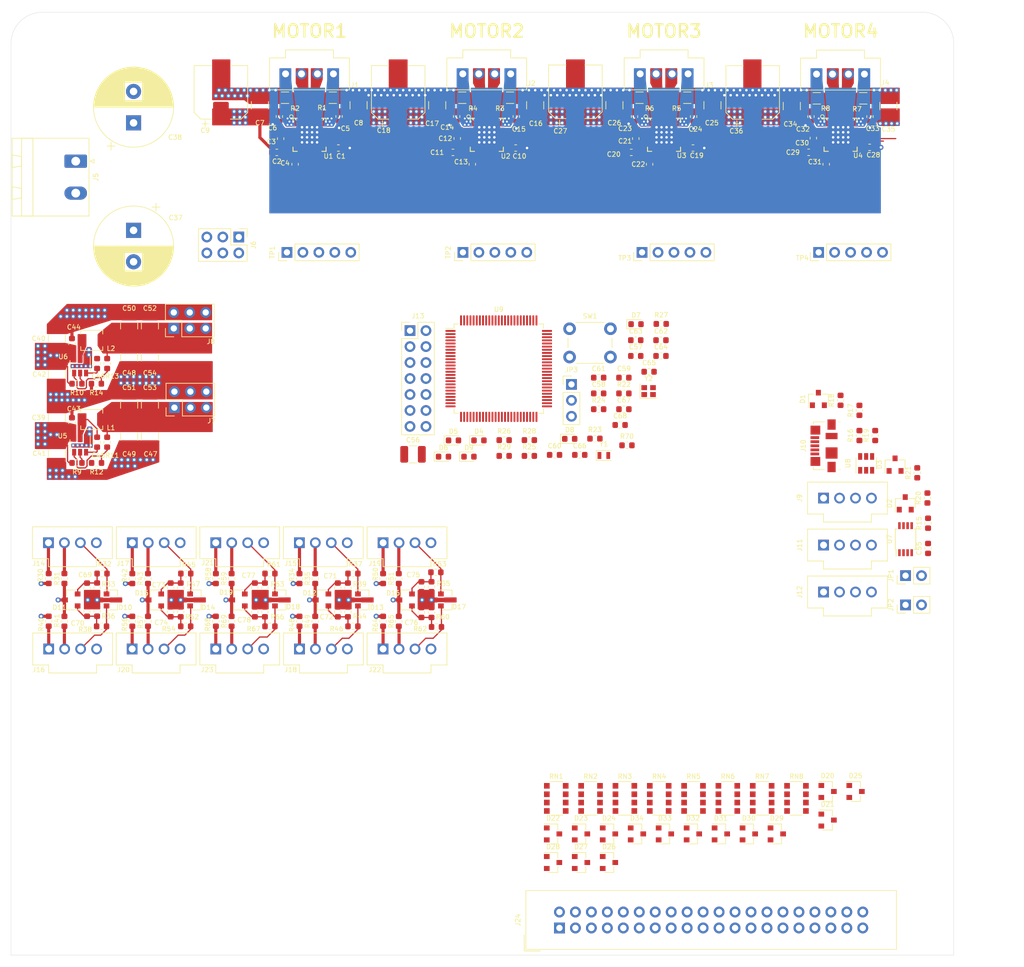
<source format=kicad_pcb>
(kicad_pcb (version 20171130) (host pcbnew 5.1.5+dfsg1-2build2)
  (title_block (title "Cube Main Board - PCB") (company "Oldřich Pecák (LoaDy)"))
  (layers (0 F.Cu signal) (1 In1.Cu power) (2 In2.Cu power) (31 B.Cu signal) (34 B.Paste user) (35 F.Paste user) (36 B.SilkS user) (37 F.SilkS user) (38 B.Mask user) (39 F.Mask user) (44 Edge.Cuts user))
  (net 0 "")
  (net 1 +3V3)
  (net 2 GND)
  (net 3 +12V)
  (net 4 "Net-(C2-Pad1)")
  (net 5 "Net-(C3-Pad2)")
  (net 6 "Net-(C3-Pad1)")
  (net 7 "Net-(C4-Pad1)")
  (net 8 "Net-(C11-Pad1)")
  (net 9 "Net-(C12-Pad2)")
  (net 10 "Net-(C12-Pad1)")
  (net 11 "Net-(C13-Pad1)")
  (net 12 "Net-(C20-Pad1)")
  (net 13 "Net-(C21-Pad2)")
  (net 14 "Net-(C21-Pad1)")
  (net 15 "Net-(C22-Pad1)")
  (net 16 "Net-(C29-Pad1)")
  (net 17 "Net-(C30-Pad2)")
  (net 18 "Net-(C30-Pad1)")
  (net 19 "Net-(C31-Pad1)")
  (net 20 "Net-(C45-Pad2)")
  (net 21 "Net-(C45-Pad1)")
  (net 22 "Net-(C46-Pad2)")
  (net 23 "Net-(C46-Pad1)")
  (net 24 +5V)
  (net 25 /MCU/VREF)
  (net 26 /MCU/32_OSC_IN)
  (net 27 /MCU/32_OSC_OUT)
  (net 28 /MCU/HS_OSC_IN)
  (net 29 /MCU/HS_OSC_OUT)
  (net 30 "Net-(C68-Pad2)")
  (net 31 "/Limit Switches/IO1")
  (net 32 "/Limit Switches/IO2")
  (net 33 "/Limit Switches/IO7")
  (net 34 "/Limit Switches/IO8")
  (net 35 "/Limit Switches/IO3")
  (net 36 "/Limit Switches/IO4")
  (net 37 "/Limit Switches/IO9")
  (net 38 "/Limit Switches/IO10")
  (net 39 "/Limit Switches/IO5")
  (net 40 "/Limit Switches/IO6")
  (net 41 "Net-(D1-Pad2)")
  (net 42 "Net-(D1-Pad1)")
  (net 43 "/External I/O/DATA_UART_RX")
  (net 44 "/External I/O/DATA_UART_TX")
  (net 45 "Net-(D3-Pad2)")
  (net 46 "Net-(D3-Pad1)")
  (net 47 "Net-(D4-Pad2)")
  (net 48 "Net-(D5-Pad2)")
  (net 49 "Net-(D6-Pad2)")
  (net 50 "Net-(D7-Pad2)")
  (net 51 "Net-(D8-Pad2)")
  (net 52 "Net-(D9-Pad2)")
  (net 53 "Net-(D10-Pad2)")
  (net 54 "Net-(D10-Pad1)")
  (net 55 "Net-(D13-Pad2)")
  (net 56 "Net-(D13-Pad1)")
  (net 57 "Net-(D14-Pad2)")
  (net 58 "Net-(D14-Pad1)")
  (net 59 "Net-(D17-Pad2)")
  (net 60 "Net-(D17-Pad1)")
  (net 61 "Net-(D18-Pad2)")
  (net 62 "Net-(D18-Pad1)")
  (net 63 /MCU/EXP_IO2)
  (net 64 /MCU/EXP_IO1)
  (net 65 /MCU/EXP_IO10)
  (net 66 /MCU/EXP_IO9)
  (net 67 /MCU/EXP_IO17)
  (net 68 /MCU/EXP_IO16)
  (net 69 /MCU/EXP_IO25)
  (net 70 /MCU/EXP_IO24)
  (net 71 /MCU/EXP_IO4)
  (net 72 /MCU/EXP_IO3)
  (net 73 /MCU/EXP_IO12)
  (net 74 /MCU/EXP_IO11)
  (net 75 /MCU/EXP_IO19)
  (net 76 /MCU/EXP_IO18)
  (net 77 /MCU/EXP_IO27)
  (net 78 /MCU/EXP_IO26)
  (net 79 /MCU/EXP_IO6)
  (net 80 /MCU/EXP_IO5)
  (net 81 /MCU/EXP_IO14)
  (net 82 /MCU/EXP_IO13)
  (net 83 /MCU/EXP_IO21)
  (net 84 /MCU/EXP_IO20)
  (net 85 /MCU/EXP_IO29)
  (net 86 /MCU/EXP_IO28)
  (net 87 /MCU/EXP_IO8)
  (net 88 /MCU/EXP_IO7)
  (net 89 /MCU/EXP_IO30)
  (net 90 /MCU/EXP_IO15)
  (net 91 /MCU/EXP_IO23)
  (net 92 /MCU/EXP_IO22)
  (net 93 "Net-(J1-Pad4)")
  (net 94 "Net-(J1-Pad3)")
  (net 95 "Net-(J1-Pad2)")
  (net 96 "Net-(J1-Pad1)")
  (net 97 "Net-(J2-Pad4)")
  (net 98 "Net-(J2-Pad3)")
  (net 99 "Net-(J2-Pad2)")
  (net 100 "Net-(J2-Pad1)")
  (net 101 "Net-(J3-Pad4)")
  (net 102 "Net-(J3-Pad3)")
  (net 103 "Net-(J3-Pad2)")
  (net 104 "Net-(J3-Pad1)")
  (net 105 "Net-(J4-Pad4)")
  (net 106 "Net-(J4-Pad3)")
  (net 107 "Net-(J4-Pad2)")
  (net 108 "Net-(J4-Pad1)")
  (net 109 "Net-(J10-Pad6)")
  (net 110 "Net-(J10-Pad4)")
  (net 111 "Net-(J10-Pad3)")
  (net 112 "Net-(J10-Pad2)")
  (net 113 "Net-(J10-Pad1)")
  (net 114 /MCU/DEBUG_GPIO3)
  (net 115 /MCU/JTRST)
  (net 116 /MCU/DEBUG_GPIO2)
  (net 117 /MCU/JTDO_TRACESWO)
  (net 118 /MCU/DEBUG_GPIO1)
  (net 119 /MCU/JDI)
  (net 120 /MCU/NRST)
  (net 121 /MCU/SWCLK_JTCK)
  (net 122 /MCU/DEBUG_UART_RX)
  (net 123 /MCU/SWDIO_JTMS)
  (net 124 /MCU/DEBUG_UART_TX)
  (net 125 "Net-(J14-Pad2)")
  (net 126 "Net-(J14-Pad1)")
  (net 127 "Net-(J15-Pad2)")
  (net 128 "Net-(J15-Pad1)")
  (net 129 "Net-(J16-Pad2)")
  (net 130 "Net-(J16-Pad1)")
  (net 131 "Net-(J17-Pad2)")
  (net 132 "Net-(J17-Pad1)")
  (net 133 "Net-(J18-Pad2)")
  (net 134 "Net-(J18-Pad1)")
  (net 135 "Net-(J19-Pad2)")
  (net 136 "Net-(J19-Pad1)")
  (net 137 "Net-(J20-Pad2)")
  (net 138 "Net-(J20-Pad1)")
  (net 139 "Net-(J21-Pad2)")
  (net 140 "Net-(J21-Pad1)")
  (net 141 "Net-(J22-Pad2)")
  (net 142 "Net-(J22-Pad1)")
  (net 143 "Net-(J23-Pad2)")
  (net 144 "Net-(J23-Pad1)")
  (net 145 "Net-(J24-Pad38)")
  (net 146 "Net-(J24-Pad37)")
  (net 147 "Net-(J24-Pad36)")
  (net 148 "Net-(J24-Pad35)")
  (net 149 "Net-(J24-Pad34)")
  (net 150 "Net-(J24-Pad33)")
  (net 151 "Net-(J24-Pad32)")
  (net 152 "Net-(J24-Pad31)")
  (net 153 "Net-(J24-Pad30)")
  (net 154 "Net-(J24-Pad29)")
  (net 155 "Net-(J24-Pad26)")
  (net 156 "Net-(J24-Pad25)")
  (net 157 "Net-(J24-Pad24)")
  (net 158 "Net-(J24-Pad23)")
  (net 159 "Net-(J24-Pad22)")
  (net 160 "Net-(J24-Pad21)")
  (net 161 "Net-(J24-Pad20)")
  (net 162 "Net-(J24-Pad19)")
  (net 163 "Net-(J24-Pad18)")
  (net 164 "Net-(J24-Pad17)")
  (net 165 "Net-(J24-Pad14)")
  (net 166 "Net-(J24-Pad13)")
  (net 167 "Net-(J24-Pad12)")
  (net 168 "Net-(J24-Pad11)")
  (net 169 "Net-(J24-Pad10)")
  (net 170 "Net-(J24-Pad9)")
  (net 171 "Net-(J24-Pad8)")
  (net 172 "Net-(J24-Pad7)")
  (net 173 "Net-(J24-Pad6)")
  (net 174 "Net-(J24-Pad5)")
  (net 175 "/External I/O/I2C_SDA")
  (net 176 "/External I/O/I2C_SCL")
  (net 177 "Net-(JP3-Pad2)")
  (net 178 "Net-(R1-Pad2)")
  (net 179 "Net-(R2-Pad2)")
  (net 180 "Net-(R3-Pad2)")
  (net 181 "Net-(R4-Pad2)")
  (net 182 "Net-(R5-Pad2)")
  (net 183 "Net-(R6-Pad2)")
  (net 184 "Net-(R7-Pad2)")
  (net 185 "Net-(R8-Pad2)")
  (net 186 "Net-(R9-Pad1)")
  (net 187 "Net-(R10-Pad1)")
  (net 188 "Net-(R11-Pad2)")
  (net 189 "Net-(R13-Pad2)")
  (net 190 /MCU/BOOT0)
  (net 191 /MCU/DEBUG_LED1)
  (net 192 /MCU/DEBUG_LED2)
  (net 193 /MCU/DEBUG_LED3)
  (net 194 /MCU/DEBUG_LED4)
  (net 195 /MCU/DEUBG_LED5)
  (net 196 /MCU/DEBUG_LED6)
  (net 197 /MCU/STEP_UART_RX)
  (net 198 /MCU/STEP_UART_TX)
  (net 199 "Net-(RN4-Pad5)")
  (net 200 "Net-(RN4-Pad4)")
  (net 201 "Net-(RN8-Pad5)")
  (net 202 "Net-(RN8-Pad4)")
  (net 203 /STEP1/DIR)
  (net 204 /STEP1/STEP)
  (net 205 /STEP1/INDEX)
  (net 206 /STEP1/DIAG)
  (net 207 /STEP2/DIR)
  (net 208 /STEP2/STEP)
  (net 209 /STEP2/INDEX)
  (net 210 /STEP2/DIAG)
  (net 211 /STEP3/DIR)
  (net 212 /STEP3/STEP)
  (net 213 /STEP3/INDEX)
  (net 214 /STEP3/DIAG)
  (net 215 /STEP4/DIR)
  (net 216 /STEP4/STEP)
  (net 217 /STEP4/INDEX)
  (net 218 /STEP4/DIAG)
  (net 219 "Net-(U1-Pad25)")
  (net 220 "Net-(U1-Pad20)")
  (net 221 "Net-(U1-Pad17)")
  (net 222 "Net-(U1-Pad13)")
  (net 223 "Net-(U1-Pad7)")
  (net 224 /STEP1/ENABLE)
  (net 225 "Net-(U2-Pad25)")
  (net 226 "Net-(U2-Pad20)")
  (net 227 "Net-(U2-Pad17)")
  (net 228 "Net-(U2-Pad13)")
  (net 229 "Net-(U2-Pad7)")
  (net 230 /STEP2/ENABLE)
  (net 231 "Net-(U3-Pad25)")
  (net 232 "Net-(U3-Pad20)")
  (net 233 "Net-(U3-Pad17)")
  (net 234 "Net-(U3-Pad13)")
  (net 235 "Net-(U3-Pad7)")
  (net 236 /STEP3/ENABLE)
  (net 237 "Net-(U4-Pad25)")
  (net 238 "Net-(U4-Pad20)")
  (net 239 "Net-(U4-Pad17)")
  (net 240 "Net-(U4-Pad13)")
  (net 241 "Net-(U4-Pad7)")
  (net 242 /STEP4/ENABLE)
  (net 243 "/External I/O/USB_DM")
  (net 244 "/External I/O/USB_DP")
  (net 245 "Net-(U9-Pad6)")
  (module Capacitor_SMD:C_0603_1608Metric (layer F.Cu) (at 124.6 44.1875 270)
    (fp_text reference C22 (at 0 1.8 180) (layer F.SilkS) (effects (font (size 0.75 0.75) (thickness 0.12))))
    (fp_text value 2u2)
    (pad 1 smd roundrect (at -0.7875 0 270) (size 0.875 0.95) (layers F.Cu F.Paste F.Mask) (net 15 "Net-(C22-Pad1)"))
    (pad 2 smd roundrect (at 0.7875 0 270) (size 0.875 0.95) (layers F.Cu F.Paste F.Mask) (net 2 GND))
  )
  (module Resistor_SMD:R_0603_1608Metric (layer F.Cu) (at 36.5875 79.1 180)
    (fp_text reference R14 (at 0 -1.43) (layer F.SilkS) (effects (font (size 0.75 0.75) (thickness 0.12))))
    (fp_text value 10K)
    (pad 1 smd roundrect (at -0.7875 0 180) (size 0.875 0.95) (layers F.Cu F.Paste F.Mask) (net 189 "Net-(R13-Pad2)"))
    (pad 2 smd roundrect (at 0.7875 0 180) (size 0.875 0.95) (layers F.Cu F.Paste F.Mask) (net 2 GND))
  )
  (module Resistor_SMD:R_0603_1608Metric (layer F.Cu) (at 38.3 75.8875 270)
    (fp_text reference R13 (at 2.0125 -0.8 180) (layer F.SilkS) (effects (font (size 0.75 0.75) (thickness 0.12))))
    (fp_text value 54K9)
    (pad 1 smd roundrect (at -0.7875 0 270) (size 0.875 0.95) (layers F.Cu F.Paste F.Mask) (net 24 +5V))
    (pad 2 smd roundrect (at 0.7875 0 270) (size 0.875 0.95) (layers F.Cu F.Paste F.Mask) (net 189 "Net-(R13-Pad2)"))
  )
  (module Resistor_SMD:R_0603_1608Metric (layer F.Cu) (at 36.6125 91.7 180)
    (fp_text reference R12 (at 0 -1.43) (layer F.SilkS) (effects (font (size 0.75 0.75) (thickness 0.12))))
    (fp_text value 10K)
    (pad 1 smd roundrect (at -0.7875 0 180) (size 0.875 0.95) (layers F.Cu F.Paste F.Mask) (net 188 "Net-(R11-Pad2)"))
    (pad 2 smd roundrect (at 0.7875 0 180) (size 0.875 0.95) (layers F.Cu F.Paste F.Mask) (net 2 GND))
  )
  (module Package_TO_SOT_SMD:SOT-23-6 (layer F.Cu) (at 34 88.9 270)
    (fp_text reference U5 (at -1.5 2.8 180) (layer F.SilkS) (effects (font (size 0.75 0.75) (thickness 0.12))))
    (fp_text value TPS562200)
    (pad 1 smd rect (at -1.1 -0.95 270) (size 1.06 0.65) (layers F.Cu F.Paste F.Mask) (net 2 GND))
    (pad 2 smd rect (at -1.1 0 270) (size 1.06 0.65) (layers F.Cu F.Paste F.Mask) (net 21 "Net-(C45-Pad1)"))
    (pad 3 smd rect (at -1.1 0.95 270) (size 1.06 0.65) (layers F.Cu F.Paste F.Mask) (net 3 +12V))
    (pad 4 smd rect (at 1.1 0.95 270) (size 1.06 0.65) (layers F.Cu F.Paste F.Mask) (net 188 "Net-(R11-Pad2)"))
    (pad 6 smd rect (at 1.1 -0.95 270) (size 1.06 0.65) (layers F.Cu F.Paste F.Mask) (net 20 "Net-(C45-Pad2)"))
    (pad 5 smd rect (at 1.1 0 270) (size 1.06 0.65) (layers F.Cu F.Paste F.Mask) (net 186 "Net-(R9-Pad1)"))
  )
  (module LoaDy:BOURNS_SRP3020TA (layer F.Cu) (at 34.9 72.2)
    (fp_text reference L2 (at 4 1.3) (layer F.SilkS) (effects (font (size 0.75 0.75) (thickness 0.12))))
    (fp_text value 4u7)
    (pad 1 smd rect (at 0 0) (size 1.2 1.8) (drill (offset -0.6 0)) (layers F.Cu F.Paste F.Mask) (net 23 "Net-(C46-Pad1)"))
    (pad 2 smd rect (at 1.9 0) (size 1.2 1.8) (drill (offset 0.6 0)) (layers F.Cu F.Paste F.Mask) (net 24 +5V))
  )
  (module LoaDy:BOURNS_SRP3020TA (layer F.Cu) (at 34.9 84.8)
    (fp_text reference L1 (at 4 1.3) (layer F.SilkS) (effects (font (size 0.75 0.75) (thickness 0.12))))
    (fp_text value 3u3)
    (pad 1 smd rect (at 0 0) (size 1.2 1.8) (drill (offset -0.6 0)) (layers F.Cu F.Paste F.Mask) (net 21 "Net-(C45-Pad1)"))
    (pad 2 smd rect (at 1.9 0) (size 1.2 1.8) (drill (offset 0.6 0)) (layers F.Cu F.Paste F.Mask) (net 1 +3V3))
  )
  (module Connector_PinHeader_2.54mm:PinHeader_2x03_P2.54mm_Vertical (layer F.Cu) (at 48.9 70.3 90)
    (fp_text reference J8 (at -2.1 5.9 180) (layer F.SilkS) (effects (font (size 0.75 0.75) (thickness 0.12))))
    (fp_text value 5V_HDR)
    (pad 1 thru_hole rect (at 0 0 90) (size 1.7 1.7) (drill 1) (layers *.Cu *.Mask) (net 24 +5V))
    (pad 2 thru_hole oval (at 2.54 0 90) (size 1.7 1.7) (drill 1) (layers *.Cu *.Mask) (net 2 GND))
    (pad 3 thru_hole oval (at 0 2.54 90) (size 1.7 1.7) (drill 1) (layers *.Cu *.Mask) (net 24 +5V))
    (pad 4 thru_hole oval (at 2.54 2.54 90) (size 1.7 1.7) (drill 1) (layers *.Cu *.Mask) (net 2 GND))
    (pad 5 thru_hole oval (at 0 5.08 90) (size 1.7 1.7) (drill 1) (layers *.Cu *.Mask) (net 24 +5V))
    (pad 6 thru_hole oval (at 2.54 5.08 90) (size 1.7 1.7) (drill 1) (layers *.Cu *.Mask) (net 2 GND))
  )
  (module Connector_PinHeader_2.54mm:PinHeader_2x03_P2.54mm_Vertical (layer F.Cu) (at 49 82.9 90)
    (fp_text reference J7 (at -2.1 5.9 180) (layer F.SilkS) (effects (font (size 0.75 0.75) (thickness 0.12))))
    (fp_text value 3V3_HDR)
    (pad 1 thru_hole rect (at 0 0 90) (size 1.7 1.7) (drill 1) (layers *.Cu *.Mask) (net 1 +3V3))
    (pad 2 thru_hole oval (at 2.54 0 90) (size 1.7 1.7) (drill 1) (layers *.Cu *.Mask) (net 2 GND))
    (pad 3 thru_hole oval (at 0 2.54 90) (size 1.7 1.7) (drill 1) (layers *.Cu *.Mask) (net 1 +3V3))
    (pad 4 thru_hole oval (at 2.54 2.54 90) (size 1.7 1.7) (drill 1) (layers *.Cu *.Mask) (net 2 GND))
    (pad 5 thru_hole oval (at 0 5.08 90) (size 1.7 1.7) (drill 1) (layers *.Cu *.Mask) (net 1 +3V3))
    (pad 6 thru_hole oval (at 2.54 5.08 90) (size 1.7 1.7) (drill 1) (layers *.Cu *.Mask) (net 2 GND))
  )
  (module Package_TO_SOT_SMD:SOT-23-6 (layer F.Cu) (at 34 76.3 270)
    (fp_text reference U6 (at -1.5 2.7 180) (layer F.SilkS) (effects (font (size 0.75 0.75) (thickness 0.12))))
    (fp_text value TPS562200)
    (pad 1 smd rect (at -1.1 -0.95 270) (size 1.06 0.65) (layers F.Cu F.Paste F.Mask) (net 2 GND))
    (pad 2 smd rect (at -1.1 0 270) (size 1.06 0.65) (layers F.Cu F.Paste F.Mask) (net 23 "Net-(C46-Pad1)"))
    (pad 3 smd rect (at -1.1 0.95 270) (size 1.06 0.65) (layers F.Cu F.Paste F.Mask) (net 3 +12V))
    (pad 4 smd rect (at 1.1 0.95 270) (size 1.06 0.65) (layers F.Cu F.Paste F.Mask) (net 189 "Net-(R13-Pad2)"))
    (pad 6 smd rect (at 1.1 -0.95 270) (size 1.06 0.65) (layers F.Cu F.Paste F.Mask) (net 22 "Net-(C46-Pad2)"))
    (pad 5 smd rect (at 1.1 0 270) (size 1.06 0.65) (layers F.Cu F.Paste F.Mask) (net 187 "Net-(R10-Pad1)"))
  )
  (module Resistor_SMD:R_0603_1608Metric (layer F.Cu) (at 38.3 88.4 270)
    (fp_text reference R11 (at 2.1 -0.8) (layer F.SilkS) (effects (font (size 0.75 0.75) (thickness 0.12))))
    (fp_text value 33K2)
    (pad 1 smd roundrect (at -0.7875 0 270) (size 0.875 0.95) (layers F.Cu F.Paste F.Mask) (net 1 +3V3))
    (pad 2 smd roundrect (at 0.7875 0 270) (size 0.875 0.95) (layers F.Cu F.Paste F.Mask) (net 188 "Net-(R11-Pad2)"))
  )
  (module Resistor_SMD:R_0603_1608Metric (layer F.Cu) (at 33.5 79.1 180)
    (fp_text reference R10 (at 0 -1.43) (layer F.SilkS) (effects (font (size 0.75 0.75) (thickness 0.12))))
    (fp_text value 10K)
    (pad 1 smd roundrect (at -0.7875 0 180) (size 0.875 0.95) (layers F.Cu F.Paste F.Mask) (net 187 "Net-(R10-Pad1)"))
    (pad 2 smd roundrect (at 0.7875 0 180) (size 0.875 0.95) (layers F.Cu F.Paste F.Mask) (net 3 +12V))
  )
  (module Resistor_SMD:R_0603_1608Metric (layer F.Cu) (at 33.5 91.7 180)
    (fp_text reference R9 (at 0 -1.43) (layer F.SilkS) (effects (font (size 0.75 0.75) (thickness 0.12))))
    (fp_text value 10K)
    (pad 1 smd roundrect (at -0.7875 0 180) (size 0.875 0.95) (layers F.Cu F.Paste F.Mask) (net 186 "Net-(R9-Pad1)"))
    (pad 2 smd roundrect (at 0.7875 0 180) (size 0.875 0.95) (layers F.Cu F.Paste F.Mask) (net 3 +12V))
  )
  (module Capacitor_SMD:C_1210_3225Metric (layer F.Cu) (at 45.1 74.9 270)
    (fp_text reference C54 (at 2.5 0 180) (layer F.SilkS) (effects (font (size 0.75 0.75) (thickness 0.12))))
    (fp_text value 10u)
    (pad 1 smd roundrect (at -1.4 0 270) (size 1.25 2.65) (layers F.Cu F.Paste F.Mask) (roundrect_rratio 0.2) (net 24 +5V))
    (pad 2 smd roundrect (at 1.4 0 270) (size 1.25 2.65) (layers F.Cu F.Paste F.Mask) (roundrect_rratio 0.2) (net 2 GND))
  )
  (module Capacitor_SMD:C_1210_3225Metric (layer F.Cu) (at 45.1 82.4 90)
    (fp_text reference C53 (at 2.7 0 180) (layer F.SilkS) (effects (font (size 0.75 0.75) (thickness 0.12))))
    (fp_text value 10u)
    (pad 1 smd roundrect (at -1.4 0 90) (size 1.25 2.65) (layers F.Cu F.Paste F.Mask) (roundrect_rratio 0.2) (net 1 +3V3))
    (pad 2 smd roundrect (at 1.4 0 90) (size 1.25 2.65) (layers F.Cu F.Paste F.Mask) (roundrect_rratio 0.2) (net 2 GND))
  )
  (module Capacitor_SMD:C_1210_3225Metric (layer F.Cu) (at 45.1 69.8 90)
    (fp_text reference C52 (at 2.7 0 180) (layer F.SilkS) (effects (font (size 0.75 0.75) (thickness 0.12))))
    (fp_text value 10u)
    (pad 1 smd roundrect (at -1.4 0 90) (size 1.25 2.65) (layers F.Cu F.Paste F.Mask) (roundrect_rratio 0.2) (net 24 +5V))
    (pad 2 smd roundrect (at 1.4 0 90) (size 1.25 2.65) (layers F.Cu F.Paste F.Mask) (roundrect_rratio 0.2) (net 2 GND))
  )
  (module Capacitor_SMD:C_1210_3225Metric (layer F.Cu) (at 41.8 82.4 90)
    (fp_text reference C51 (at 2.7 0 180) (layer F.SilkS) (effects (font (size 0.75 0.75) (thickness 0.12))))
    (fp_text value 10u)
    (pad 1 smd roundrect (at -1.4 0 90) (size 1.25 2.65) (layers F.Cu F.Paste F.Mask) (roundrect_rratio 0.2) (net 1 +3V3))
    (pad 2 smd roundrect (at 1.4 0 90) (size 1.25 2.65) (layers F.Cu F.Paste F.Mask) (roundrect_rratio 0.2) (net 2 GND))
  )
  (module Capacitor_SMD:C_1210_3225Metric (layer F.Cu) (at 41.8 69.8 90)
    (fp_text reference C50 (at 2.7 0 180) (layer F.SilkS) (effects (font (size 0.75 0.75) (thickness 0.12))))
    (fp_text value 10u)
    (pad 1 smd roundrect (at -1.4 0 90) (size 1.25 2.65) (layers F.Cu F.Paste F.Mask) (roundrect_rratio 0.2) (net 24 +5V))
    (pad 2 smd roundrect (at 1.4 0 90) (size 1.25 2.65) (layers F.Cu F.Paste F.Mask) (roundrect_rratio 0.2) (net 2 GND))
  )
  (module Capacitor_SMD:C_1210_3225Metric (layer F.Cu) (at 41.8 87.5 270)
    (fp_text reference C49 (at 2.8 0 180) (layer F.SilkS) (effects (font (size 0.75 0.75) (thickness 0.12))))
    (fp_text value 10u)
    (pad 1 smd roundrect (at -1.4 0 270) (size 1.25 2.65) (layers F.Cu F.Paste F.Mask) (roundrect_rratio 0.2) (net 1 +3V3))
    (pad 2 smd roundrect (at 1.4 0 270) (size 1.25 2.65) (layers F.Cu F.Paste F.Mask) (roundrect_rratio 0.2) (net 2 GND))
  )
  (module Capacitor_SMD:C_1210_3225Metric (layer F.Cu) (at 41.8 74.9 270)
    (fp_text reference C48 (at 2.5 0 180) (layer F.SilkS) (effects (font (size 0.75 0.75) (thickness 0.12))))
    (fp_text value 10u)
    (pad 1 smd roundrect (at -1.4 0 270) (size 1.25 2.65) (layers F.Cu F.Paste F.Mask) (roundrect_rratio 0.2) (net 24 +5V))
    (pad 2 smd roundrect (at 1.4 0 270) (size 1.25 2.65) (layers F.Cu F.Paste F.Mask) (roundrect_rratio 0.2) (net 2 GND))
  )
  (module Capacitor_SMD:C_1210_3225Metric (layer F.Cu) (at 45.1 87.5 270)
    (fp_text reference C47 (at 2.8 -0.1 180) (layer F.SilkS) (effects (font (size 0.75 0.75) (thickness 0.12))))
    (fp_text value 10u)
    (pad 1 smd roundrect (at -1.4 0 270) (size 1.25 2.65) (layers F.Cu F.Paste F.Mask) (roundrect_rratio 0.2) (net 1 +3V3))
    (pad 2 smd roundrect (at 1.4 0 270) (size 1.25 2.65) (layers F.Cu F.Paste F.Mask) (roundrect_rratio 0.2) (net 2 GND))
  )
  (module Capacitor_SMD:C_0603_1608Metric (layer F.Cu) (at 36.7 75.8875 270)
    (fp_text reference C46 (at 2.0125 -0.2 180) (layer F.SilkS) (effects (font (size 0.75 0.75) (thickness 0.12))))
    (fp_text value 100n)
    (pad 1 smd roundrect (at -0.7875 0 270) (size 0.875 0.95) (layers F.Cu F.Paste F.Mask) (net 23 "Net-(C46-Pad1)"))
    (pad 2 smd roundrect (at 0.7875 0 270) (size 0.875 0.95) (layers F.Cu F.Paste F.Mask) (net 22 "Net-(C46-Pad2)"))
  )
  (module Capacitor_SMD:C_0603_1608Metric (layer F.Cu) (at 36.7 88.4 270)
    (fp_text reference C45 (at 2.1 -0.2 180) (layer F.SilkS) (effects (font (size 0.75 0.75) (thickness 0.12))))
    (fp_text value 100n)
    (pad 1 smd roundrect (at -0.7875 0 270) (size 0.875 0.95) (layers F.Cu F.Paste F.Mask) (net 21 "Net-(C45-Pad1)"))
    (pad 2 smd roundrect (at 0.7875 0 270) (size 0.875 0.95) (layers F.Cu F.Paste F.Mask) (net 20 "Net-(C45-Pad2)"))
  )
  (module Capacitor_SMD:C_0603_1608Metric (layer F.Cu) (at 32.7 72.7 90)
    (fp_text reference C44 (at 2.6 0.3 180) (layer F.SilkS) (effects (font (size 0.75 0.75) (thickness 0.12))))
    (fp_text value 100n)
    (pad 1 smd roundrect (at -0.7875 0 90) (size 0.875 0.95) (layers F.Cu F.Paste F.Mask) (net 3 +12V))
    (pad 2 smd roundrect (at 0.7875 0 90) (size 0.875 0.95) (layers F.Cu F.Paste F.Mask) (net 2 GND))
  )
  (module Capacitor_SMD:C_0603_1608Metric (layer F.Cu) (at 32.7 85.3 90)
    (fp_text reference C43 (at 2.2 0.3 180) (layer F.SilkS) (effects (font (size 0.75 0.75) (thickness 0.12))))
    (fp_text value 100n)
    (pad 1 smd roundrect (at -0.7875 0 90) (size 0.875 0.95) (layers F.Cu F.Paste F.Mask) (net 3 +12V))
    (pad 2 smd roundrect (at 0.7875 0 90) (size 0.875 0.95) (layers F.Cu F.Paste F.Mask) (net 2 GND))
  )
  (module Capacitor_SMD:C_1210_3225Metric (layer F.Cu) (at 30.3 77.6 270)
    (fp_text reference C42 (at 0 2.8 180) (layer F.SilkS) (effects (font (size 0.75 0.75) (thickness 0.12))))
    (fp_text value 10u)
    (pad 1 smd roundrect (at -1.4 0 270) (size 1.25 2.65) (layers F.Cu F.Paste F.Mask) (roundrect_rratio 0.2) (net 3 +12V))
    (pad 2 smd roundrect (at 1.4 0 270) (size 1.25 2.65) (layers F.Cu F.Paste F.Mask) (roundrect_rratio 0.2) (net 2 GND))
  )
  (module Capacitor_SMD:C_1210_3225Metric (layer F.Cu) (at 30.3 90.2 270)
    (fp_text reference C41 (at 0 2.8 180) (layer F.SilkS) (effects (font (size 0.75 0.75) (thickness 0.12))))
    (fp_text value 10u)
    (pad 1 smd roundrect (at -1.4 0 270) (size 1.25 2.65) (layers F.Cu F.Paste F.Mask) (roundrect_rratio 0.2) (net 3 +12V))
    (pad 2 smd roundrect (at 1.4 0 270) (size 1.25 2.65) (layers F.Cu F.Paste F.Mask) (roundrect_rratio 0.2) (net 2 GND))
  )
  (module Capacitor_SMD:C_1210_3225Metric (layer F.Cu) (at 30.3 71.9 90)
    (fp_text reference C40 (at 0 -2.9 180) (layer F.SilkS) (effects (font (size 0.75 0.75) (thickness 0.12))))
    (fp_text value 10u)
    (pad 1 smd roundrect (at -1.4 0 90) (size 1.25 2.65) (layers F.Cu F.Paste F.Mask) (roundrect_rratio 0.2) (net 3 +12V))
    (pad 2 smd roundrect (at 1.4 0 90) (size 1.25 2.65) (layers F.Cu F.Paste F.Mask) (roundrect_rratio 0.2) (net 2 GND))
  )
  (module Capacitor_SMD:C_1210_3225Metric (layer F.Cu) (at 30.3 84.5 90)
    (fp_text reference C39 (at 0 -2.9 180) (layer F.SilkS) (effects (font (size 0.75 0.75) (thickness 0.12))))
    (fp_text value 10u)
    (pad 1 smd roundrect (at -1.4 0 90) (size 1.25 2.65) (layers F.Cu F.Paste F.Mask) (roundrect_rratio 0.2) (net 3 +12V))
    (pad 2 smd roundrect (at 1.4 0 90) (size 1.25 2.65) (layers F.Cu F.Paste F.Mask) (roundrect_rratio 0.2) (net 2 GND))
  )
  (module MountingHole:MountingHole_3.2mm_M3 (layer F.Cu) (at 28 25)
    (fp_text reference REF** hide)
    (fp_text value MountingHole_3.2mm_M3)
    (pad 1 np_thru_hole circle (at 0 0) (size 3.2 3.2) (drill 3.2) (layers *.Cu *.Mask))
  )
  (module MountingHole:MountingHole_3.2mm_M3 (layer F.Cu) (at 168 25)
    (fp_text reference REF** hide)
    (fp_text value MountingHole_3.2mm_M3)
    (pad 1 np_thru_hole circle (at 0 0) (size 3.2 3.2) (drill 3.2) (layers *.Cu *.Mask))
  )
  (module Capacitor_SMD:C_1210_3225Metric (layer F.Cu) (at 162.59 34.922 90)
    (fp_text reference C35 (at -3.678 0.01 180) (layer F.SilkS) (effects (font (size 0.75 0.75) (thickness 0.12))))
    (fp_text value 10u)
    (pad 1 smd roundrect (at -1.4 0 90) (size 1.25 2.65) (layers F.Cu F.Paste F.Mask) (roundrect_rratio 0.2) (net 3 +12V))
    (pad 2 smd roundrect (at 1.4 0 90) (size 1.25 2.65) (layers F.Cu F.Paste F.Mask) (roundrect_rratio 0.2) (net 2 GND))
  )
  (module Crystal:Crystal_SMD_2016-4Pin_2.0x1.6mm (layer F.Cu) (at 124.442 80.274)
    (fp_text reference Y2 (at 0 -2) (layer F.SilkS) (effects (font (size 0.75 0.75) (thickness 0.12))))
    (fp_text value DNP)
    (pad 1 smd rect (at -0.7 0.55) (size 0.9 0.8) (layers F.Cu F.Paste F.Mask) (net 28 /MCU/HS_OSC_IN))
    (pad 2 smd rect (at 0.7 0.55) (size 0.9 0.8) (layers F.Cu F.Paste F.Mask) (net 2 GND))
    (pad 3 smd rect (at 0.7 -0.55) (size 0.9 0.8) (layers F.Cu F.Paste F.Mask) (net 29 /MCU/HS_OSC_OUT))
    (pad 4 smd rect (at -0.7 -0.55) (size 0.9 0.8) (layers F.Cu F.Paste F.Mask) (net 2 GND))
  )
  (module Crystal:Crystal_SMD_2012-2Pin_2.0x1.2mm (layer F.Cu) (at 117.322 90.514)
    (fp_text reference Y1 (at 0 -1.8) (layer F.SilkS) (effects (font (size 0.75 0.75) (thickness 0.12))))
    (fp_text value ABS06-32.768kHz)
    (pad 1 smd rect (at -0.7 0) (size 0.6 1.1) (layers F.Cu F.Paste F.Mask) (net 26 /MCU/32_OSC_IN))
    (pad 2 smd rect (at 0.7 0) (size 0.6 1.1) (layers F.Cu F.Paste F.Mask) (net 27 /MCU/32_OSC_OUT))
  )
  (module Package_QFP:LQFP-100_14x14mm_P0.5mm (layer F.Cu) (at 100.6 76.7)
    (fp_text reference U9 (at 0 -9.42) (layer F.SilkS) (effects (font (size 0.75 0.75) (thickness 0.12))))
    (fp_text value STM32G474VxT)
    (pad 1 smd roundrect (at -7.675 -6) (size 1.6 0.3) (layers F.Cu F.Paste F.Mask) (net 193 /MCU/DEBUG_LED3))
    (pad 2 smd roundrect (at -7.675 -5.5) (size 1.6 0.3) (layers F.Cu F.Paste F.Mask) (net 194 /MCU/DEBUG_LED4))
    (pad 3 smd roundrect (at -7.675 -5) (size 1.6 0.3) (layers F.Cu F.Paste F.Mask) (net 195 /MCU/DEUBG_LED5))
    (pad 4 smd roundrect (at -7.675 -4.5) (size 1.6 0.3) (layers F.Cu F.Paste F.Mask) (net 196 /MCU/DEBUG_LED6))
    (pad 5 smd roundrect (at -7.675 -4) (size 1.6 0.3) (layers F.Cu F.Paste F.Mask) (net 31 "/Limit Switches/IO1"))
    (pad 6 smd roundrect (at -7.675 -3.5) (size 1.6 0.3) (layers F.Cu F.Paste F.Mask) (net 245 "Net-(U9-Pad6)"))
    (pad 7 smd roundrect (at -7.675 -3) (size 1.6 0.3) (layers F.Cu F.Paste F.Mask) (net 86 /MCU/EXP_IO28))
    (pad 8 smd roundrect (at -7.675 -2.5) (size 1.6 0.3) (layers F.Cu F.Paste F.Mask) (net 26 /MCU/32_OSC_IN))
    (pad 9 smd roundrect (at -7.675 -2) (size 1.6 0.3) (layers F.Cu F.Paste F.Mask) (net 27 /MCU/32_OSC_OUT))
    (pad 10 smd roundrect (at -7.675 -1.5) (size 1.6 0.3) (layers F.Cu F.Paste F.Mask) (net 116 /MCU/DEBUG_GPIO2))
    (pad 11 smd roundrect (at -7.675 -1) (size 1.6 0.3) (layers F.Cu F.Paste F.Mask) (net 114 /MCU/DEBUG_GPIO3))
    (pad 12 smd roundrect (at -7.675 -0.5) (size 1.6 0.3) (layers F.Cu F.Paste F.Mask) (net 28 /MCU/HS_OSC_IN))
    (pad 13 smd roundrect (at -7.675 0) (size 1.6 0.3) (layers F.Cu F.Paste F.Mask) (net 29 /MCU/HS_OSC_OUT))
    (pad 14 smd roundrect (at -7.675 0.5) (size 1.6 0.3) (layers F.Cu F.Paste F.Mask) (net 120 /MCU/NRST))
    (pad 15 smd roundrect (at -7.675 1) (size 1.6 0.3) (layers F.Cu F.Paste F.Mask) (net 204 /STEP1/STEP))
    (pad 16 smd roundrect (at -7.675 1.5) (size 1.6 0.3) (layers F.Cu F.Paste F.Mask) (net 91 /MCU/EXP_IO23))
    (pad 17 smd roundrect (at -7.675 2) (size 1.6 0.3) (layers F.Cu F.Paste F.Mask) (net 216 /STEP4/STEP))
    (pad 18 smd roundrect (at -7.675 2.5) (size 1.6 0.3) (layers F.Cu F.Paste F.Mask) (net 70 /MCU/EXP_IO24))
    (pad 19 smd roundrect (at -7.675 3) (size 1.6 0.3) (layers F.Cu F.Paste F.Mask) (net 118 /MCU/DEBUG_GPIO1))
    (pad 20 smd roundrect (at -7.675 3.5) (size 1.6 0.3) (layers F.Cu F.Paste F.Mask) (net 64 /MCU/EXP_IO1))
    (pad 21 smd roundrect (at -7.675 4) (size 1.6 0.3) (layers F.Cu F.Paste F.Mask) (net 63 /MCU/EXP_IO2))
    (pad 22 smd roundrect (at -7.675 4.5) (size 1.6 0.3) (layers F.Cu F.Paste F.Mask) (net 72 /MCU/EXP_IO3))
    (pad 23 smd roundrect (at -7.675 5) (size 1.6 0.3) (layers F.Cu F.Paste F.Mask) (net 2 GND))
    (pad 24 smd roundrect (at -7.675 5.5) (size 1.6 0.3) (layers F.Cu F.Paste F.Mask) (net 1 +3V3))
    (pad 25 smd roundrect (at -7.675 6) (size 1.6 0.3) (layers F.Cu F.Paste F.Mask) (net 71 /MCU/EXP_IO4))
    (pad 26 smd roundrect (at -6 7.675) (size 0.3 1.6) (layers F.Cu F.Paste F.Mask) (net 80 /MCU/EXP_IO5))
    (pad 27 smd roundrect (at -5.5 7.675) (size 0.3 1.6) (layers F.Cu F.Paste F.Mask) (net 79 /MCU/EXP_IO6))
    (pad 28 smd roundrect (at -5 7.675) (size 0.3 1.6) (layers F.Cu F.Paste F.Mask) (net 88 /MCU/EXP_IO7))
    (pad 29 smd roundrect (at -4.5 7.675) (size 0.3 1.6) (layers F.Cu F.Paste F.Mask) (net 87 /MCU/EXP_IO8))
    (pad 30 smd roundrect (at -4 7.675) (size 0.3 1.6) (layers F.Cu F.Paste F.Mask) (net 44 "/External I/O/DATA_UART_TX"))
    (pad 31 smd roundrect (at -3.5 7.675) (size 0.3 1.6) (layers F.Cu F.Paste F.Mask) (net 43 "/External I/O/DATA_UART_RX"))
    (pad 32 smd roundrect (at -3 7.675) (size 0.3 1.6) (layers F.Cu F.Paste F.Mask) (net 73 /MCU/EXP_IO12))
    (pad 33 smd roundrect (at -2.5 7.675) (size 0.3 1.6) (layers F.Cu F.Paste F.Mask) (net 82 /MCU/EXP_IO13))
    (pad 34 smd roundrect (at -2 7.675) (size 0.3 1.6) (layers F.Cu F.Paste F.Mask) (net 81 /MCU/EXP_IO14))
    (pad 35 smd roundrect (at -1.5 7.675) (size 0.3 1.6) (layers F.Cu F.Paste F.Mask) (net 2 GND))
    (pad 36 smd roundrect (at -1 7.675) (size 0.3 1.6) (layers F.Cu F.Paste F.Mask) (net 25 /MCU/VREF))
    (pad 37 smd roundrect (at -0.5 7.675) (size 0.3 1.6) (layers F.Cu F.Paste F.Mask) (net 1 +3V3))
    (pad 38 smd roundrect (at 0 7.675) (size 0.3 1.6) (layers F.Cu F.Paste F.Mask) (net 32 "/Limit Switches/IO2"))
    (pad 39 smd roundrect (at 0.5 7.675) (size 0.3 1.6) (layers F.Cu F.Paste F.Mask) (net 35 "/Limit Switches/IO3"))
    (pad 40 smd roundrect (at 1 7.675) (size 0.3 1.6) (layers F.Cu F.Paste F.Mask) (net 36 "/Limit Switches/IO4"))
    (pad 41 smd roundrect (at 1.5 7.675) (size 0.3 1.6) (layers F.Cu F.Paste F.Mask) (net 39 "/Limit Switches/IO5"))
    (pad 42 smd roundrect (at 2 7.675) (size 0.3 1.6) (layers F.Cu F.Paste F.Mask) (net 40 "/Limit Switches/IO6"))
    (pad 43 smd roundrect (at 2.5 7.675) (size 0.3 1.6) (layers F.Cu F.Paste F.Mask) (net 33 "/Limit Switches/IO7"))
    (pad 44 smd roundrect (at 3 7.675) (size 0.3 1.6) (layers F.Cu F.Paste F.Mask) (net 34 "/Limit Switches/IO8"))
    (pad 45 smd roundrect (at 3.5 7.675) (size 0.3 1.6) (layers F.Cu F.Paste F.Mask) (net 37 "/Limit Switches/IO9"))
    (pad 46 smd roundrect (at 4 7.675) (size 0.3 1.6) (layers F.Cu F.Paste F.Mask) (net 38 "/Limit Switches/IO10"))
    (pad 47 smd roundrect (at 4.5 7.675) (size 0.3 1.6) (layers F.Cu F.Paste F.Mask) (net 198 /MCU/STEP_UART_TX))
    (pad 48 smd roundrect (at 5 7.675) (size 0.3 1.6) (layers F.Cu F.Paste F.Mask) (net 2 GND))
    (pad 49 smd roundrect (at 5.5 7.675) (size 0.3 1.6) (layers F.Cu F.Paste F.Mask) (net 1 +3V3))
    (pad 50 smd roundrect (at 6 7.675) (size 0.3 1.6) (layers F.Cu F.Paste F.Mask) (net 197 /MCU/STEP_UART_RX))
    (pad 51 smd roundrect (at 7.675 6) (size 1.6 0.3) (layers F.Cu F.Paste F.Mask) (net 75 /MCU/EXP_IO19))
    (pad 52 smd roundrect (at 7.675 5.5) (size 1.6 0.3) (layers F.Cu F.Paste F.Mask) (net 84 /MCU/EXP_IO20))
    (pad 53 smd roundrect (at 7.675 5) (size 1.6 0.3) (layers F.Cu F.Paste F.Mask) (net 83 /MCU/EXP_IO21))
    (pad 54 smd roundrect (at 7.675 4.5) (size 1.6 0.3) (layers F.Cu F.Paste F.Mask) (net 92 /MCU/EXP_IO22))
    (pad 55 smd roundrect (at 7.675 4) (size 1.6 0.3) (layers F.Cu F.Paste F.Mask) (net 224 /STEP1/ENABLE))
    (pad 56 smd roundrect (at 7.675 3.5) (size 1.6 0.3) (layers F.Cu F.Paste F.Mask) (net 230 /STEP2/ENABLE))
    (pad 57 smd roundrect (at 7.675 3) (size 1.6 0.3) (layers F.Cu F.Paste F.Mask) (net 236 /STEP3/ENABLE))
    (pad 58 smd roundrect (at 7.675 2.5) (size 1.6 0.3) (layers F.Cu F.Paste F.Mask) (net 242 /STEP4/ENABLE))
    (pad 59 smd roundrect (at 7.675 2) (size 1.6 0.3) (layers F.Cu F.Paste F.Mask) (net 206 /STEP1/DIAG))
    (pad 60 smd roundrect (at 7.675 1.5) (size 1.6 0.3) (layers F.Cu F.Paste F.Mask) (net 210 /STEP2/DIAG))
    (pad 61 smd roundrect (at 7.675 1) (size 1.6 0.3) (layers F.Cu F.Paste F.Mask) (net 214 /STEP3/DIAG))
    (pad 62 smd roundrect (at 7.675 0.5) (size 1.6 0.3) (layers F.Cu F.Paste F.Mask) (net 218 /STEP4/DIAG))
    (pad 63 smd roundrect (at 7.675 0) (size 1.6 0.3) (layers F.Cu F.Paste F.Mask) (net 2 GND))
    (pad 64 smd roundrect (at 7.675 -0.5) (size 1.6 0.3) (layers F.Cu F.Paste F.Mask) (net 1 +3V3))
    (pad 65 smd roundrect (at 7.675 -1) (size 1.6 0.3) (layers F.Cu F.Paste F.Mask) (net 208 /STEP2/STEP))
    (pad 66 smd roundrect (at 7.675 -1.5) (size 1.6 0.3) (layers F.Cu F.Paste F.Mask) (net 212 /STEP3/STEP))
    (pad 67 smd roundrect (at 7.675 -2) (size 1.6 0.3) (layers F.Cu F.Paste F.Mask) (net 176 "/External I/O/I2C_SCL"))
    (pad 68 smd roundrect (at 7.675 -2.5) (size 1.6 0.3) (layers F.Cu F.Paste F.Mask) (net 175 "/External I/O/I2C_SDA"))
    (pad 69 smd roundrect (at 7.675 -3) (size 1.6 0.3) (layers F.Cu F.Paste F.Mask) (net 66 /MCU/EXP_IO9))
    (pad 70 smd roundrect (at 7.675 -3.5) (size 1.6 0.3) (layers F.Cu F.Paste F.Mask) (net 65 /MCU/EXP_IO10))
    (pad 71 smd roundrect (at 7.675 -4) (size 1.6 0.3) (layers F.Cu F.Paste F.Mask) (net 74 /MCU/EXP_IO11))
    (pad 72 smd roundrect (at 7.675 -4.5) (size 1.6 0.3) (layers F.Cu F.Paste F.Mask) (net 243 "/External I/O/USB_DM"))
    (pad 73 smd roundrect (at 7.675 -5) (size 1.6 0.3) (layers F.Cu F.Paste F.Mask) (net 244 "/External I/O/USB_DP"))
    (pad 74 smd roundrect (at 7.675 -5.5) (size 1.6 0.3) (layers F.Cu F.Paste F.Mask) (net 2 GND))
    (pad 75 smd roundrect (at 7.675 -6) (size 1.6 0.3) (layers F.Cu F.Paste F.Mask) (net 1 +3V3))
    (pad 76 smd roundrect (at 6 -7.675) (size 0.3 1.6) (layers F.Cu F.Paste F.Mask) (net 123 /MCU/SWDIO_JTMS))
    (pad 77 smd roundrect (at 5.5 -7.675) (size 0.3 1.6) (layers F.Cu F.Paste F.Mask) (net 121 /MCU/SWCLK_JTCK))
    (pad 78 smd roundrect (at 5 -7.675) (size 0.3 1.6) (layers F.Cu F.Paste F.Mask) (net 119 /MCU/JDI))
    (pad 79 smd roundrect (at 4.5 -7.675) (size 0.3 1.6) (layers F.Cu F.Paste F.Mask) (net 69 /MCU/EXP_IO25))
    (pad 80 smd roundrect (at 4 -7.675) (size 0.3 1.6) (layers F.Cu F.Paste F.Mask) (net 78 /MCU/EXP_IO26))
    (pad 81 smd roundrect (at 3.5 -7.675) (size 0.3 1.6) (layers F.Cu F.Paste F.Mask) (net 77 /MCU/EXP_IO27))
    (pad 82 smd roundrect (at 3 -7.675) (size 0.3 1.6) (layers F.Cu F.Paste F.Mask) (net 203 /STEP1/DIR))
    (pad 83 smd roundrect (at 2.5 -7.675) (size 0.3 1.6) (layers F.Cu F.Paste F.Mask) (net 207 /STEP2/DIR))
    (pad 84 smd roundrect (at 2 -7.675) (size 0.3 1.6) (layers F.Cu F.Paste F.Mask) (net 211 /STEP3/DIR))
    (pad 85 smd roundrect (at 1.5 -7.675) (size 0.3 1.6) (layers F.Cu F.Paste F.Mask) (net 215 /STEP4/DIR))
    (pad 86 smd roundrect (at 1 -7.675) (size 0.3 1.6) (layers F.Cu F.Paste F.Mask) (net 85 /MCU/EXP_IO29))
    (pad 87 smd roundrect (at 0.5 -7.675) (size 0.3 1.6) (layers F.Cu F.Paste F.Mask) (net 124 /MCU/DEBUG_UART_TX))
    (pad 88 smd roundrect (at 0 -7.675) (size 0.3 1.6) (layers F.Cu F.Paste F.Mask) (net 122 /MCU/DEBUG_UART_RX))
    (pad 89 smd roundrect (at -0.5 -7.675) (size 0.3 1.6) (layers F.Cu F.Paste F.Mask) (net 89 /MCU/EXP_IO30))
    (pad 90 smd roundrect (at -1 -7.675) (size 0.3 1.6) (layers F.Cu F.Paste F.Mask) (net 117 /MCU/JTDO_TRACESWO))
    (pad 91 smd roundrect (at -1.5 -7.675) (size 0.3 1.6) (layers F.Cu F.Paste F.Mask) (net 115 /MCU/JTRST))
    (pad 92 smd roundrect (at -2 -7.675) (size 0.3 1.6) (layers F.Cu F.Paste F.Mask) (net 90 /MCU/EXP_IO15))
    (pad 93 smd roundrect (at -2.5 -7.675) (size 0.3 1.6) (layers F.Cu F.Paste F.Mask) (net 68 /MCU/EXP_IO16))
    (pad 94 smd roundrect (at -3 -7.675) (size 0.3 1.6) (layers F.Cu F.Paste F.Mask) (net 67 /MCU/EXP_IO17))
    (pad 95 smd roundrect (at -3.5 -7.675) (size 0.3 1.6) (layers F.Cu F.Paste F.Mask) (net 190 /MCU/BOOT0))
    (pad 96 smd roundrect (at -4 -7.675) (size 0.3 1.6) (layers F.Cu F.Paste F.Mask) (net 76 /MCU/EXP_IO18))
    (pad 97 smd roundrect (at -4.5 -7.675) (size 0.3 1.6) (layers F.Cu F.Paste F.Mask) (net 191 /MCU/DEBUG_LED1))
    (pad 98 smd roundrect (at -5 -7.675) (size 0.3 1.6) (layers F.Cu F.Paste F.Mask) (net 192 /MCU/DEBUG_LED2))
    (pad 99 smd roundrect (at -5.5 -7.675) (size 0.3 1.6) (layers F.Cu F.Paste F.Mask) (net 2 GND))
    (pad 100 smd roundrect (at -6 -7.675) (size 0.3 1.6) (layers F.Cu F.Paste F.Mask) (net 1 +3V3))
  )
  (module Package_TO_SOT_SMD:SOT-23-6 (layer F.Cu) (at 159.053 91.774 90)
    (fp_text reference U8 (at 0 -2.9 90) (layer F.SilkS) (effects (font (size 0.75 0.75) (thickness 0.12))))
    (fp_text value USBLC6-2SC6)
    (pad 1 smd rect (at -1.1 -0.95 90) (size 1.06 0.65) (layers F.Cu F.Paste F.Mask) (net 244 "/External I/O/USB_DP"))
    (pad 2 smd rect (at -1.1 0 90) (size 1.06 0.65) (layers F.Cu F.Paste F.Mask) (net 2 GND))
    (pad 3 smd rect (at -1.1 0.95 90) (size 1.06 0.65) (layers F.Cu F.Paste F.Mask) (net 243 "/External I/O/USB_DM"))
    (pad 4 smd rect (at 1.1 0.95 90) (size 1.06 0.65) (layers F.Cu F.Paste F.Mask) (net 112 "Net-(J10-Pad2)"))
    (pad 6 smd rect (at 1.1 -0.95 90) (size 1.06 0.65) (layers F.Cu F.Paste F.Mask) (net 111 "Net-(J10-Pad3)"))
    (pad 5 smd rect (at 1.1 0 90) (size 1.06 0.65) (layers F.Cu F.Paste F.Mask) (net 113 "Net-(J10-Pad1)"))
  )
  (module Package_SO:TSSOP-8_3x3mm_P0.65mm (layer F.Cu) (at 165.323 103.834 90)
    (fp_text reference U7 (at 0 -2.55 90) (layer F.SilkS) (effects (font (size 0.75 0.75) (thickness 0.12))))
    (fp_text value PCA9600DP)
    (pad 1 smd rect (at -2.15 -0.975 90) (size 1.1 0.4) (layers F.Cu F.Paste F.Mask) (net 46 "Net-(D3-Pad1)"))
    (pad 2 smd rect (at -2.15 -0.325 90) (size 1.1 0.4) (layers F.Cu F.Paste F.Mask) (net 42 "Net-(D1-Pad1)"))
    (pad 3 smd rect (at -2.15 0.325 90) (size 1.1 0.4) (layers F.Cu F.Paste F.Mask) (net 42 "Net-(D1-Pad1)"))
    (pad 4 smd rect (at -2.15 0.975 90) (size 1.1 0.4) (layers F.Cu F.Paste F.Mask) (net 2 GND))
    (pad 5 smd rect (at 2.15 0.975 90) (size 1.1 0.4) (layers F.Cu F.Paste F.Mask) (net 41 "Net-(D1-Pad2)"))
    (pad 6 smd rect (at 2.15 0.325 90) (size 1.1 0.4) (layers F.Cu F.Paste F.Mask) (net 41 "Net-(D1-Pad2)"))
    (pad 7 smd rect (at 2.15 -0.325 90) (size 1.1 0.4) (layers F.Cu F.Paste F.Mask) (net 45 "Net-(D3-Pad2)"))
    (pad 8 smd rect (at 2.15 -0.975 90) (size 1.1 0.4) (layers F.Cu F.Paste F.Mask) (net 3 +12V))
  )
  (module LoaDy:TMC2209-LA (layer F.Cu) (at 154.989843 39.494)
    (fp_text reference U4 (at 2.774157 3.302) (layer F.SilkS) (effects (font (size 0.75 0.75) (thickness 0.12))))
    (fp_text value TMC2209)
    (pad 1 smd rect (at -2.4257 -1.5 90) (size 0.254 0.762) (layers F.Cu F.Paste F.Mask) (net 105 "Net-(J4-Pad4)"))
    (pad 2 smd rect (at -2.4257 -1.000001 90) (size 0.254 0.762) (layers F.Cu F.Paste F.Mask) (net 242 /STEP4/ENABLE))
    (pad 3 smd rect (at -2.4257 -0.499999 90) (size 0.254 0.762) (layers F.Cu F.Paste F.Mask) (net 2 GND))
    (pad 4 smd rect (at -2.4257 0 90) (size 0.254 0.762) (layers F.Cu F.Paste F.Mask) (net 17 "Net-(C30-Pad2)"))
    (pad 5 smd rect (at -2.4257 0.499999 90) (size 0.254 0.762) (layers F.Cu F.Paste F.Mask) (net 18 "Net-(C30-Pad1)"))
    (pad 6 smd rect (at -2.4257 1.000001 90) (size 0.254 0.762) (layers F.Cu F.Paste F.Mask) (net 16 "Net-(C29-Pad1)"))
    (pad 7 smd rect (at -2.4257 1.5 90) (size 0.254 0.762) (layers F.Cu F.Paste F.Mask) (net 241 "Net-(U4-Pad7)"))
    (pad 8 smd rect (at -1.5 2.4257) (size 0.254 0.762) (layers F.Cu F.Paste F.Mask) (net 19 "Net-(C31-Pad1)"))
    (pad 9 smd rect (at -1.000001 2.4257) (size 0.254 0.762) (layers F.Cu F.Paste F.Mask) (net 1 +3V3))
    (pad 10 smd rect (at -0.499999 2.4257) (size 0.254 0.762) (layers F.Cu F.Paste F.Mask) (net 1 +3V3))
    (pad 11 smd rect (at 0 2.4257) (size 0.254 0.762) (layers F.Cu F.Paste F.Mask) (net 218 /STEP4/DIAG))
    (pad 12 smd rect (at 0.499999 2.4257) (size 0.254 0.762) (layers F.Cu F.Paste F.Mask) (net 217 /STEP4/INDEX))
    (pad 13 smd rect (at 1.000001 2.4257) (size 0.254 0.762) (layers F.Cu F.Paste F.Mask) (net 240 "Net-(U4-Pad13)"))
    (pad 14 smd rect (at 1.5 2.4257) (size 0.254 0.762) (layers F.Cu F.Paste F.Mask) (net 197 /MCU/STEP_UART_RX))
    (pad 15 smd rect (at 2.4257 1.5 90) (size 0.254 0.762) (layers F.Cu F.Paste F.Mask) (net 1 +3V3))
    (pad 16 smd rect (at 2.4257 1.000001 90) (size 0.254 0.762) (layers F.Cu F.Paste F.Mask) (net 216 /STEP4/STEP))
    (pad 17 smd rect (at 2.4257 0.499999 90) (size 0.254 0.762) (layers F.Cu F.Paste F.Mask) (net 239 "Net-(U4-Pad17)"))
    (pad 18 smd rect (at 2.4257 0 90) (size 0.254 0.762) (layers F.Cu F.Paste F.Mask) (net 2 GND))
    (pad 19 smd rect (at 2.4257 -0.499999 90) (size 0.254 0.762) (layers F.Cu F.Paste F.Mask) (net 215 /STEP4/DIR))
    (pad 20 smd rect (at 2.4257 -1.000001 90) (size 0.254 0.762) (layers F.Cu F.Paste F.Mask) (net 238 "Net-(U4-Pad20)"))
    (pad 21 smd rect (at 2.4257 -1.5 90) (size 0.254 0.762) (layers F.Cu F.Paste F.Mask) (net 108 "Net-(J4-Pad1)"))
    (pad 22 smd rect (at 1.5 -2.4257) (size 0.254 0.762) (layers F.Cu F.Paste F.Mask) (net 3 +12V))
    (pad 23 smd rect (at 1.000001 -2.4257) (size 0.254 0.762) (layers F.Cu F.Paste F.Mask) (net 184 "Net-(R7-Pad2)"))
    (pad 24 smd rect (at 0.499999 -2.4257) (size 0.254 0.762) (layers F.Cu F.Paste F.Mask) (net 107 "Net-(J4-Pad2)"))
    (pad 25 smd rect (at 0 -2.4257) (size 0.254 0.762) (layers F.Cu F.Paste F.Mask) (net 237 "Net-(U4-Pad25)"))
    (pad 26 smd rect (at -0.499999 -2.4257) (size 0.254 0.762) (layers F.Cu F.Paste F.Mask) (net 106 "Net-(J4-Pad3)"))
    (pad 27 smd rect (at -1.000001 -2.4257) (size 0.254 0.762) (layers F.Cu F.Paste F.Mask) (net 185 "Net-(R8-Pad2)"))
    (pad 28 smd rect (at -1.5 -2.4257) (size 0.254 0.762) (layers F.Cu F.Paste F.Mask) (net 3 +12V))
    (pad 29 smd rect (at 0 0) (size 3.8 3.8) (layers F.Cu F.Paste F.Mask) (net 2 GND))
  )
  (module LoaDy:TMC2209-LA (layer F.Cu) (at 126.9 39.5)
    (fp_text reference U3 (at 2.8 3.3) (layer F.SilkS) (effects (font (size 0.75 0.75) (thickness 0.12))))
    (fp_text value TMC2209)
    (pad 1 smd rect (at -2.4257 -1.5 90) (size 0.254 0.762) (layers F.Cu F.Paste F.Mask) (net 101 "Net-(J3-Pad4)"))
    (pad 2 smd rect (at -2.4257 -1.000001 90) (size 0.254 0.762) (layers F.Cu F.Paste F.Mask) (net 236 /STEP3/ENABLE))
    (pad 3 smd rect (at -2.4257 -0.499999 90) (size 0.254 0.762) (layers F.Cu F.Paste F.Mask) (net 2 GND))
    (pad 4 smd rect (at -2.4257 0 90) (size 0.254 0.762) (layers F.Cu F.Paste F.Mask) (net 13 "Net-(C21-Pad2)"))
    (pad 5 smd rect (at -2.4257 0.499999 90) (size 0.254 0.762) (layers F.Cu F.Paste F.Mask) (net 14 "Net-(C21-Pad1)"))
    (pad 6 smd rect (at -2.4257 1.000001 90) (size 0.254 0.762) (layers F.Cu F.Paste F.Mask) (net 12 "Net-(C20-Pad1)"))
    (pad 7 smd rect (at -2.4257 1.5 90) (size 0.254 0.762) (layers F.Cu F.Paste F.Mask) (net 235 "Net-(U3-Pad7)"))
    (pad 8 smd rect (at -1.5 2.4257) (size 0.254 0.762) (layers F.Cu F.Paste F.Mask) (net 15 "Net-(C22-Pad1)"))
    (pad 9 smd rect (at -1.000001 2.4257) (size 0.254 0.762) (layers F.Cu F.Paste F.Mask) (net 2 GND))
    (pad 10 smd rect (at -0.499999 2.4257) (size 0.254 0.762) (layers F.Cu F.Paste F.Mask) (net 1 +3V3))
    (pad 11 smd rect (at 0 2.4257) (size 0.254 0.762) (layers F.Cu F.Paste F.Mask) (net 214 /STEP3/DIAG))
    (pad 12 smd rect (at 0.499999 2.4257) (size 0.254 0.762) (layers F.Cu F.Paste F.Mask) (net 213 /STEP3/INDEX))
    (pad 13 smd rect (at 1.000001 2.4257) (size 0.254 0.762) (layers F.Cu F.Paste F.Mask) (net 234 "Net-(U3-Pad13)"))
    (pad 14 smd rect (at 1.5 2.4257) (size 0.254 0.762) (layers F.Cu F.Paste F.Mask) (net 197 /MCU/STEP_UART_RX))
    (pad 15 smd rect (at 2.4257 1.5 90) (size 0.254 0.762) (layers F.Cu F.Paste F.Mask) (net 1 +3V3))
    (pad 16 smd rect (at 2.4257 1.000001 90) (size 0.254 0.762) (layers F.Cu F.Paste F.Mask) (net 212 /STEP3/STEP))
    (pad 17 smd rect (at 2.4257 0.499999 90) (size 0.254 0.762) (layers F.Cu F.Paste F.Mask) (net 233 "Net-(U3-Pad17)"))
    (pad 18 smd rect (at 2.4257 0 90) (size 0.254 0.762) (layers F.Cu F.Paste F.Mask) (net 2 GND))
    (pad 19 smd rect (at 2.4257 -0.499999 90) (size 0.254 0.762) (layers F.Cu F.Paste F.Mask) (net 211 /STEP3/DIR))
    (pad 20 smd rect (at 2.4257 -1.000001 90) (size 0.254 0.762) (layers F.Cu F.Paste F.Mask) (net 232 "Net-(U3-Pad20)"))
    (pad 21 smd rect (at 2.4257 -1.5 90) (size 0.254 0.762) (layers F.Cu F.Paste F.Mask) (net 104 "Net-(J3-Pad1)"))
    (pad 22 smd rect (at 1.5 -2.4257) (size 0.254 0.762) (layers F.Cu F.Paste F.Mask) (net 3 +12V))
    (pad 23 smd rect (at 1.000001 -2.4257) (size 0.254 0.762) (layers F.Cu F.Paste F.Mask) (net 182 "Net-(R5-Pad2)"))
    (pad 24 smd rect (at 0.499999 -2.4257) (size 0.254 0.762) (layers F.Cu F.Paste F.Mask) (net 103 "Net-(J3-Pad2)"))
    (pad 25 smd rect (at 0 -2.4257) (size 0.254 0.762) (layers F.Cu F.Paste F.Mask) (net 231 "Net-(U3-Pad25)"))
    (pad 26 smd rect (at -0.499999 -2.4257) (size 0.254 0.762) (layers F.Cu F.Paste F.Mask) (net 102 "Net-(J3-Pad3)"))
    (pad 27 smd rect (at -1.000001 -2.4257) (size 0.254 0.762) (layers F.Cu F.Paste F.Mask) (net 183 "Net-(R6-Pad2)"))
    (pad 28 smd rect (at -1.5 -2.4257) (size 0.254 0.762) (layers F.Cu F.Paste F.Mask) (net 3 +12V))
    (pad 29 smd rect (at 0 0) (size 3.8 3.8) (layers F.Cu F.Paste F.Mask) (net 2 GND))
  )
  (module LoaDy:TMC2209-LA (layer F.Cu) (at 98.7 39.5)
    (fp_text reference U2 (at 3 3.4) (layer F.SilkS) (effects (font (size 0.75 0.75) (thickness 0.12))))
    (fp_text value TMC2209)
    (pad 1 smd rect (at -2.4257 -1.5 90) (size 0.254 0.762) (layers F.Cu F.Paste F.Mask) (net 97 "Net-(J2-Pad4)"))
    (pad 2 smd rect (at -2.4257 -1.000001 90) (size 0.254 0.762) (layers F.Cu F.Paste F.Mask) (net 230 /STEP2/ENABLE))
    (pad 3 smd rect (at -2.4257 -0.499999 90) (size 0.254 0.762) (layers F.Cu F.Paste F.Mask) (net 2 GND))
    (pad 4 smd rect (at -2.4257 0 90) (size 0.254 0.762) (layers F.Cu F.Paste F.Mask) (net 9 "Net-(C12-Pad2)"))
    (pad 5 smd rect (at -2.4257 0.499999 90) (size 0.254 0.762) (layers F.Cu F.Paste F.Mask) (net 10 "Net-(C12-Pad1)"))
    (pad 6 smd rect (at -2.4257 1.000001 90) (size 0.254 0.762) (layers F.Cu F.Paste F.Mask) (net 8 "Net-(C11-Pad1)"))
    (pad 7 smd rect (at -2.4257 1.5 90) (size 0.254 0.762) (layers F.Cu F.Paste F.Mask) (net 229 "Net-(U2-Pad7)"))
    (pad 8 smd rect (at -1.5 2.4257) (size 0.254 0.762) (layers F.Cu F.Paste F.Mask) (net 11 "Net-(C13-Pad1)"))
    (pad 9 smd rect (at -1.000001 2.4257) (size 0.254 0.762) (layers F.Cu F.Paste F.Mask) (net 1 +3V3))
    (pad 10 smd rect (at -0.499999 2.4257) (size 0.254 0.762) (layers F.Cu F.Paste F.Mask) (net 2 GND))
    (pad 11 smd rect (at 0 2.4257) (size 0.254 0.762) (layers F.Cu F.Paste F.Mask) (net 210 /STEP2/DIAG))
    (pad 12 smd rect (at 0.499999 2.4257) (size 0.254 0.762) (layers F.Cu F.Paste F.Mask) (net 209 /STEP2/INDEX))
    (pad 13 smd rect (at 1.000001 2.4257) (size 0.254 0.762) (layers F.Cu F.Paste F.Mask) (net 228 "Net-(U2-Pad13)"))
    (pad 14 smd rect (at 1.5 2.4257) (size 0.254 0.762) (layers F.Cu F.Paste F.Mask) (net 197 /MCU/STEP_UART_RX))
    (pad 15 smd rect (at 2.4257 1.5 90) (size 0.254 0.762) (layers F.Cu F.Paste F.Mask) (net 1 +3V3))
    (pad 16 smd rect (at 2.4257 1.000001 90) (size 0.254 0.762) (layers F.Cu F.Paste F.Mask) (net 208 /STEP2/STEP))
    (pad 17 smd rect (at 2.4257 0.499999 90) (size 0.254 0.762) (layers F.Cu F.Paste F.Mask) (net 227 "Net-(U2-Pad17)"))
    (pad 18 smd rect (at 2.4257 0 90) (size 0.254 0.762) (layers F.Cu F.Paste F.Mask) (net 2 GND))
    (pad 19 smd rect (at 2.4257 -0.499999 90) (size 0.254 0.762) (layers F.Cu F.Paste F.Mask) (net 207 /STEP2/DIR))
    (pad 20 smd rect (at 2.4257 -1.000001 90) (size 0.254 0.762) (layers F.Cu F.Paste F.Mask) (net 226 "Net-(U2-Pad20)"))
    (pad 21 smd rect (at 2.4257 -1.5 90) (size 0.254 0.762) (layers F.Cu F.Paste F.Mask) (net 100 "Net-(J2-Pad1)"))
    (pad 22 smd rect (at 1.5 -2.4257) (size 0.254 0.762) (layers F.Cu F.Paste F.Mask) (net 3 +12V))
    (pad 23 smd rect (at 1.000001 -2.4257) (size 0.254 0.762) (layers F.Cu F.Paste F.Mask) (net 180 "Net-(R3-Pad2)"))
    (pad 24 smd rect (at 0.499999 -2.4257) (size 0.254 0.762) (layers F.Cu F.Paste F.Mask) (net 99 "Net-(J2-Pad2)"))
    (pad 25 smd rect (at 0 -2.4257) (size 0.254 0.762) (layers F.Cu F.Paste F.Mask) (net 225 "Net-(U2-Pad25)"))
    (pad 26 smd rect (at -0.499999 -2.4257) (size 0.254 0.762) (layers F.Cu F.Paste F.Mask) (net 98 "Net-(J2-Pad3)"))
    (pad 27 smd rect (at -1.000001 -2.4257) (size 0.254 0.762) (layers F.Cu F.Paste F.Mask) (net 181 "Net-(R4-Pad2)"))
    (pad 28 smd rect (at -1.5 -2.4257) (size 0.254 0.762) (layers F.Cu F.Paste F.Mask) (net 3 +12V))
    (pad 29 smd rect (at 0 0) (size 3.8 3.8) (layers F.Cu F.Paste F.Mask) (net 2 GND))
  )
  (module LoaDy:TMC2209-LA (layer F.Cu) (at 70.5 39.5)
    (fp_text reference U1 (at 3 3.4) (layer F.SilkS) (effects (font (size 0.75 0.75) (thickness 0.12))))
    (fp_text value TMC2209)
    (pad 1 smd rect (at -2.4257 -1.5 90) (size 0.254 0.762) (layers F.Cu F.Paste F.Mask) (net 93 "Net-(J1-Pad4)"))
    (pad 2 smd rect (at -2.4257 -1.000001 90) (size 0.254 0.762) (layers F.Cu F.Paste F.Mask) (net 224 /STEP1/ENABLE))
    (pad 3 smd rect (at -2.4257 -0.499999 90) (size 0.254 0.762) (layers F.Cu F.Paste F.Mask) (net 2 GND))
    (pad 4 smd rect (at -2.4257 0 90) (size 0.254 0.762) (layers F.Cu F.Paste F.Mask) (net 5 "Net-(C3-Pad2)"))
    (pad 5 smd rect (at -2.4257 0.499999 90) (size 0.254 0.762) (layers F.Cu F.Paste F.Mask) (net 6 "Net-(C3-Pad1)"))
    (pad 6 smd rect (at -2.4257 1.000001 90) (size 0.254 0.762) (layers F.Cu F.Paste F.Mask) (net 4 "Net-(C2-Pad1)"))
    (pad 7 smd rect (at -2.4257 1.5 90) (size 0.254 0.762) (layers F.Cu F.Paste F.Mask) (net 223 "Net-(U1-Pad7)"))
    (pad 8 smd rect (at -1.5 2.4257) (size 0.254 0.762) (layers F.Cu F.Paste F.Mask) (net 7 "Net-(C4-Pad1)"))
    (pad 9 smd rect (at -1.000001 2.4257) (size 0.254 0.762) (layers F.Cu F.Paste F.Mask) (net 2 GND))
    (pad 10 smd rect (at -0.499999 2.4257) (size 0.254 0.762) (layers F.Cu F.Paste F.Mask) (net 2 GND))
    (pad 11 smd rect (at 0 2.4257) (size 0.254 0.762) (layers F.Cu F.Paste F.Mask) (net 206 /STEP1/DIAG))
    (pad 12 smd rect (at 0.499999 2.4257) (size 0.254 0.762) (layers F.Cu F.Paste F.Mask) (net 205 /STEP1/INDEX))
    (pad 13 smd rect (at 1.000001 2.4257) (size 0.254 0.762) (layers F.Cu F.Paste F.Mask) (net 222 "Net-(U1-Pad13)"))
    (pad 14 smd rect (at 1.5 2.4257) (size 0.254 0.762) (layers F.Cu F.Paste F.Mask) (net 197 /MCU/STEP_UART_RX))
    (pad 15 smd rect (at 2.4257 1.5 90) (size 0.254 0.762) (layers F.Cu F.Paste F.Mask) (net 1 +3V3))
    (pad 16 smd rect (at 2.4257 1.000001 90) (size 0.254 0.762) (layers F.Cu F.Paste F.Mask) (net 204 /STEP1/STEP))
    (pad 17 smd rect (at 2.4257 0.499999 90) (size 0.254 0.762) (layers F.Cu F.Paste F.Mask) (net 221 "Net-(U1-Pad17)"))
    (pad 18 smd rect (at 2.4257 0 90) (size 0.254 0.762) (layers F.Cu F.Paste F.Mask) (net 2 GND))
    (pad 19 smd rect (at 2.4257 -0.499999 90) (size 0.254 0.762) (layers F.Cu F.Paste F.Mask) (net 203 /STEP1/DIR))
    (pad 20 smd rect (at 2.4257 -1.000001 90) (size 0.254 0.762) (layers F.Cu F.Paste F.Mask) (net 220 "Net-(U1-Pad20)"))
    (pad 21 smd rect (at 2.4257 -1.5 90) (size 0.254 0.762) (layers F.Cu F.Paste F.Mask) (net 96 "Net-(J1-Pad1)"))
    (pad 22 smd rect (at 1.5 -2.4257) (size 0.254 0.762) (layers F.Cu F.Paste F.Mask) (net 3 +12V))
    (pad 23 smd rect (at 1.000001 -2.4257) (size 0.254 0.762) (layers F.Cu F.Paste F.Mask) (net 178 "Net-(R1-Pad2)"))
    (pad 24 smd rect (at 0.499999 -2.4257) (size 0.254 0.762) (layers F.Cu F.Paste F.Mask) (net 95 "Net-(J1-Pad2)"))
    (pad 25 smd rect (at 0 -2.4257) (size 0.254 0.762) (layers F.Cu F.Paste F.Mask) (net 219 "Net-(U1-Pad25)"))
    (pad 26 smd rect (at -0.499999 -2.4257) (size 0.254 0.762) (layers F.Cu F.Paste F.Mask) (net 94 "Net-(J1-Pad3)"))
    (pad 27 smd rect (at -1.000001 -2.4257) (size 0.254 0.762) (layers F.Cu F.Paste F.Mask) (net 179 "Net-(R2-Pad2)"))
    (pad 28 smd rect (at -1.5 -2.4257) (size 0.254 0.762) (layers F.Cu F.Paste F.Mask) (net 3 +12V))
    (pad 29 smd rect (at 0 0) (size 3.8 3.8) (layers F.Cu F.Paste F.Mask) (net 2 GND))
  )
  (module Connector_PinHeader_2.54mm:PinHeader_1x05_P2.54mm_Vertical (layer F.Cu) (at 151.5 58.2 90)
    (fp_text reference TP4 (at -0.9 -2.6 180) (layer F.SilkS) (effects (font (size 0.75 0.75) (thickness 0.12))))
    (fp_text value DRIVER_TP)
    (pad 1 thru_hole rect (at 0 0 90) (size 1.7 1.7) (drill 1) (layers *.Cu *.Mask) (net 218 /STEP4/DIAG))
    (pad 2 thru_hole oval (at 0 2.54 90) (size 1.7 1.7) (drill 1) (layers *.Cu *.Mask) (net 217 /STEP4/INDEX))
    (pad 3 thru_hole oval (at 0 5.08 90) (size 1.7 1.7) (drill 1) (layers *.Cu *.Mask) (net 197 /MCU/STEP_UART_RX))
    (pad 4 thru_hole oval (at 0 7.62 90) (size 1.7 1.7) (drill 1) (layers *.Cu *.Mask) (net 216 /STEP4/STEP))
    (pad 5 thru_hole oval (at 0 10.16 90) (size 1.7 1.7) (drill 1) (layers *.Cu *.Mask) (net 215 /STEP4/DIR))
  )
  (module Connector_PinHeader_2.54mm:PinHeader_1x05_P2.54mm_Vertical (layer F.Cu) (at 123.4 58.2 90)
    (fp_text reference TP3 (at -0.9 -2.76 180) (layer F.SilkS) (effects (font (size 0.75 0.75) (thickness 0.12))))
    (fp_text value DRIVER_TP)
    (pad 1 thru_hole rect (at 0 0 90) (size 1.7 1.7) (drill 1) (layers *.Cu *.Mask) (net 214 /STEP3/DIAG))
    (pad 2 thru_hole oval (at 0 2.54 90) (size 1.7 1.7) (drill 1) (layers *.Cu *.Mask) (net 213 /STEP3/INDEX))
    (pad 3 thru_hole oval (at 0 5.08 90) (size 1.7 1.7) (drill 1) (layers *.Cu *.Mask) (net 197 /MCU/STEP_UART_RX))
    (pad 4 thru_hole oval (at 0 7.62 90) (size 1.7 1.7) (drill 1) (layers *.Cu *.Mask) (net 212 /STEP3/STEP))
    (pad 5 thru_hole oval (at 0 10.16 90) (size 1.7 1.7) (drill 1) (layers *.Cu *.Mask) (net 211 /STEP3/DIR))
  )
  (module Connector_PinHeader_2.54mm:PinHeader_1x05_P2.54mm_Vertical (layer F.Cu) (at 94.9 58.2 90)
    (fp_text reference TP2 (at 0 -2.33 90) (layer F.SilkS) (effects (font (size 0.75 0.75) (thickness 0.12))))
    (fp_text value DRIVER_TP)
    (pad 1 thru_hole rect (at 0 0 90) (size 1.7 1.7) (drill 1) (layers *.Cu *.Mask) (net 210 /STEP2/DIAG))
    (pad 2 thru_hole oval (at 0 2.54 90) (size 1.7 1.7) (drill 1) (layers *.Cu *.Mask) (net 209 /STEP2/INDEX))
    (pad 3 thru_hole oval (at 0 5.08 90) (size 1.7 1.7) (drill 1) (layers *.Cu *.Mask) (net 197 /MCU/STEP_UART_RX))
    (pad 4 thru_hole oval (at 0 7.62 90) (size 1.7 1.7) (drill 1) (layers *.Cu *.Mask) (net 208 /STEP2/STEP))
    (pad 5 thru_hole oval (at 0 10.16 90) (size 1.7 1.7) (drill 1) (layers *.Cu *.Mask) (net 207 /STEP2/DIR))
  )
  (module Connector_PinHeader_2.54mm:PinHeader_1x05_P2.54mm_Vertical (layer F.Cu) (at 66.9 58.2 90)
    (fp_text reference TP1 (at 0 -2.33 90) (layer F.SilkS) (effects (font (size 0.75 0.75) (thickness 0.12))))
    (fp_text value DRIVER_TP)
    (pad 1 thru_hole rect (at 0 0 90) (size 1.7 1.7) (drill 1) (layers *.Cu *.Mask) (net 206 /STEP1/DIAG))
    (pad 2 thru_hole oval (at 0 2.54 90) (size 1.7 1.7) (drill 1) (layers *.Cu *.Mask) (net 205 /STEP1/INDEX))
    (pad 3 thru_hole oval (at 0 5.08 90) (size 1.7 1.7) (drill 1) (layers *.Cu *.Mask) (net 197 /MCU/STEP_UART_RX))
    (pad 4 thru_hole oval (at 0 7.62 90) (size 1.7 1.7) (drill 1) (layers *.Cu *.Mask) (net 204 /STEP1/STEP))
    (pad 5 thru_hole oval (at 0 10.16 90) (size 1.7 1.7) (drill 1) (layers *.Cu *.Mask) (net 203 /STEP1/DIR))
  )
  (module Button_Switch_THT:SW_PUSH_6mm_H5mm (layer F.Cu) (at 111.872 70.354)
    (fp_text reference SW1 (at 3.25 -2) (layer F.SilkS) (effects (font (size 0.75 0.75) (thickness 0.12))))
    (fp_text value SW_SPST)
    (pad 2 thru_hole circle (at 0 4.5 90) (size 2 2) (drill 1.1) (layers *.Cu *.Mask) (net 2 GND))
    (pad 1 thru_hole circle (at 0 0 90) (size 2 2) (drill 1.1) (layers *.Cu *.Mask) (net 30 "Net-(C68-Pad2)"))
    (pad 2 thru_hole circle (at 6.5 4.5 90) (size 2 2) (drill 1.1) (layers *.Cu *.Mask) (net 2 GND))
    (pad 1 thru_hole circle (at 6.5 0 90) (size 2 2) (drill 1.1) (layers *.Cu *.Mask) (net 30 "Net-(C68-Pad2)"))
  )
  (module Resistor_SMD:R_Array_Convex_4x1206 (layer F.Cu) (at 147.971 145.074)
    (fp_text reference RN8 (at 0 -3.5) (layer F.SilkS) (effects (font (size 0.75 0.75) (thickness 0.12))))
    (fp_text value 150R)
    (pad 1 smd rect (at -1.5 -2) (size 0.9 0.9) (layers F.Cu F.Paste F.Mask) (net 86 /MCU/EXP_IO28))
    (pad 4 smd rect (at -1.5 2) (size 0.9 0.9) (layers F.Cu F.Paste F.Mask) (net 202 "Net-(RN8-Pad4)"))
    (pad 2 smd rect (at -1.5 -0.66) (size 0.9 0.9) (layers F.Cu F.Paste F.Mask) (net 85 /MCU/EXP_IO29))
    (pad 3 smd rect (at -1.5 0.66) (size 0.9 0.9) (layers F.Cu F.Paste F.Mask) (net 89 /MCU/EXP_IO30))
    (pad 7 smd rect (at 1.5 -0.66) (size 0.9 0.9) (layers F.Cu F.Paste F.Mask) (net 147 "Net-(J24-Pad36)"))
    (pad 8 smd rect (at 1.5 -2) (size 0.9 0.9) (layers F.Cu F.Paste F.Mask) (net 149 "Net-(J24-Pad34)"))
    (pad 5 smd rect (at 1.5 2) (size 0.9 0.9) (layers F.Cu F.Paste F.Mask) (net 201 "Net-(RN8-Pad5)"))
    (pad 6 smd rect (at 1.5 0.66) (size 0.9 0.9) (layers F.Cu F.Paste F.Mask) (net 145 "Net-(J24-Pad38)"))
  )
  (module Resistor_SMD:R_Array_Convex_4x1206 (layer F.Cu) (at 142.511 145.074)
    (fp_text reference RN7 (at 0 -3.5) (layer F.SilkS) (effects (font (size 0.75 0.75) (thickness 0.12))))
    (fp_text value 150R)
    (pad 1 smd rect (at -1.5 -2) (size 0.9 0.9) (layers F.Cu F.Paste F.Mask) (net 70 /MCU/EXP_IO24))
    (pad 4 smd rect (at -1.5 2) (size 0.9 0.9) (layers F.Cu F.Paste F.Mask) (net 77 /MCU/EXP_IO27))
    (pad 2 smd rect (at -1.5 -0.66) (size 0.9 0.9) (layers F.Cu F.Paste F.Mask) (net 69 /MCU/EXP_IO25))
    (pad 3 smd rect (at -1.5 0.66) (size 0.9 0.9) (layers F.Cu F.Paste F.Mask) (net 78 /MCU/EXP_IO26))
    (pad 7 smd rect (at 1.5 -0.66) (size 0.9 0.9) (layers F.Cu F.Paste F.Mask) (net 155 "Net-(J24-Pad26)"))
    (pad 8 smd rect (at 1.5 -2) (size 0.9 0.9) (layers F.Cu F.Paste F.Mask) (net 157 "Net-(J24-Pad24)"))
    (pad 5 smd rect (at 1.5 2) (size 0.9 0.9) (layers F.Cu F.Paste F.Mask) (net 151 "Net-(J24-Pad32)"))
    (pad 6 smd rect (at 1.5 0.66) (size 0.9 0.9) (layers F.Cu F.Paste F.Mask) (net 153 "Net-(J24-Pad30)"))
  )
  (module Resistor_SMD:R_Array_Convex_4x1206 (layer F.Cu) (at 137.051 145.074)
    (fp_text reference RN6 (at 0 -3.5) (layer F.SilkS) (effects (font (size 0.75 0.75) (thickness 0.12))))
    (fp_text value 150R)
    (pad 1 smd rect (at -1.5 -2) (size 0.9 0.9) (layers F.Cu F.Paste F.Mask) (net 84 /MCU/EXP_IO20))
    (pad 4 smd rect (at -1.5 2) (size 0.9 0.9) (layers F.Cu F.Paste F.Mask) (net 91 /MCU/EXP_IO23))
    (pad 2 smd rect (at -1.5 -0.66) (size 0.9 0.9) (layers F.Cu F.Paste F.Mask) (net 83 /MCU/EXP_IO21))
    (pad 3 smd rect (at -1.5 0.66) (size 0.9 0.9) (layers F.Cu F.Paste F.Mask) (net 92 /MCU/EXP_IO22))
    (pad 7 smd rect (at 1.5 -0.66) (size 0.9 0.9) (layers F.Cu F.Paste F.Mask) (net 163 "Net-(J24-Pad18)"))
    (pad 8 smd rect (at 1.5 -2) (size 0.9 0.9) (layers F.Cu F.Paste F.Mask) (net 165 "Net-(J24-Pad14)"))
    (pad 5 smd rect (at 1.5 2) (size 0.9 0.9) (layers F.Cu F.Paste F.Mask) (net 159 "Net-(J24-Pad22)"))
    (pad 6 smd rect (at 1.5 0.66) (size 0.9 0.9) (layers F.Cu F.Paste F.Mask) (net 161 "Net-(J24-Pad20)"))
  )
  (module Resistor_SMD:R_Array_Convex_4x1206 (layer F.Cu) (at 131.591 145.074)
    (fp_text reference RN5 (at 0 -3.5) (layer F.SilkS) (effects (font (size 0.75 0.75) (thickness 0.12))))
    (fp_text value 150R)
    (pad 1 smd rect (at -1.5 -2) (size 0.9 0.9) (layers F.Cu F.Paste F.Mask) (net 68 /MCU/EXP_IO16))
    (pad 4 smd rect (at -1.5 2) (size 0.9 0.9) (layers F.Cu F.Paste F.Mask) (net 75 /MCU/EXP_IO19))
    (pad 2 smd rect (at -1.5 -0.66) (size 0.9 0.9) (layers F.Cu F.Paste F.Mask) (net 67 /MCU/EXP_IO17))
    (pad 3 smd rect (at -1.5 0.66) (size 0.9 0.9) (layers F.Cu F.Paste F.Mask) (net 76 /MCU/EXP_IO18))
    (pad 7 smd rect (at 1.5 -0.66) (size 0.9 0.9) (layers F.Cu F.Paste F.Mask) (net 171 "Net-(J24-Pad8)"))
    (pad 8 smd rect (at 1.5 -2) (size 0.9 0.9) (layers F.Cu F.Paste F.Mask) (net 173 "Net-(J24-Pad6)"))
    (pad 5 smd rect (at 1.5 2) (size 0.9 0.9) (layers F.Cu F.Paste F.Mask) (net 167 "Net-(J24-Pad12)"))
    (pad 6 smd rect (at 1.5 0.66) (size 0.9 0.9) (layers F.Cu F.Paste F.Mask) (net 169 "Net-(J24-Pad10)"))
  )
  (module Resistor_SMD:R_Array_Convex_4x1206 (layer F.Cu) (at 126.131 145.074)
    (fp_text reference RN4 (at 0 -3.5) (layer F.SilkS) (effects (font (size 0.75 0.75) (thickness 0.12))))
    (fp_text value 150R)
    (pad 1 smd rect (at -1.5 -2) (size 0.9 0.9) (layers F.Cu F.Paste F.Mask) (net 82 /MCU/EXP_IO13))
    (pad 4 smd rect (at -1.5 2) (size 0.9 0.9) (layers F.Cu F.Paste F.Mask) (net 200 "Net-(RN4-Pad4)"))
    (pad 2 smd rect (at -1.5 -0.66) (size 0.9 0.9) (layers F.Cu F.Paste F.Mask) (net 81 /MCU/EXP_IO14))
    (pad 3 smd rect (at -1.5 0.66) (size 0.9 0.9) (layers F.Cu F.Paste F.Mask) (net 90 /MCU/EXP_IO15))
    (pad 7 smd rect (at 1.5 -0.66) (size 0.9 0.9) (layers F.Cu F.Paste F.Mask) (net 148 "Net-(J24-Pad35)"))
    (pad 8 smd rect (at 1.5 -2) (size 0.9 0.9) (layers F.Cu F.Paste F.Mask) (net 150 "Net-(J24-Pad33)"))
    (pad 5 smd rect (at 1.5 2) (size 0.9 0.9) (layers F.Cu F.Paste F.Mask) (net 199 "Net-(RN4-Pad5)"))
    (pad 6 smd rect (at 1.5 0.66) (size 0.9 0.9) (layers F.Cu F.Paste F.Mask) (net 146 "Net-(J24-Pad37)"))
  )
  (module Resistor_SMD:R_Array_Convex_4x1206 (layer F.Cu) (at 120.671 145.074)
    (fp_text reference RN3 (at 0 -3.5) (layer F.SilkS) (effects (font (size 0.75 0.75) (thickness 0.12))))
    (fp_text value 150R)
    (pad 1 smd rect (at -1.5 -2) (size 0.9 0.9) (layers F.Cu F.Paste F.Mask) (net 66 /MCU/EXP_IO9))
    (pad 4 smd rect (at -1.5 2) (size 0.9 0.9) (layers F.Cu F.Paste F.Mask) (net 73 /MCU/EXP_IO12))
    (pad 2 smd rect (at -1.5 -0.66) (size 0.9 0.9) (layers F.Cu F.Paste F.Mask) (net 65 /MCU/EXP_IO10))
    (pad 3 smd rect (at -1.5 0.66) (size 0.9 0.9) (layers F.Cu F.Paste F.Mask) (net 74 /MCU/EXP_IO11))
    (pad 7 smd rect (at 1.5 -0.66) (size 0.9 0.9) (layers F.Cu F.Paste F.Mask) (net 156 "Net-(J24-Pad25)"))
    (pad 8 smd rect (at 1.5 -2) (size 0.9 0.9) (layers F.Cu F.Paste F.Mask) (net 158 "Net-(J24-Pad23)"))
    (pad 5 smd rect (at 1.5 2) (size 0.9 0.9) (layers F.Cu F.Paste F.Mask) (net 152 "Net-(J24-Pad31)"))
    (pad 6 smd rect (at 1.5 0.66) (size 0.9 0.9) (layers F.Cu F.Paste F.Mask) (net 154 "Net-(J24-Pad29)"))
  )
  (module Resistor_SMD:R_Array_Convex_4x1206 (layer F.Cu) (at 115.211 145.074)
    (fp_text reference RN2 (at 0 -3.5) (layer F.SilkS) (effects (font (size 0.75 0.75) (thickness 0.12))))
    (fp_text value 150R)
    (pad 1 smd rect (at -1.5 -2) (size 0.9 0.9) (layers F.Cu F.Paste F.Mask) (net 80 /MCU/EXP_IO5))
    (pad 4 smd rect (at -1.5 2) (size 0.9 0.9) (layers F.Cu F.Paste F.Mask) (net 87 /MCU/EXP_IO8))
    (pad 2 smd rect (at -1.5 -0.66) (size 0.9 0.9) (layers F.Cu F.Paste F.Mask) (net 79 /MCU/EXP_IO6))
    (pad 3 smd rect (at -1.5 0.66) (size 0.9 0.9) (layers F.Cu F.Paste F.Mask) (net 88 /MCU/EXP_IO7))
    (pad 7 smd rect (at 1.5 -0.66) (size 0.9 0.9) (layers F.Cu F.Paste F.Mask) (net 164 "Net-(J24-Pad17)"))
    (pad 8 smd rect (at 1.5 -2) (size 0.9 0.9) (layers F.Cu F.Paste F.Mask) (net 166 "Net-(J24-Pad13)"))
    (pad 5 smd rect (at 1.5 2) (size 0.9 0.9) (layers F.Cu F.Paste F.Mask) (net 160 "Net-(J24-Pad21)"))
    (pad 6 smd rect (at 1.5 0.66) (size 0.9 0.9) (layers F.Cu F.Paste F.Mask) (net 162 "Net-(J24-Pad19)"))
  )
  (module Resistor_SMD:R_Array_Convex_4x1206 (layer F.Cu) (at 109.751 145.074)
    (fp_text reference RN1 (at 0 -3.5) (layer F.SilkS) (effects (font (size 0.75 0.75) (thickness 0.12))))
    (fp_text value 150R)
    (pad 1 smd rect (at -1.5 -2) (size 0.9 0.9) (layers F.Cu F.Paste F.Mask) (net 64 /MCU/EXP_IO1))
    (pad 4 smd rect (at -1.5 2) (size 0.9 0.9) (layers F.Cu F.Paste F.Mask) (net 71 /MCU/EXP_IO4))
    (pad 2 smd rect (at -1.5 -0.66) (size 0.9 0.9) (layers F.Cu F.Paste F.Mask) (net 63 /MCU/EXP_IO2))
    (pad 3 smd rect (at -1.5 0.66) (size 0.9 0.9) (layers F.Cu F.Paste F.Mask) (net 72 /MCU/EXP_IO3))
    (pad 7 smd rect (at 1.5 -0.66) (size 0.9 0.9) (layers F.Cu F.Paste F.Mask) (net 172 "Net-(J24-Pad7)"))
    (pad 8 smd rect (at 1.5 -2) (size 0.9 0.9) (layers F.Cu F.Paste F.Mask) (net 174 "Net-(J24-Pad5)"))
    (pad 5 smd rect (at 1.5 2) (size 0.9 0.9) (layers F.Cu F.Paste F.Mask) (net 168 "Net-(J24-Pad11)"))
    (pad 6 smd rect (at 1.5 0.66) (size 0.9 0.9) (layers F.Cu F.Paste F.Mask) (net 170 "Net-(J24-Pad9)"))
  )
  (module Resistor_SMD:R_0603_1608Metric (layer F.Cu) (at 121 88.9)
    (fp_text reference R70 (at 0 -1.43) (layer F.SilkS) (effects (font (size 0.75 0.75) (thickness 0.12))))
    (fp_text value 1K)
    (pad 1 smd roundrect (at -0.7875 0) (size 0.875 0.95) (layers F.Cu F.Paste F.Mask) (net 198 /MCU/STEP_UART_TX))
    (pad 2 smd roundrect (at 0.7875 0) (size 0.875 0.95) (layers F.Cu F.Paste F.Mask) (net 197 /MCU/STEP_UART_RX))
  )
  (module Resistor_SMD:R_0603_1608Metric (layer F.Cu) (at 58.1 116.9 270)
    (fp_text reference R69 (at 0 1.2 90) (layer F.SilkS) (effects (font (size 0.75 0.75) (thickness 0.12))))
    (fp_text value 1K)
    (pad 1 smd roundrect (at -0.7875 0 270) (size 0.875 0.95) (layers F.Cu F.Paste F.Mask) (net 1 +3V3))
    (pad 2 smd roundrect (at 0.7875 0 270) (size 0.875 0.95) (layers F.Cu F.Paste F.Mask) (net 143 "Net-(J23-Pad2)"))
  )
  (module Resistor_SMD:R_0603_1608Metric (layer F.Cu) (at 55.6 116.9 270)
    (fp_text reference R68 (at 0.5 1.3 90) (layer F.SilkS) (effects (font (size 0.75 0.75) (thickness 0.12))))
    (fp_text value 1K)
    (pad 1 smd roundrect (at -0.7875 0 270) (size 0.875 0.95) (layers F.Cu F.Paste F.Mask) (net 3 +12V))
    (pad 2 smd roundrect (at 0.7875 0 270) (size 0.875 0.95) (layers F.Cu F.Paste F.Mask) (net 144 "Net-(J23-Pad1)"))
  )
  (module Resistor_SMD:R_0603_1608Metric (layer F.Cu) (at 64.2 117.7)
    (fp_text reference R67 (at -2.6 0.4) (layer F.SilkS) (effects (font (size 0.75 0.75) (thickness 0.12))))
    (fp_text value 4K7)
    (pad 1 smd roundrect (at -0.7875 0) (size 0.875 0.95) (layers F.Cu F.Paste F.Mask) (net 40 "/Limit Switches/IO6"))
    (pad 2 smd roundrect (at 0.7875 0) (size 0.875 0.95) (layers F.Cu F.Paste F.Mask) (net 61 "Net-(D18-Pad2)"))
  )
  (module Resistor_SMD:R_0603_1608Metric (layer F.Cu) (at 63.4 115.4 270)
    (fp_text reference R66 (at 0.8 -2 180) (layer F.SilkS) (effects (font (size 0.75 0.75) (thickness 0.12))))
    (fp_text value 47K)
    (pad 1 smd roundrect (at -0.7875 0 270) (size 0.875 0.95) (layers F.Cu F.Paste F.Mask) (net 2 GND))
    (pad 2 smd roundrect (at 0.7875 0 270) (size 0.875 0.95) (layers F.Cu F.Paste F.Mask) (net 40 "/Limit Switches/IO6"))
  )
  (module Resistor_SMD:R_0603_1608Metric (layer F.Cu) (at 84.7 116.9 270)
    (fp_text reference R65 (at 0 1.2 90) (layer F.SilkS) (effects (font (size 0.75 0.75) (thickness 0.12))))
    (fp_text value 1K)
    (pad 1 smd roundrect (at -0.7875 0 270) (size 0.875 0.95) (layers F.Cu F.Paste F.Mask) (net 1 +3V3))
    (pad 2 smd roundrect (at 0.7875 0 270) (size 0.875 0.95) (layers F.Cu F.Paste F.Mask) (net 141 "Net-(J22-Pad2)"))
  )
  (module Resistor_SMD:R_0603_1608Metric (layer F.Cu) (at 82.2 116.9 270)
    (fp_text reference R64 (at 0.6 1.2 90) (layer F.SilkS) (effects (font (size 0.75 0.75) (thickness 0.12))))
    (fp_text value 1K)
    (pad 1 smd roundrect (at -0.7875 0 270) (size 0.875 0.95) (layers F.Cu F.Paste F.Mask) (net 3 +12V))
    (pad 2 smd roundrect (at 0.7875 0 270) (size 0.875 0.95) (layers F.Cu F.Paste F.Mask) (net 142 "Net-(J22-Pad1)"))
  )
  (module Resistor_SMD:R_0603_1608Metric (layer F.Cu) (at 63.4 111.6 90)
    (fp_text reference R63 (at 0.6 2 180) (layer F.SilkS) (effects (font (size 0.75 0.75) (thickness 0.12))))
    (fp_text value 47K)
    (pad 1 smd roundrect (at -0.7875 0 90) (size 0.875 0.95) (layers F.Cu F.Paste F.Mask) (net 2 GND))
    (pad 2 smd roundrect (at 0.7875 0 90) (size 0.875 0.95) (layers F.Cu F.Paste F.Mask) (net 39 "/Limit Switches/IO5"))
  )
  (module Resistor_SMD:R_0603_1608Metric (layer F.Cu) (at 90.7 117.8)
    (fp_text reference R62 (at -2.6 0.3) (layer F.SilkS) (effects (font (size 0.75 0.75) (thickness 0.12))))
    (fp_text value 4K7)
    (pad 1 smd roundrect (at -0.7875 0) (size 0.875 0.95) (layers F.Cu F.Paste F.Mask) (net 38 "/Limit Switches/IO10"))
    (pad 2 smd roundrect (at 0.7875 0) (size 0.875 0.95) (layers F.Cu F.Paste F.Mask) (net 59 "Net-(D17-Pad2)"))
  )
  (module Resistor_SMD:R_0603_1608Metric (layer F.Cu) (at 64.2 109.3)
    (fp_text reference R61 (at 0.6 -1.43) (layer F.SilkS) (effects (font (size 0.75 0.75) (thickness 0.12))))
    (fp_text value 4K7)
    (pad 1 smd roundrect (at -0.7875 0) (size 0.875 0.95) (layers F.Cu F.Paste F.Mask) (net 39 "/Limit Switches/IO5"))
    (pad 2 smd roundrect (at 0.7875 0) (size 0.875 0.95) (layers F.Cu F.Paste F.Mask) (net 62 "Net-(D18-Pad1)"))
  )
  (module Resistor_SMD:R_0603_1608Metric (layer F.Cu) (at 89.9 115.5 270)
    (fp_text reference R60 (at 0.7 -1.8 180) (layer F.SilkS) (effects (font (size 0.75 0.75) (thickness 0.12))))
    (fp_text value 47K)
    (pad 1 smd roundrect (at -0.7875 0 270) (size 0.875 0.95) (layers F.Cu F.Paste F.Mask) (net 2 GND))
    (pad 2 smd roundrect (at 0.7875 0 270) (size 0.875 0.95) (layers F.Cu F.Paste F.Mask) (net 38 "/Limit Switches/IO10"))
  )
  (module Resistor_SMD:R_0603_1608Metric (layer F.Cu) (at 58.1 110.1 90)
    (fp_text reference R59 (at 0 -1.2 90) (layer F.SilkS) (effects (font (size 0.75 0.75) (thickness 0.12))))
    (fp_text value 1K)
    (pad 1 smd roundrect (at -0.7875 0 90) (size 0.875 0.95) (layers F.Cu F.Paste F.Mask) (net 1 +3V3))
    (pad 2 smd roundrect (at 0.7875 0 90) (size 0.875 0.95) (layers F.Cu F.Paste F.Mask) (net 139 "Net-(J21-Pad2)"))
  )
  (module Resistor_SMD:R_0603_1608Metric (layer F.Cu) (at 55.6 110.1 90)
    (fp_text reference R58 (at 0.7 -1.2 90) (layer F.SilkS) (effects (font (size 0.75 0.75) (thickness 0.12))))
    (fp_text value 1K)
    (pad 1 smd roundrect (at -0.7875 0 90) (size 0.875 0.95) (layers F.Cu F.Paste F.Mask) (net 3 +12V))
    (pad 2 smd roundrect (at 0.7875 0 90) (size 0.875 0.95) (layers F.Cu F.Paste F.Mask) (net 140 "Net-(J21-Pad1)"))
  )
  (module Resistor_SMD:R_0603_1608Metric (layer F.Cu) (at 44.8 116.9 270)
    (fp_text reference R57 (at 0.1 1.2 90) (layer F.SilkS) (effects (font (size 0.75 0.75) (thickness 0.12))))
    (fp_text value 1K)
    (pad 1 smd roundrect (at -0.7875 0 270) (size 0.875 0.95) (layers F.Cu F.Paste F.Mask) (net 1 +3V3))
    (pad 2 smd roundrect (at 0.7875 0 270) (size 0.875 0.95) (layers F.Cu F.Paste F.Mask) (net 137 "Net-(J20-Pad2)"))
  )
  (module Resistor_SMD:R_0603_1608Metric (layer F.Cu) (at 42.3 116.9 270)
    (fp_text reference R56 (at 0.5 1.2 90) (layer F.SilkS) (effects (font (size 0.75 0.75) (thickness 0.12))))
    (fp_text value 1K)
    (pad 1 smd roundrect (at -0.7875 0 270) (size 0.875 0.95) (layers F.Cu F.Paste F.Mask) (net 3 +12V))
    (pad 2 smd roundrect (at 0.7875 0 270) (size 0.875 0.95) (layers F.Cu F.Paste F.Mask) (net 138 "Net-(J20-Pad1)"))
  )
  (module Resistor_SMD:R_0603_1608Metric (layer F.Cu) (at 89.9 111.4 90)
    (fp_text reference R55 (at 0.5 1.9 180) (layer F.SilkS) (effects (font (size 0.75 0.75) (thickness 0.12))))
    (fp_text value 47K)
    (pad 1 smd roundrect (at -0.7875 0 90) (size 0.875 0.95) (layers F.Cu F.Paste F.Mask) (net 2 GND))
    (pad 2 smd roundrect (at 0.7875 0 90) (size 0.875 0.95) (layers F.Cu F.Paste F.Mask) (net 37 "/Limit Switches/IO9"))
  )
  (module Resistor_SMD:R_0603_1608Metric (layer F.Cu) (at 50.8 117.7)
    (fp_text reference R54 (at -2.7 0.4) (layer F.SilkS) (effects (font (size 0.75 0.75) (thickness 0.12))))
    (fp_text value 4K7)
    (pad 1 smd roundrect (at -0.7875 0) (size 0.875 0.95) (layers F.Cu F.Paste F.Mask) (net 36 "/Limit Switches/IO4"))
    (pad 2 smd roundrect (at 0.7875 0) (size 0.875 0.95) (layers F.Cu F.Paste F.Mask) (net 57 "Net-(D14-Pad2)"))
  )
  (module Resistor_SMD:R_0603_1608Metric (layer F.Cu) (at 90.6 109.1)
    (fp_text reference R53 (at 0.6 -1.3) (layer F.SilkS) (effects (font (size 0.75 0.75) (thickness 0.12))))
    (fp_text value 4K7)
    (pad 1 smd roundrect (at -0.7875 0) (size 0.875 0.95) (layers F.Cu F.Paste F.Mask) (net 37 "/Limit Switches/IO9"))
    (pad 2 smd roundrect (at 0.7875 0) (size 0.875 0.95) (layers F.Cu F.Paste F.Mask) (net 60 "Net-(D17-Pad1)"))
  )
  (module Resistor_SMD:R_0603_1608Metric (layer F.Cu) (at 50 115.4 270)
    (fp_text reference R52 (at 0.8 -1.8 180) (layer F.SilkS) (effects (font (size 0.75 0.75) (thickness 0.12))))
    (fp_text value 47K)
    (pad 1 smd roundrect (at -0.7875 0 270) (size 0.875 0.95) (layers F.Cu F.Paste F.Mask) (net 2 GND))
    (pad 2 smd roundrect (at 0.7875 0 270) (size 0.875 0.95) (layers F.Cu F.Paste F.Mask) (net 36 "/Limit Switches/IO4"))
  )
  (module Resistor_SMD:R_0603_1608Metric (layer F.Cu) (at 84.7 110.1 90)
    (fp_text reference R51 (at 0 -1.2 90) (layer F.SilkS) (effects (font (size 0.75 0.75) (thickness 0.12))))
    (fp_text value 1K)
    (pad 1 smd roundrect (at -0.7875 0 90) (size 0.875 0.95) (layers F.Cu F.Paste F.Mask) (net 1 +3V3))
    (pad 2 smd roundrect (at 0.7875 0 90) (size 0.875 0.95) (layers F.Cu F.Paste F.Mask) (net 135 "Net-(J19-Pad2)"))
  )
  (module Resistor_SMD:R_0603_1608Metric (layer F.Cu) (at 82.2 110.1 90)
    (fp_text reference R50 (at 0.7 -1.2 90) (layer F.SilkS) (effects (font (size 0.75 0.75) (thickness 0.12))))
    (fp_text value 1K)
    (pad 1 smd roundrect (at -0.7875 0 90) (size 0.875 0.95) (layers F.Cu F.Paste F.Mask) (net 3 +12V))
    (pad 2 smd roundrect (at 0.7875 0 90) (size 0.875 0.95) (layers F.Cu F.Paste F.Mask) (net 136 "Net-(J19-Pad1)"))
  )
  (module Resistor_SMD:R_0603_1608Metric (layer F.Cu) (at 71.4 116.9 270)
    (fp_text reference R49 (at 0 1.2 90) (layer F.SilkS) (effects (font (size 0.75 0.75) (thickness 0.12))))
    (fp_text value 1K)
    (pad 1 smd roundrect (at -0.7875 0 270) (size 0.875 0.95) (layers F.Cu F.Paste F.Mask) (net 1 +3V3))
    (pad 2 smd roundrect (at 0.7875 0 270) (size 0.875 0.95) (layers F.Cu F.Paste F.Mask) (net 133 "Net-(J18-Pad2)"))
  )
  (module Resistor_SMD:R_0603_1608Metric (layer F.Cu) (at 68.9 116.9 270)
    (fp_text reference R48 (at 0.6 1.2 90) (layer F.SilkS) (effects (font (size 0.75 0.75) (thickness 0.12))))
    (fp_text value 1K)
    (pad 1 smd roundrect (at -0.7875 0 270) (size 0.875 0.95) (layers F.Cu F.Paste F.Mask) (net 3 +12V))
    (pad 2 smd roundrect (at 0.7875 0 270) (size 0.875 0.95) (layers F.Cu F.Paste F.Mask) (net 134 "Net-(J18-Pad1)"))
  )
  (module Resistor_SMD:R_0603_1608Metric (layer F.Cu) (at 50 111.6 90)
    (fp_text reference R47 (at 0.6 2 180) (layer F.SilkS) (effects (font (size 0.75 0.75) (thickness 0.12))))
    (fp_text value 47K)
    (pad 1 smd roundrect (at -0.7875 0 90) (size 0.875 0.95) (layers F.Cu F.Paste F.Mask) (net 2 GND))
    (pad 2 smd roundrect (at 0.7875 0 90) (size 0.875 0.95) (layers F.Cu F.Paste F.Mask) (net 35 "/Limit Switches/IO3"))
  )
  (module Resistor_SMD:R_0603_1608Metric (layer F.Cu) (at 77.4 117.7)
    (fp_text reference R46 (at -2.6 0.4) (layer F.SilkS) (effects (font (size 0.75 0.75) (thickness 0.12))))
    (fp_text value 4K7)
    (pad 1 smd roundrect (at -0.7875 0) (size 0.875 0.95) (layers F.Cu F.Paste F.Mask) (net 34 "/Limit Switches/IO8"))
    (pad 2 smd roundrect (at 0.7875 0) (size 0.875 0.95) (layers F.Cu F.Paste F.Mask) (net 55 "Net-(D13-Pad2)"))
  )
  (module Resistor_SMD:R_0603_1608Metric (layer F.Cu) (at 50.8125 109.3)
    (fp_text reference R45 (at 0.4875 -1.4) (layer F.SilkS) (effects (font (size 0.75 0.75) (thickness 0.12))))
    (fp_text value 4K7)
    (pad 1 smd roundrect (at -0.7875 0) (size 0.875 0.95) (layers F.Cu F.Paste F.Mask) (net 35 "/Limit Switches/IO3"))
    (pad 2 smd roundrect (at 0.7875 0) (size 0.875 0.95) (layers F.Cu F.Paste F.Mask) (net 58 "Net-(D14-Pad1)"))
  )
  (module Resistor_SMD:R_0603_1608Metric (layer F.Cu) (at 76.6 115.4 270)
    (fp_text reference R44 (at 0.7 -1.9 180) (layer F.SilkS) (effects (font (size 0.75 0.75) (thickness 0.12))))
    (fp_text value 47K)
    (pad 1 smd roundrect (at -0.7875 0 270) (size 0.875 0.95) (layers F.Cu F.Paste F.Mask) (net 2 GND))
    (pad 2 smd roundrect (at 0.7875 0 270) (size 0.875 0.95) (layers F.Cu F.Paste F.Mask) (net 34 "/Limit Switches/IO8"))
  )
  (module Resistor_SMD:R_0603_1608Metric (layer F.Cu) (at 44.8 110.1 90)
    (fp_text reference R43 (at 0 -1.2 90) (layer F.SilkS) (effects (font (size 0.75 0.75) (thickness 0.12))))
    (fp_text value 1K)
    (pad 1 smd roundrect (at -0.7875 0 90) (size 0.875 0.95) (layers F.Cu F.Paste F.Mask) (net 1 +3V3))
    (pad 2 smd roundrect (at 0.7875 0 90) (size 0.875 0.95) (layers F.Cu F.Paste F.Mask) (net 131 "Net-(J17-Pad2)"))
  )
  (module Resistor_SMD:R_0603_1608Metric (layer F.Cu) (at 42.3 110.1 90)
    (fp_text reference R42 (at 0.5 -1.2 90) (layer F.SilkS) (effects (font (size 0.75 0.75) (thickness 0.12))))
    (fp_text value 1K)
    (pad 1 smd roundrect (at -0.7875 0 90) (size 0.875 0.95) (layers F.Cu F.Paste F.Mask) (net 3 +12V))
    (pad 2 smd roundrect (at 0.7875 0 90) (size 0.875 0.95) (layers F.Cu F.Paste F.Mask) (net 132 "Net-(J17-Pad1)"))
  )
  (module Resistor_SMD:R_0603_1608Metric (layer F.Cu) (at 31.5 116.9 270)
    (fp_text reference R41 (at -0.1 1.2 90) (layer F.SilkS) (effects (font (size 0.75 0.75) (thickness 0.12))))
    (fp_text value 1K)
    (pad 1 smd roundrect (at -0.7875 0 270) (size 0.875 0.95) (layers F.Cu F.Paste F.Mask) (net 1 +3V3))
    (pad 2 smd roundrect (at 0.7875 0 270) (size 0.875 0.95) (layers F.Cu F.Paste F.Mask) (net 129 "Net-(J16-Pad2)"))
  )
  (module Resistor_SMD:R_0603_1608Metric (layer F.Cu) (at 29 116.8875 270)
    (fp_text reference R40 (at 0.5125 1.2 90) (layer F.SilkS) (effects (font (size 0.75 0.75) (thickness 0.12))))
    (fp_text value 1K)
    (pad 1 smd roundrect (at -0.7875 0 270) (size 0.875 0.95) (layers F.Cu F.Paste F.Mask) (net 3 +12V))
    (pad 2 smd roundrect (at 0.7875 0 270) (size 0.875 0.95) (layers F.Cu F.Paste F.Mask) (net 130 "Net-(J16-Pad1)"))
  )
  (module Resistor_SMD:R_0603_1608Metric (layer F.Cu) (at 76.6 111.6 90)
    (fp_text reference R39 (at 0.6 1.9 180) (layer F.SilkS) (effects (font (size 0.75 0.75) (thickness 0.12))))
    (fp_text value 47K)
    (pad 1 smd roundrect (at -0.7875 0 90) (size 0.875 0.95) (layers F.Cu F.Paste F.Mask) (net 2 GND))
    (pad 2 smd roundrect (at 0.7875 0 90) (size 0.875 0.95) (layers F.Cu F.Paste F.Mask) (net 33 "/Limit Switches/IO7"))
  )
  (module Resistor_SMD:R_0603_1608Metric (layer F.Cu) (at 37.4125 117.7)
    (fp_text reference R38 (at -2.6125 0.5) (layer F.SilkS) (effects (font (size 0.75 0.75) (thickness 0.12))))
    (fp_text value 4K7)
    (pad 1 smd roundrect (at -0.7875 0) (size 0.875 0.95) (layers F.Cu F.Paste F.Mask) (net 32 "/Limit Switches/IO2"))
    (pad 2 smd roundrect (at 0.7875 0) (size 0.875 0.95) (layers F.Cu F.Paste F.Mask) (net 53 "Net-(D10-Pad2)"))
  )
  (module Resistor_SMD:R_0603_1608Metric (layer F.Cu) (at 77.4 109.3)
    (fp_text reference R37 (at 0.4 -1.5) (layer F.SilkS) (effects (font (size 0.75 0.75) (thickness 0.12))))
    (fp_text value 4K7)
    (pad 1 smd roundrect (at -0.7875 0) (size 0.875 0.95) (layers F.Cu F.Paste F.Mask) (net 33 "/Limit Switches/IO7"))
    (pad 2 smd roundrect (at 0.7875 0) (size 0.875 0.95) (layers F.Cu F.Paste F.Mask) (net 56 "Net-(D13-Pad1)"))
  )
  (module Resistor_SMD:R_0603_1608Metric (layer F.Cu) (at 36.7 115.3 270)
    (fp_text reference R36 (at 0.8 -1.8 180) (layer F.SilkS) (effects (font (size 0.75 0.75) (thickness 0.12))))
    (fp_text value 47K)
    (pad 1 smd roundrect (at -0.7875 0 270) (size 0.875 0.95) (layers F.Cu F.Paste F.Mask) (net 2 GND))
    (pad 2 smd roundrect (at 0.7875 0 270) (size 0.875 0.95) (layers F.Cu F.Paste F.Mask) (net 32 "/Limit Switches/IO2"))
  )
  (module Resistor_SMD:R_0603_1608Metric (layer F.Cu) (at 71.4 110.1 90)
    (fp_text reference R35 (at 0 -1.2 90) (layer F.SilkS) (effects (font (size 0.75 0.75) (thickness 0.12))))
    (fp_text value 1K)
    (pad 1 smd roundrect (at -0.7875 0 90) (size 0.875 0.95) (layers F.Cu F.Paste F.Mask) (net 1 +3V3))
    (pad 2 smd roundrect (at 0.7875 0 90) (size 0.875 0.95) (layers F.Cu F.Paste F.Mask) (net 127 "Net-(J15-Pad2)"))
  )
  (module Resistor_SMD:R_0603_1608Metric (layer F.Cu) (at 68.9 110.1 90)
    (fp_text reference R34 (at 0.6 -1.2 90) (layer F.SilkS) (effects (font (size 0.75 0.75) (thickness 0.12))))
    (fp_text value 1K)
    (pad 1 smd roundrect (at -0.7875 0 90) (size 0.875 0.95) (layers F.Cu F.Paste F.Mask) (net 3 +12V))
    (pad 2 smd roundrect (at 0.7875 0 90) (size 0.875 0.95) (layers F.Cu F.Paste F.Mask) (net 128 "Net-(J15-Pad1)"))
  )
  (module Resistor_SMD:R_0603_1608Metric (layer F.Cu) (at 36.7 111.5875 90)
    (fp_text reference R33 (at 0.5875 1.8 180) (layer F.SilkS) (effects (font (size 0.75 0.75) (thickness 0.12))))
    (fp_text value 47K)
    (pad 1 smd roundrect (at -0.7875 0 90) (size 0.875 0.95) (layers F.Cu F.Paste F.Mask) (net 2 GND))
    (pad 2 smd roundrect (at 0.7875 0 90) (size 0.875 0.95) (layers F.Cu F.Paste F.Mask) (net 31 "/Limit Switches/IO1"))
  )
  (module Resistor_SMD:R_0603_1608Metric (layer F.Cu) (at 37.4875 109.3)
    (fp_text reference R32 (at 0.4125 -1.5) (layer F.SilkS) (effects (font (size 0.75 0.75) (thickness 0.12))))
    (fp_text value 4K7)
    (pad 1 smd roundrect (at -0.7875 0) (size 0.875 0.95) (layers F.Cu F.Paste F.Mask) (net 31 "/Limit Switches/IO1"))
    (pad 2 smd roundrect (at 0.7875 0) (size 0.875 0.95) (layers F.Cu F.Paste F.Mask) (net 54 "Net-(D10-Pad1)"))
  )
  (module Resistor_SMD:R_0603_1608Metric (layer F.Cu) (at 31.5 110.0875 90)
    (fp_text reference R31 (at 0 -1.2 90) (layer F.SilkS) (effects (font (size 0.75 0.75) (thickness 0.12))))
    (fp_text value 1K)
    (pad 1 smd roundrect (at -0.7875 0 90) (size 0.875 0.95) (layers F.Cu F.Paste F.Mask) (net 1 +3V3))
    (pad 2 smd roundrect (at 0.7875 0 90) (size 0.875 0.95) (layers F.Cu F.Paste F.Mask) (net 125 "Net-(J14-Pad2)"))
  )
  (module Resistor_SMD:R_0603_1608Metric (layer F.Cu) (at 29 110.0875 90)
    (fp_text reference R30 (at 0.4875 -1.3 270) (layer F.SilkS) (effects (font (size 0.75 0.75) (thickness 0.12))))
    (fp_text value 1K)
    (pad 1 smd roundrect (at -0.7875 0 90) (size 0.875 0.95) (layers F.Cu F.Paste F.Mask) (net 3 +12V))
    (pad 2 smd roundrect (at 0.7875 0 90) (size 0.875 0.95) (layers F.Cu F.Paste F.Mask) (net 126 "Net-(J14-Pad1)"))
  )
  (module Resistor_SMD:R_0603_1608Metric (layer F.Cu) (at 101.462 90.584)
    (fp_text reference R29 (at 0 -1.43) (layer F.SilkS) (effects (font (size 0.75 0.75) (thickness 0.12))))
    (fp_text value 1K)
    (pad 1 smd roundrect (at -0.7875 0) (size 0.875 0.95) (layers F.Cu F.Paste F.Mask) (net 52 "Net-(D9-Pad2)"))
    (pad 2 smd roundrect (at 0.7875 0) (size 0.875 0.95) (layers F.Cu F.Paste F.Mask) (net 196 /MCU/DEBUG_LED6))
  )
  (module Resistor_SMD:R_0603_1608Metric (layer F.Cu) (at 105.472 88.074)
    (fp_text reference R28 (at 0 -1.43) (layer F.SilkS) (effects (font (size 0.75 0.75) (thickness 0.12))))
    (fp_text value 1K)
    (pad 1 smd roundrect (at -0.7875 0) (size 0.875 0.95) (layers F.Cu F.Paste F.Mask) (net 51 "Net-(D8-Pad2)"))
    (pad 2 smd roundrect (at 0.7875 0) (size 0.875 0.95) (layers F.Cu F.Paste F.Mask) (net 195 /MCU/DEUBG_LED5))
  )
  (module Resistor_SMD:R_0603_1608Metric (layer F.Cu) (at 126.452 69.584)
    (fp_text reference R27 (at 0 -1.43) (layer F.SilkS) (effects (font (size 0.75 0.75) (thickness 0.12))))
    (fp_text value 1K)
    (pad 1 smd roundrect (at -0.7875 0) (size 0.875 0.95) (layers F.Cu F.Paste F.Mask) (net 50 "Net-(D7-Pad2)"))
    (pad 2 smd roundrect (at 0.7875 0) (size 0.875 0.95) (layers F.Cu F.Paste F.Mask) (net 194 /MCU/DEBUG_LED4))
  )
  (module Resistor_SMD:R_0603_1608Metric (layer F.Cu) (at 101.462 88.074)
    (fp_text reference R26 (at 0 -1.43) (layer F.SilkS) (effects (font (size 0.75 0.75) (thickness 0.12))))
    (fp_text value 1K)
    (pad 1 smd roundrect (at -0.7875 0) (size 0.875 0.95) (layers F.Cu F.Paste F.Mask) (net 49 "Net-(D6-Pad2)"))
    (pad 2 smd roundrect (at 0.7875 0) (size 0.875 0.95) (layers F.Cu F.Paste F.Mask) (net 193 /MCU/DEBUG_LED3))
  )
  (module Resistor_SMD:R_0603_1608Metric (layer F.Cu) (at 105.472 90.584)
    (fp_text reference R25 (at 0 -1.43) (layer F.SilkS) (effects (font (size 0.75 0.75) (thickness 0.12))))
    (fp_text value 1K)
    (pad 1 smd roundrect (at -0.7875 0) (size 0.875 0.95) (layers F.Cu F.Paste F.Mask) (net 48 "Net-(D5-Pad2)"))
    (pad 2 smd roundrect (at 0.7875 0) (size 0.875 0.95) (layers F.Cu F.Paste F.Mask) (net 192 /MCU/DEBUG_LED2))
  )
  (module Resistor_SMD:R_0603_1608Metric (layer F.Cu) (at 116.502 83.154)
    (fp_text reference R24 (at 0 -1.43) (layer F.SilkS) (effects (font (size 0.75 0.75) (thickness 0.12))))
    (fp_text value 1K)
    (pad 1 smd roundrect (at -0.7875 0) (size 0.875 0.95) (layers F.Cu F.Paste F.Mask) (net 47 "Net-(D4-Pad2)"))
    (pad 2 smd roundrect (at 0.7875 0) (size 0.875 0.95) (layers F.Cu F.Paste F.Mask) (net 191 /MCU/DEBUG_LED1))
  )
  (module Resistor_SMD:R_0603_1608Metric (layer F.Cu) (at 115.902 87.834)
    (fp_text reference R23 (at 0 -1.43) (layer F.SilkS) (effects (font (size 0.75 0.75) (thickness 0.12))))
    (fp_text value 1K)
    (pad 1 smd roundrect (at -0.7875 0) (size 0.875 0.95) (layers F.Cu F.Paste F.Mask) (net 177 "Net-(JP3-Pad2)"))
    (pad 2 smd roundrect (at 0.7875 0) (size 0.875 0.95) (layers F.Cu F.Paste F.Mask) (net 190 /MCU/BOOT0))
  )
  (module Resistor_SMD:R_0603_1608Metric (layer F.Cu) (at 120.512 80.644)
    (fp_text reference R22 (at 0 -1.43) (layer F.SilkS) (effects (font (size 0.75 0.75) (thickness 0.12))))
    (fp_text value 150R)
    (pad 1 smd roundrect (at -0.7875 0) (size 0.875 0.95) (layers F.Cu F.Paste F.Mask) (net 30 "Net-(C68-Pad2)"))
    (pad 2 smd roundrect (at 0.7875 0) (size 0.875 0.95) (layers F.Cu F.Paste F.Mask) (net 120 /MCU/NRST))
  )
  (module Resistor_SMD:R_0603_1608Metric (layer F.Cu) (at 167.183 93.274 90)
    (fp_text reference R21 (at 0 -1.43 90) (layer F.SilkS) (effects (font (size 0.75 0.75) (thickness 0.12))))
    (fp_text value 0R)
    (pad 1 smd roundrect (at -0.7875 0 90) (size 0.875 0.95) (layers F.Cu F.Paste F.Mask) (net 45 "Net-(D3-Pad2)"))
    (pad 2 smd roundrect (at 0.7875 0 90) (size 0.875 0.95) (layers F.Cu F.Paste F.Mask) (net 176 "/External I/O/I2C_SCL"))
  )
  (module Resistor_SMD:R_0603_1608Metric (layer F.Cu) (at 168.803 97.284 90)
    (fp_text reference R20 (at 0 -1.43 90) (layer F.SilkS) (effects (font (size 0.75 0.75) (thickness 0.12))))
    (fp_text value 0R)
    (pad 1 smd roundrect (at -0.7875 0 90) (size 0.875 0.95) (layers F.Cu F.Paste F.Mask) (net 46 "Net-(D3-Pad1)"))
    (pad 2 smd roundrect (at 0.7875 0 90) (size 0.875 0.95) (layers F.Cu F.Paste F.Mask) (net 175 "/External I/O/I2C_SDA"))
  )
  (module Resistor_SMD:R_0603_1608Metric (layer F.Cu) (at 160.493 87.344 90)
    (fp_text reference R19 (at 0 -1.43 90) (layer F.SilkS) (effects (font (size 0.75 0.75) (thickness 0.12))))
    (fp_text value 4K7)
    (pad 1 smd roundrect (at -0.7875 0 90) (size 0.875 0.95) (layers F.Cu F.Paste F.Mask) (net 45 "Net-(D3-Pad2)"))
    (pad 2 smd roundrect (at 0.7875 0 90) (size 0.875 0.95) (layers F.Cu F.Paste F.Mask) (net 1 +3V3))
  )
  (module Resistor_SMD:R_0603_1608Metric (layer F.Cu) (at 154.983 81.744 90)
    (fp_text reference R18 (at 0 -1.43 90) (layer F.SilkS) (effects (font (size 0.75 0.75) (thickness 0.12))))
    (fp_text value 4K7)
    (pad 1 smd roundrect (at -0.7875 0 90) (size 0.875 0.95) (layers F.Cu F.Paste F.Mask) (net 46 "Net-(D3-Pad1)"))
    (pad 2 smd roundrect (at 0.7875 0 90) (size 0.875 0.95) (layers F.Cu F.Paste F.Mask) (net 1 +3V3))
  )
  (module Resistor_SMD:R_0603_1608Metric (layer F.Cu) (at 157.983 83.334 90)
    (fp_text reference R17 (at 0 -1.43 90) (layer F.SilkS) (effects (font (size 0.75 0.75) (thickness 0.12))))
    (fp_text value 2K2)
    (pad 1 smd roundrect (at -0.7875 0 90) (size 0.875 0.95) (layers F.Cu F.Paste F.Mask) (net 42 "Net-(D1-Pad1)"))
    (pad 2 smd roundrect (at 0.7875 0 90) (size 0.875 0.95) (layers F.Cu F.Paste F.Mask) (net 3 +12V))
  )
  (module Resistor_SMD:R_0603_1608Metric (layer F.Cu) (at 157.983 87.344 90)
    (fp_text reference R16 (at 0 -1.43 90) (layer F.SilkS) (effects (font (size 0.75 0.75) (thickness 0.12))))
    (fp_text value 2K2)
    (pad 1 smd roundrect (at -0.7875 0 90) (size 0.875 0.95) (layers F.Cu F.Paste F.Mask) (net 41 "Net-(D1-Pad2)"))
    (pad 2 smd roundrect (at 0.7875 0 90) (size 0.875 0.95) (layers F.Cu F.Paste F.Mask) (net 3 +12V))
  )
  (module Resistor_SMD:R_0603_1608Metric (layer F.Cu) (at 168.903 101.294 90)
    (fp_text reference R15 (at 0 -1.43 90) (layer F.SilkS) (effects (font (size 0.75 0.75) (thickness 0.12))))
    (fp_text value 33K)
    (pad 1 smd roundrect (at -0.7875 0 90) (size 0.875 0.95) (layers F.Cu F.Paste F.Mask) (net 2 GND))
    (pad 2 smd roundrect (at 0.7875 0 90) (size 0.875 0.95) (layers F.Cu F.Paste F.Mask) (net 109 "Net-(J10-Pad6)"))
  )
  (module Resistor_SMD:R_1206_3216Metric (layer F.Cu) (at 151.2 33.7)
    (fp_text reference R8 (at 1.4 1.6) (layer F.SilkS) (effects (font (size 0.75 0.75) (thickness 0.12))))
    (fp_text value 150m)
    (pad 1 smd roundrect (at -1.4 0) (size 1.25 1.75) (layers F.Cu F.Paste F.Mask) (roundrect_rratio 0.2) (net 2 GND))
    (pad 2 smd roundrect (at 1.4 0) (size 1.25 1.75) (layers F.Cu F.Paste F.Mask) (roundrect_rratio 0.2) (net 185 "Net-(R8-Pad2)"))
  )
  (module Resistor_SMD:R_1206_3216Metric (layer F.Cu) (at 158.6 33.7 180)
    (fp_text reference R7 (at 1 -1.7) (layer F.SilkS) (effects (font (size 0.75 0.75) (thickness 0.12))))
    (fp_text value 150m)
    (pad 1 smd roundrect (at -1.4 0 180) (size 1.25 1.75) (layers F.Cu F.Paste F.Mask) (roundrect_rratio 0.2) (net 2 GND))
    (pad 2 smd roundrect (at 1.4 0 180) (size 1.25 1.75) (layers F.Cu F.Paste F.Mask) (roundrect_rratio 0.2) (net 184 "Net-(R7-Pad2)"))
  )
  (module Resistor_SMD:R_1206_3216Metric (layer F.Cu) (at 123 33.6)
    (fp_text reference R6 (at 1.6 1.7) (layer F.SilkS) (effects (font (size 0.75 0.75) (thickness 0.12))))
    (fp_text value 150m)
    (pad 1 smd roundrect (at -1.4 0) (size 1.25 1.75) (layers F.Cu F.Paste F.Mask) (roundrect_rratio 0.2) (net 2 GND))
    (pad 2 smd roundrect (at 1.4 0) (size 1.25 1.75) (layers F.Cu F.Paste F.Mask) (roundrect_rratio 0.2) (net 183 "Net-(R6-Pad2)"))
  )
  (module Resistor_SMD:R_1206_3216Metric (layer F.Cu) (at 130.6 33.6 180)
    (fp_text reference R5 (at 1.7 -1.7) (layer F.SilkS) (effects (font (size 0.75 0.75) (thickness 0.12))))
    (fp_text value 150m)
    (pad 1 smd roundrect (at -1.4 0 180) (size 1.25 1.75) (layers F.Cu F.Paste F.Mask) (roundrect_rratio 0.2) (net 2 GND))
    (pad 2 smd roundrect (at 1.4 0 180) (size 1.25 1.75) (layers F.Cu F.Paste F.Mask) (roundrect_rratio 0.2) (net 182 "Net-(R5-Pad2)"))
  )
  (module Resistor_SMD:R_1206_3216Metric (layer F.Cu) (at 94.8 33.6)
    (fp_text reference R4 (at 1.7 1.7) (layer F.SilkS) (effects (font (size 0.75 0.75) (thickness 0.12))))
    (fp_text value 150m)
    (pad 1 smd roundrect (at -1.4 0) (size 1.25 1.75) (layers F.Cu F.Paste F.Mask) (roundrect_rratio 0.2) (net 2 GND))
    (pad 2 smd roundrect (at 1.4 0) (size 1.25 1.75) (layers F.Cu F.Paste F.Mask) (roundrect_rratio 0.2) (net 181 "Net-(R4-Pad2)"))
  )
  (module Resistor_SMD:R_1206_3216Metric (layer F.Cu) (at 102.4 33.6 180)
    (fp_text reference R3 (at 1.6 -1.7) (layer F.SilkS) (effects (font (size 0.75 0.75) (thickness 0.12))))
    (fp_text value 150m)
    (pad 1 smd roundrect (at -1.4 0 180) (size 1.25 1.75) (layers F.Cu F.Paste F.Mask) (roundrect_rratio 0.2) (net 2 GND))
    (pad 2 smd roundrect (at 1.4 0 180) (size 1.25 1.75) (layers F.Cu F.Paste F.Mask) (roundrect_rratio 0.2) (net 180 "Net-(R3-Pad2)"))
  )
  (module Resistor_SMD:R_1206_3216Metric (layer F.Cu) (at 66.6 33.6)
    (fp_text reference R2 (at 1.6 1.7) (layer F.SilkS) (effects (font (size 0.75 0.75) (thickness 0.12))))
    (fp_text value 150m)
    (pad 1 smd roundrect (at -1.4 0) (size 1.25 1.75) (layers F.Cu F.Paste F.Mask) (roundrect_rratio 0.2) (net 2 GND))
    (pad 2 smd roundrect (at 1.4 0) (size 1.25 1.75) (layers F.Cu F.Paste F.Mask) (roundrect_rratio 0.2) (net 179 "Net-(R2-Pad2)"))
  )
  (module Resistor_SMD:R_1206_3216Metric (layer F.Cu) (at 74.2 33.6 180)
    (fp_text reference R1 (at 1.7 -1.6) (layer F.SilkS) (effects (font (size 0.75 0.75) (thickness 0.12))))
    (fp_text value 150m)
    (pad 1 smd roundrect (at -1.4 0 180) (size 1.25 1.75) (layers F.Cu F.Paste F.Mask) (roundrect_rratio 0.2) (net 2 GND))
    (pad 2 smd roundrect (at 1.4 0 180) (size 1.25 1.75) (layers F.Cu F.Paste F.Mask) (roundrect_rratio 0.2) (net 178 "Net-(R1-Pad2)"))
  )
  (module Connector_PinHeader_2.54mm:PinHeader_1x03_P2.54mm_Vertical (layer F.Cu) (at 112.172 79.204)
    (fp_text reference JP3 (at 0 -2.33) (layer F.SilkS) (effects (font (size 0.75 0.75) (thickness 0.12))))
    (fp_text value BOOT_SELECT)
    (pad 1 thru_hole rect (at 0 0) (size 1.7 1.7) (drill 1) (layers *.Cu *.Mask) (net 1 +3V3))
    (pad 2 thru_hole oval (at 0 2.54) (size 1.7 1.7) (drill 1) (layers *.Cu *.Mask) (net 177 "Net-(JP3-Pad2)"))
    (pad 3 thru_hole oval (at 0 5.08) (size 1.7 1.7) (drill 1) (layers *.Cu *.Mask) (net 2 GND))
  )
  (module Connector_PinHeader_2.54mm:PinHeader_1x02_P2.54mm_Vertical (layer F.Cu) (at 165.323 114.284 90)
    (fp_text reference JP2 (at 0 -2.33 90) (layer F.SilkS) (effects (font (size 0.75 0.75) (thickness 0.12))))
    (fp_text value SCL_JMP)
    (pad 1 thru_hole rect (at 0 0 90) (size 1.7 1.7) (drill 1) (layers *.Cu *.Mask) (net 176 "/External I/O/I2C_SCL"))
    (pad 2 thru_hole oval (at 0 2.54 90) (size 1.7 1.7) (drill 1) (layers *.Cu *.Mask) (net 45 "Net-(D3-Pad2)"))
  )
  (module Connector_PinHeader_2.54mm:PinHeader_1x02_P2.54mm_Vertical (layer F.Cu) (at 165.323 109.634 90)
    (fp_text reference JP1 (at 0 -2.33 90) (layer F.SilkS) (effects (font (size 0.75 0.75) (thickness 0.12))))
    (fp_text value SDA_JMP)
    (pad 1 thru_hole rect (at 0 0 90) (size 1.7 1.7) (drill 1) (layers *.Cu *.Mask) (net 46 "Net-(D3-Pad1)"))
    (pad 2 thru_hole oval (at 0 2.54 90) (size 1.7 1.7) (drill 1) (layers *.Cu *.Mask) (net 175 "/External I/O/I2C_SDA"))
  )
  (module Connector_IDC:IDC-Header_2x20_P2.54mm_Vertical (layer F.Cu) (at 110.259 165.689 90)
    (fp_text reference J24 (at 1.27 -6.604 90) (layer F.SilkS) (effects (font (size 0.75 0.75) (thickness 0.12))))
    (fp_text value EXPANSION_HEADER)
    (pad 1 thru_hole rect (at 0 0 90) (size 1.7272 1.7272) (drill 1.016) (layers *.Cu *.Mask) (net 3 +12V))
    (pad 2 thru_hole oval (at 2.54 0 90) (size 1.7272 1.7272) (drill 1.016) (layers *.Cu *.Mask) (net 3 +12V))
    (pad 3 thru_hole oval (at 0 2.54 90) (size 1.7272 1.7272) (drill 1.016) (layers *.Cu *.Mask) (net 1 +3V3))
    (pad 4 thru_hole oval (at 2.54 2.54 90) (size 1.7272 1.7272) (drill 1.016) (layers *.Cu *.Mask) (net 1 +3V3))
    (pad 5 thru_hole oval (at 0 5.08 90) (size 1.7272 1.7272) (drill 1.016) (layers *.Cu *.Mask) (net 174 "Net-(J24-Pad5)"))
    (pad 6 thru_hole oval (at 2.54 5.08 90) (size 1.7272 1.7272) (drill 1.016) (layers *.Cu *.Mask) (net 173 "Net-(J24-Pad6)"))
    (pad 7 thru_hole oval (at 0 7.62 90) (size 1.7272 1.7272) (drill 1.016) (layers *.Cu *.Mask) (net 172 "Net-(J24-Pad7)"))
    (pad 8 thru_hole oval (at 2.54 7.62 90) (size 1.7272 1.7272) (drill 1.016) (layers *.Cu *.Mask) (net 171 "Net-(J24-Pad8)"))
    (pad 9 thru_hole oval (at 0 10.16 90) (size 1.7272 1.7272) (drill 1.016) (layers *.Cu *.Mask) (net 170 "Net-(J24-Pad9)"))
    (pad 10 thru_hole oval (at 2.54 10.16 90) (size 1.7272 1.7272) (drill 1.016) (layers *.Cu *.Mask) (net 169 "Net-(J24-Pad10)"))
    (pad 11 thru_hole oval (at 0 12.7 90) (size 1.7272 1.7272) (drill 1.016) (layers *.Cu *.Mask) (net 168 "Net-(J24-Pad11)"))
    (pad 12 thru_hole oval (at 2.54 12.7 90) (size 1.7272 1.7272) (drill 1.016) (layers *.Cu *.Mask) (net 167 "Net-(J24-Pad12)"))
    (pad 13 thru_hole oval (at 0 15.24 90) (size 1.7272 1.7272) (drill 1.016) (layers *.Cu *.Mask) (net 166 "Net-(J24-Pad13)"))
    (pad 14 thru_hole oval (at 2.54 15.24 90) (size 1.7272 1.7272) (drill 1.016) (layers *.Cu *.Mask) (net 165 "Net-(J24-Pad14)"))
    (pad 15 thru_hole oval (at 0 17.78 90) (size 1.7272 1.7272) (drill 1.016) (layers *.Cu *.Mask) (net 2 GND))
    (pad 16 thru_hole oval (at 2.54 17.78 90) (size 1.7272 1.7272) (drill 1.016) (layers *.Cu *.Mask) (net 2 GND))
    (pad 17 thru_hole oval (at 0 20.32 90) (size 1.7272 1.7272) (drill 1.016) (layers *.Cu *.Mask) (net 164 "Net-(J24-Pad17)"))
    (pad 18 thru_hole oval (at 2.54 20.32 90) (size 1.7272 1.7272) (drill 1.016) (layers *.Cu *.Mask) (net 163 "Net-(J24-Pad18)"))
    (pad 19 thru_hole oval (at 0 22.86 90) (size 1.7272 1.7272) (drill 1.016) (layers *.Cu *.Mask) (net 162 "Net-(J24-Pad19)"))
    (pad 20 thru_hole oval (at 2.54 22.86 90) (size 1.7272 1.7272) (drill 1.016) (layers *.Cu *.Mask) (net 161 "Net-(J24-Pad20)"))
    (pad 21 thru_hole oval (at 0 25.4 90) (size 1.7272 1.7272) (drill 1.016) (layers *.Cu *.Mask) (net 160 "Net-(J24-Pad21)"))
    (pad 22 thru_hole oval (at 2.54 25.4 90) (size 1.7272 1.7272) (drill 1.016) (layers *.Cu *.Mask) (net 159 "Net-(J24-Pad22)"))
    (pad 23 thru_hole oval (at 0 27.94 90) (size 1.7272 1.7272) (drill 1.016) (layers *.Cu *.Mask) (net 158 "Net-(J24-Pad23)"))
    (pad 24 thru_hole oval (at 2.54 27.94 90) (size 1.7272 1.7272) (drill 1.016) (layers *.Cu *.Mask) (net 157 "Net-(J24-Pad24)"))
    (pad 25 thru_hole oval (at 0 30.48 90) (size 1.7272 1.7272) (drill 1.016) (layers *.Cu *.Mask) (net 156 "Net-(J24-Pad25)"))
    (pad 26 thru_hole oval (at 2.54 30.48 90) (size 1.7272 1.7272) (drill 1.016) (layers *.Cu *.Mask) (net 155 "Net-(J24-Pad26)"))
    (pad 27 thru_hole oval (at 0 33.02 90) (size 1.7272 1.7272) (drill 1.016) (layers *.Cu *.Mask) (net 2 GND))
    (pad 28 thru_hole oval (at 2.54 33.02 90) (size 1.7272 1.7272) (drill 1.016) (layers *.Cu *.Mask) (net 2 GND))
    (pad 29 thru_hole oval (at 0 35.56 90) (size 1.7272 1.7272) (drill 1.016) (layers *.Cu *.Mask) (net 154 "Net-(J24-Pad29)"))
    (pad 30 thru_hole oval (at 2.54 35.56 90) (size 1.7272 1.7272) (drill 1.016) (layers *.Cu *.Mask) (net 153 "Net-(J24-Pad30)"))
    (pad 31 thru_hole oval (at 0 38.1 90) (size 1.7272 1.7272) (drill 1.016) (layers *.Cu *.Mask) (net 152 "Net-(J24-Pad31)"))
    (pad 32 thru_hole oval (at 2.54 38.1 90) (size 1.7272 1.7272) (drill 1.016) (layers *.Cu *.Mask) (net 151 "Net-(J24-Pad32)"))
    (pad 33 thru_hole oval (at 0 40.64 90) (size 1.7272 1.7272) (drill 1.016) (layers *.Cu *.Mask) (net 150 "Net-(J24-Pad33)"))
    (pad 34 thru_hole oval (at 2.54 40.64 90) (size 1.7272 1.7272) (drill 1.016) (layers *.Cu *.Mask) (net 149 "Net-(J24-Pad34)"))
    (pad 35 thru_hole oval (at 0 43.18 90) (size 1.7272 1.7272) (drill 1.016) (layers *.Cu *.Mask) (net 148 "Net-(J24-Pad35)"))
    (pad 36 thru_hole oval (at 2.54 43.18 90) (size 1.7272 1.7272) (drill 1.016) (layers *.Cu *.Mask) (net 147 "Net-(J24-Pad36)"))
    (pad 37 thru_hole oval (at 0 45.72 90) (size 1.7272 1.7272) (drill 1.016) (layers *.Cu *.Mask) (net 146 "Net-(J24-Pad37)"))
    (pad 38 thru_hole oval (at 2.54 45.72 90) (size 1.7272 1.7272) (drill 1.016) (layers *.Cu *.Mask) (net 145 "Net-(J24-Pad38)"))
    (pad 39 thru_hole oval (at 0 48.26 90) (size 1.7272 1.7272) (drill 1.016) (layers *.Cu *.Mask) (net 2 GND))
    (pad 40 thru_hole oval (at 2.54 48.26 90) (size 1.7272 1.7272) (drill 1.016) (layers *.Cu *.Mask) (net 2 GND))
  )
  (module LoaDy:Molex_70543-0003 (layer F.Cu) (at 55.58 121.3 90)
    (fp_text reference J23 (at -3.3 -1.38 180) (layer F.SilkS) (effects (font (size 0.75 0.75) (thickness 0.12))))
    (fp_text value IO6)
    (pad 1 thru_hole rect (at 0 0 90) (size 1.7 1.7) (drill 1.1) (layers *.Cu *.Mask) (net 144 "Net-(J23-Pad1)"))
    (pad 2 thru_hole oval (at 0 2.54 90) (size 1.7 1.7) (drill 1.1) (layers *.Cu *.Mask) (net 143 "Net-(J23-Pad2)"))
    (pad 3 thru_hole oval (at 0 5.08 90) (size 1.7 1.7) (drill 1.1) (layers *.Cu *.Mask) (net 61 "Net-(D18-Pad2)"))
    (pad 4 thru_hole oval (at 0 7.62 90) (size 1.7 1.7) (drill 1.1) (layers *.Cu *.Mask) (net 2 GND))
  )
  (module LoaDy:Molex_70543-0003 (layer F.Cu) (at 82.2 121.3 90)
    (fp_text reference J22 (at -3.3 -1.3 180) (layer F.SilkS) (effects (font (size 0.75 0.75) (thickness 0.12))))
    (fp_text value IO10)
    (pad 1 thru_hole rect (at 0 0 90) (size 1.7 1.7) (drill 1.1) (layers *.Cu *.Mask) (net 142 "Net-(J22-Pad1)"))
    (pad 2 thru_hole oval (at 0 2.54 90) (size 1.7 1.7) (drill 1.1) (layers *.Cu *.Mask) (net 141 "Net-(J22-Pad2)"))
    (pad 3 thru_hole oval (at 0 5.08 90) (size 1.7 1.7) (drill 1.1) (layers *.Cu *.Mask) (net 59 "Net-(D17-Pad2)"))
    (pad 4 thru_hole oval (at 0 7.62 90) (size 1.7 1.7) (drill 1.1) (layers *.Cu *.Mask) (net 2 GND))
  )
  (module LoaDy:Molex_70543-0003 (layer F.Cu) (at 55.58 104.4 90)
    (fp_text reference J21 (at -3.2 -1.28 180) (layer F.SilkS) (effects (font (size 0.75 0.75) (thickness 0.12))))
    (fp_text value IO5)
    (pad 1 thru_hole rect (at 0 0 90) (size 1.7 1.7) (drill 1.1) (layers *.Cu *.Mask) (net 140 "Net-(J21-Pad1)"))
    (pad 2 thru_hole oval (at 0 2.54 90) (size 1.7 1.7) (drill 1.1) (layers *.Cu *.Mask) (net 139 "Net-(J21-Pad2)"))
    (pad 3 thru_hole oval (at 0 5.08 90) (size 1.7 1.7) (drill 1.1) (layers *.Cu *.Mask) (net 62 "Net-(D18-Pad1)"))
    (pad 4 thru_hole oval (at 0 7.62 90) (size 1.7 1.7) (drill 1.1) (layers *.Cu *.Mask) (net 2 GND))
  )
  (module LoaDy:Molex_70543-0003 (layer F.Cu) (at 42.28 121.3 90)
    (fp_text reference J20 (at -3.3 -1.38 180) (layer F.SilkS) (effects (font (size 0.75 0.75) (thickness 0.12))))
    (fp_text value IO4)
    (pad 1 thru_hole rect (at 0 0 90) (size 1.7 1.7) (drill 1.1) (layers *.Cu *.Mask) (net 138 "Net-(J20-Pad1)"))
    (pad 2 thru_hole oval (at 0 2.54 90) (size 1.7 1.7) (drill 1.1) (layers *.Cu *.Mask) (net 137 "Net-(J20-Pad2)"))
    (pad 3 thru_hole oval (at 0 5.08 90) (size 1.7 1.7) (drill 1.1) (layers *.Cu *.Mask) (net 57 "Net-(D14-Pad2)"))
    (pad 4 thru_hole oval (at 0 7.62 90) (size 1.7 1.7) (drill 1.1) (layers *.Cu *.Mask) (net 2 GND))
  )
  (module LoaDy:Molex_70543-0003 (layer F.Cu) (at 82.2 104.4 90)
    (fp_text reference J19 (at -3.3 -1.3 180) (layer F.SilkS) (effects (font (size 0.75 0.75) (thickness 0.12))))
    (fp_text value IO9)
    (pad 1 thru_hole rect (at 0 0 90) (size 1.7 1.7) (drill 1.1) (layers *.Cu *.Mask) (net 136 "Net-(J19-Pad1)"))
    (pad 2 thru_hole oval (at 0 2.54 90) (size 1.7 1.7) (drill 1.1) (layers *.Cu *.Mask) (net 135 "Net-(J19-Pad2)"))
    (pad 3 thru_hole oval (at 0 5.08 90) (size 1.7 1.7) (drill 1.1) (layers *.Cu *.Mask) (net 60 "Net-(D17-Pad1)"))
    (pad 4 thru_hole oval (at 0 7.62 90) (size 1.7 1.7) (drill 1.1) (layers *.Cu *.Mask) (net 2 GND))
  )
  (module LoaDy:Molex_70543-0003 (layer F.Cu) (at 68.9 121.3 90)
    (fp_text reference J18 (at -3.3 -1.4 180) (layer F.SilkS) (effects (font (size 0.75 0.75) (thickness 0.12))))
    (fp_text value IO8)
    (pad 1 thru_hole rect (at 0 0 90) (size 1.7 1.7) (drill 1.1) (layers *.Cu *.Mask) (net 134 "Net-(J18-Pad1)"))
    (pad 2 thru_hole oval (at 0 2.54 90) (size 1.7 1.7) (drill 1.1) (layers *.Cu *.Mask) (net 133 "Net-(J18-Pad2)"))
    (pad 3 thru_hole oval (at 0 5.08 90) (size 1.7 1.7) (drill 1.1) (layers *.Cu *.Mask) (net 55 "Net-(D13-Pad2)"))
    (pad 4 thru_hole oval (at 0 7.62 90) (size 1.7 1.7) (drill 1.1) (layers *.Cu *.Mask) (net 2 GND))
  )
  (module LoaDy:Molex_70543-0003 (layer F.Cu) (at 42.3 104.4 90)
    (fp_text reference J17 (at -3.3 -1.5 180) (layer F.SilkS) (effects (font (size 0.75 0.75) (thickness 0.12))))
    (fp_text value IO3)
    (pad 1 thru_hole rect (at 0 0 90) (size 1.7 1.7) (drill 1.1) (layers *.Cu *.Mask) (net 132 "Net-(J17-Pad1)"))
    (pad 2 thru_hole oval (at 0 2.54 90) (size 1.7 1.7) (drill 1.1) (layers *.Cu *.Mask) (net 131 "Net-(J17-Pad2)"))
    (pad 3 thru_hole oval (at 0 5.08 90) (size 1.7 1.7) (drill 1.1) (layers *.Cu *.Mask) (net 58 "Net-(D14-Pad1)"))
    (pad 4 thru_hole oval (at 0 7.62 90) (size 1.7 1.7) (drill 1.1) (layers *.Cu *.Mask) (net 2 GND))
  )
  (module LoaDy:Molex_70543-0003 (layer F.Cu) (at 29 121.3 90)
    (fp_text reference J16 (at -3.3 -1.6 180) (layer F.SilkS) (effects (font (size 0.75 0.75) (thickness 0.12))))
    (fp_text value IO2)
    (pad 1 thru_hole rect (at 0 0 90) (size 1.7 1.7) (drill 1.1) (layers *.Cu *.Mask) (net 130 "Net-(J16-Pad1)"))
    (pad 2 thru_hole oval (at 0 2.54 90) (size 1.7 1.7) (drill 1.1) (layers *.Cu *.Mask) (net 129 "Net-(J16-Pad2)"))
    (pad 3 thru_hole oval (at 0 5.08 90) (size 1.7 1.7) (drill 1.1) (layers *.Cu *.Mask) (net 53 "Net-(D10-Pad2)"))
    (pad 4 thru_hole oval (at 0 7.62 90) (size 1.7 1.7) (drill 1.1) (layers *.Cu *.Mask) (net 2 GND))
  )
  (module LoaDy:Molex_70543-0003 (layer F.Cu) (at 68.88 104.4 90)
    (fp_text reference J15 (at -3.3 -1.38 180) (layer F.SilkS) (effects (font (size 0.75 0.75) (thickness 0.12))))
    (fp_text value IO7)
    (pad 1 thru_hole rect (at 0 0 90) (size 1.7 1.7) (drill 1.1) (layers *.Cu *.Mask) (net 128 "Net-(J15-Pad1)"))
    (pad 2 thru_hole oval (at 0 2.54 90) (size 1.7 1.7) (drill 1.1) (layers *.Cu *.Mask) (net 127 "Net-(J15-Pad2)"))
    (pad 3 thru_hole oval (at 0 5.08 90) (size 1.7 1.7) (drill 1.1) (layers *.Cu *.Mask) (net 56 "Net-(D13-Pad1)"))
    (pad 4 thru_hole oval (at 0 7.62 90) (size 1.7 1.7) (drill 1.1) (layers *.Cu *.Mask) (net 2 GND))
  )
  (module LoaDy:Molex_70543-0003 (layer F.Cu) (at 28.96 104.4 90)
    (fp_text reference J14 (at -3.3 -1.56 180) (layer F.SilkS) (effects (font (size 0.75 0.75) (thickness 0.12))))
    (fp_text value IO1)
    (pad 1 thru_hole rect (at 0 0 90) (size 1.7 1.7) (drill 1.1) (layers *.Cu *.Mask) (net 126 "Net-(J14-Pad1)"))
    (pad 2 thru_hole oval (at 0 2.54 90) (size 1.7 1.7) (drill 1.1) (layers *.Cu *.Mask) (net 125 "Net-(J14-Pad2)"))
    (pad 3 thru_hole oval (at 0 5.08 90) (size 1.7 1.7) (drill 1.1) (layers *.Cu *.Mask) (net 54 "Net-(D10-Pad1)"))
    (pad 4 thru_hole oval (at 0 7.62 90) (size 1.7 1.7) (drill 1.1) (layers *.Cu *.Mask) (net 2 GND))
  )
  (module Connector_PinHeader_2.54mm:PinHeader_2x07_P2.54mm_Vertical (layer F.Cu) (at 86.482 70.654)
    (fp_text reference J13 (at 1.27 -2.33) (layer F.SilkS) (effects (font (size 0.75 0.75) (thickness 0.12))))
    (fp_text value DEBUG_HEADER)
    (pad 1 thru_hole rect (at 0 0) (size 1.7 1.7) (drill 1) (layers *.Cu *.Mask) (net 1 +3V3))
    (pad 2 thru_hole oval (at 2.54 0) (size 1.7 1.7) (drill 1) (layers *.Cu *.Mask) (net 124 /MCU/DEBUG_UART_TX))
    (pad 3 thru_hole oval (at 0 2.54) (size 1.7 1.7) (drill 1) (layers *.Cu *.Mask) (net 123 /MCU/SWDIO_JTMS))
    (pad 4 thru_hole oval (at 2.54 2.54) (size 1.7 1.7) (drill 1) (layers *.Cu *.Mask) (net 122 /MCU/DEBUG_UART_RX))
    (pad 5 thru_hole oval (at 0 5.08) (size 1.7 1.7) (drill 1) (layers *.Cu *.Mask) (net 121 /MCU/SWCLK_JTCK))
    (pad 6 thru_hole oval (at 2.54 5.08) (size 1.7 1.7) (drill 1) (layers *.Cu *.Mask) (net 120 /MCU/NRST))
    (pad 7 thru_hole oval (at 0 7.62) (size 1.7 1.7) (drill 1) (layers *.Cu *.Mask) (net 119 /MCU/JDI))
    (pad 8 thru_hole oval (at 2.54 7.62) (size 1.7 1.7) (drill 1) (layers *.Cu *.Mask) (net 118 /MCU/DEBUG_GPIO1))
    (pad 9 thru_hole oval (at 0 10.16) (size 1.7 1.7) (drill 1) (layers *.Cu *.Mask) (net 117 /MCU/JTDO_TRACESWO))
    (pad 10 thru_hole oval (at 2.54 10.16) (size 1.7 1.7) (drill 1) (layers *.Cu *.Mask) (net 116 /MCU/DEBUG_GPIO2))
    (pad 11 thru_hole oval (at 0 12.7) (size 1.7 1.7) (drill 1) (layers *.Cu *.Mask) (net 115 /MCU/JTRST))
    (pad 12 thru_hole oval (at 2.54 12.7) (size 1.7 1.7) (drill 1) (layers *.Cu *.Mask) (net 114 /MCU/DEBUG_GPIO3))
    (pad 13 thru_hole oval (at 0 15.24) (size 1.7 1.7) (drill 1) (layers *.Cu *.Mask) (net 2 GND))
    (pad 14 thru_hole oval (at 2.54 15.24) (size 1.7 1.7) (drill 1) (layers *.Cu *.Mask) (net 2 GND))
  )
  (module LoaDy:Molex_70543-0003 (layer F.Cu) (at 152.278 112.239 90)
    (fp_text reference J12 (at 0 -3.81 90) (layer F.SilkS) (effects (font (size 0.75 0.75) (thickness 0.12))))
    (fp_text value I2C_EXTERNAL)
    (pad 1 thru_hole rect (at 0 0 90) (size 1.7 1.7) (drill 1.1) (layers *.Cu *.Mask) (net 1 +3V3))
    (pad 2 thru_hole oval (at 0 2.54 90) (size 1.7 1.7) (drill 1.1) (layers *.Cu *.Mask) (net 45 "Net-(D3-Pad2)"))
    (pad 3 thru_hole oval (at 0 5.08 90) (size 1.7 1.7) (drill 1.1) (layers *.Cu *.Mask) (net 46 "Net-(D3-Pad1)"))
    (pad 4 thru_hole oval (at 0 7.62 90) (size 1.7 1.7) (drill 1.1) (layers *.Cu *.Mask) (net 2 GND))
  )
  (module LoaDy:Molex_70543-0003 (layer F.Cu) (at 152.278 104.769 90)
    (fp_text reference J11 (at 0 -3.81 90) (layer F.SilkS) (effects (font (size 0.75 0.75) (thickness 0.12))))
    (fp_text value DATA_UART)
    (pad 1 thru_hole rect (at 0 0 90) (size 1.7 1.7) (drill 1.1) (layers *.Cu *.Mask) (net 1 +3V3))
    (pad 2 thru_hole oval (at 0 2.54 90) (size 1.7 1.7) (drill 1.1) (layers *.Cu *.Mask) (net 44 "/External I/O/DATA_UART_TX"))
    (pad 3 thru_hole oval (at 0 5.08 90) (size 1.7 1.7) (drill 1.1) (layers *.Cu *.Mask) (net 43 "/External I/O/DATA_UART_RX"))
    (pad 4 thru_hole oval (at 0 7.62 90) (size 1.7 1.7) (drill 1.1) (layers *.Cu *.Mask) (net 2 GND))
  )
  (module Connector_USB:USB_Micro-B_Molex_47346-0001 (layer F.Cu) (at 152.353 88.974 90)
    (fp_text reference J10 (at 0 -3.3 270) (layer F.SilkS) (effects (font (size 0.75 0.75) (thickness 0.12))))
    (fp_text value USB_B_Micro)
    (pad 1 smd rect (at -1.3 -1.46 90) (size 0.45 1.38) (layers F.Cu F.Paste F.Mask) (net 113 "Net-(J10-Pad1)"))
    (pad 2 smd rect (at -0.65 -1.46 90) (size 0.45 1.38) (layers F.Cu F.Paste F.Mask) (net 112 "Net-(J10-Pad2)"))
    (pad 3 smd rect (at 0 -1.46 90) (size 0.45 1.38) (layers F.Cu F.Paste F.Mask) (net 111 "Net-(J10-Pad3)"))
    (pad 4 smd rect (at 0.65 -1.46 90) (size 0.45 1.38) (layers F.Cu F.Paste F.Mask) (net 110 "Net-(J10-Pad4)"))
    (pad 5 smd rect (at 1.3 -1.46 90) (size 0.45 1.38) (layers F.Cu F.Paste F.Mask) (net 2 GND))
    (pad 6 smd rect (at -2.4875 -1.375 90) (size 1.425 1.55) (layers F.Cu F.Paste F.Mask) (net 109 "Net-(J10-Pad6)"))
    (pad 6 smd rect (at 2.4875 -1.375 90) (size 1.425 1.55) (layers F.Cu F.Paste F.Mask) (net 109 "Net-(J10-Pad6)"))
    (pad 6 smd rect (at -3.375 1.2 90) (size 1.65 1.3) (layers F.Cu F.Paste F.Mask) (net 109 "Net-(J10-Pad6)"))
    (pad 6 smd rect (at 3.375 1.2 90) (size 1.65 1.3) (layers F.Cu F.Paste F.Mask) (net 109 "Net-(J10-Pad6)"))
    (pad 6 smd rect (at -1.15 1.2 90) (size 1.8 1.9) (layers F.Cu F.Paste F.Mask) (net 109 "Net-(J10-Pad6)"))
    (pad 6 smd rect (at 1.55 1.2 90) (size 1 1.9) (layers F.Cu F.Paste F.Mask) (net 109 "Net-(J10-Pad6)"))
  )
  (module LoaDy:Molex_70543-0003 (layer F.Cu) (at 152.278 97.299 90)
    (fp_text reference J9 (at 0 -3.81 90) (layer F.SilkS) (effects (font (size 0.75 0.75) (thickness 0.12))))
    (fp_text value I2C_BUFFERED)
    (pad 1 thru_hole rect (at 0 0 90) (size 1.7 1.7) (drill 1.1) (layers *.Cu *.Mask) (net 3 +12V))
    (pad 2 thru_hole oval (at 0 2.54 90) (size 1.7 1.7) (drill 1.1) (layers *.Cu *.Mask) (net 42 "Net-(D1-Pad1)"))
    (pad 3 thru_hole oval (at 0 5.08 90) (size 1.7 1.7) (drill 1.1) (layers *.Cu *.Mask) (net 41 "Net-(D1-Pad2)"))
    (pad 4 thru_hole oval (at 0 7.62 90) (size 1.7 1.7) (drill 1.1) (layers *.Cu *.Mask) (net 2 GND))
  )
  (module Connector_PinHeader_2.54mm:PinHeader_2x03_P2.54mm_Vertical (layer F.Cu) (at 59.24 55.76 270)
    (fp_text reference J6 (at 1.27 -2.33 90) (layer F.SilkS) (effects (font (size 0.75 0.75) (thickness 0.12))))
    (fp_text value 12V_HDR)
    (pad 1 thru_hole rect (at 0 0 270) (size 1.7 1.7) (drill 1) (layers *.Cu *.Mask) (net 3 +12V))
    (pad 2 thru_hole oval (at 2.54 0 270) (size 1.7 1.7) (drill 1) (layers *.Cu *.Mask) (net 2 GND))
    (pad 3 thru_hole oval (at 0 2.54 270) (size 1.7 1.7) (drill 1) (layers *.Cu *.Mask) (net 3 +12V))
    (pad 4 thru_hole oval (at 2.54 2.54 270) (size 1.7 1.7) (drill 1) (layers *.Cu *.Mask) (net 2 GND))
    (pad 5 thru_hole oval (at 0 5.08 270) (size 1.7 1.7) (drill 1) (layers *.Cu *.Mask) (net 3 +12V))
    (pad 6 thru_hole oval (at 2.54 5.08 270) (size 1.7 1.7) (drill 1) (layers *.Cu *.Mask) (net 2 GND))
  )
  (module Connector_Phoenix_MSTB:PhoenixContact_MSTBA_2,5_2-G-5,08_1x02_P5.08mm_Horizontal (layer F.Cu) (at 33.3 43.7 270)
    (fp_text reference J5 (at 2.54 -3.2 90) (layer F.SilkS) (effects (font (size 0.75 0.75) (thickness 0.12))))
    (fp_text value PWR_ENTRY)
    (pad 1 thru_hole roundrect (at 0 0 270) (size 2.08 3.6) (drill 1.4) (layers *.Cu *.Mask) (roundrect_rratio 0.120192) (net 3 +12V))
    (pad 2 thru_hole oval (at 5.08 0 270) (size 2.08 3.6) (drill 1.4) (layers *.Cu *.Mask) (net 2 GND))
  )
  (module LoaDy:Molex_70543-0003 (layer F.Cu) (at 158.78 29.842 270)
    (fp_text reference J4 (at 1.358 -3.32 180) (layer F.SilkS) (effects (font (size 0.75 0.75) (thickness 0.12))))
    (fp_text value MOTOR)
    (pad 1 thru_hole rect (at 0 0 270) (size 1.7 1.7) (drill 1.1) (layers *.Cu *.Mask) (net 108 "Net-(J4-Pad1)"))
    (pad 2 thru_hole oval (at 0 2.54 270) (size 1.7 1.7) (drill 1.1) (layers *.Cu *.Mask) (net 107 "Net-(J4-Pad2)"))
    (pad 3 thru_hole oval (at 0 5.08 270) (size 1.7 1.7) (drill 1.1) (layers *.Cu *.Mask) (net 106 "Net-(J4-Pad3)"))
    (pad 4 thru_hole oval (at 0 7.62 270) (size 1.7 1.7) (drill 1.1) (layers *.Cu *.Mask) (net 105 "Net-(J4-Pad4)"))
  )
  (module LoaDy:Molex_70543-0003 (layer F.Cu) (at 130.72 29.8 270)
    (fp_text reference J3 (at 1.8 -3.38 180) (layer F.SilkS) (effects (font (size 0.75 0.75) (thickness 0.12))))
    (fp_text value MOTOR)
    (pad 1 thru_hole rect (at 0 0 270) (size 1.7 1.7) (drill 1.1) (layers *.Cu *.Mask) (net 104 "Net-(J3-Pad1)"))
    (pad 2 thru_hole oval (at 0 2.54 270) (size 1.7 1.7) (drill 1.1) (layers *.Cu *.Mask) (net 103 "Net-(J3-Pad2)"))
    (pad 3 thru_hole oval (at 0 5.08 270) (size 1.7 1.7) (drill 1.1) (layers *.Cu *.Mask) (net 102 "Net-(J3-Pad3)"))
    (pad 4 thru_hole oval (at 0 7.62 270) (size 1.7 1.7) (drill 1.1) (layers *.Cu *.Mask) (net 101 "Net-(J3-Pad4)"))
  )
  (module LoaDy:Molex_70543-0003 (layer F.Cu) (at 102.5 29.8 270)
    (fp_text reference J2 (at 1.5 -3.3 180) (layer F.SilkS) (effects (font (size 0.75 0.75) (thickness 0.12))))
    (fp_text value MOTOR)
    (pad 1 thru_hole rect (at 0 0 270) (size 1.7 1.7) (drill 1.1) (layers *.Cu *.Mask) (net 100 "Net-(J2-Pad1)"))
    (pad 2 thru_hole oval (at 0 2.54 270) (size 1.7 1.7) (drill 1.1) (layers *.Cu *.Mask) (net 99 "Net-(J2-Pad2)"))
    (pad 3 thru_hole oval (at 0 5.08 270) (size 1.7 1.7) (drill 1.1) (layers *.Cu *.Mask) (net 98 "Net-(J2-Pad3)"))
    (pad 4 thru_hole oval (at 0 7.62 270) (size 1.7 1.7) (drill 1.1) (layers *.Cu *.Mask) (net 97 "Net-(J2-Pad4)"))
  )
  (module LoaDy:Molex_70543-0003 (layer F.Cu) (at 74.3 29.8 270)
    (fp_text reference J1 (at 1.8 -3.4 180) (layer F.SilkS) (effects (font (size 0.75 0.75) (thickness 0.12))))
    (fp_text value MOTOR)
    (pad 1 thru_hole rect (at 0 0 270) (size 1.7 1.7) (drill 1.1) (layers *.Cu *.Mask) (net 96 "Net-(J1-Pad1)"))
    (pad 2 thru_hole oval (at 0 2.54 270) (size 1.7 1.7) (drill 1.1) (layers *.Cu *.Mask) (net 95 "Net-(J1-Pad2)"))
    (pad 3 thru_hole oval (at 0 5.08 270) (size 1.7 1.7) (drill 1.1) (layers *.Cu *.Mask) (net 94 "Net-(J1-Pad3)"))
    (pad 4 thru_hole oval (at 0 7.62 270) (size 1.7 1.7) (drill 1.1) (layers *.Cu *.Mask) (net 93 "Net-(J1-Pad4)"))
  )
  (module Package_TO_SOT_SMD:SOT-23 (layer F.Cu) (at 122.591 150.724)
    (fp_text reference D34 (at 0 -2.5) (layer F.SilkS) (effects (font (size 0.75 0.75) (thickness 0.12))))
    (fp_text value PESD3V3S2UT)
    (pad 1 smd rect (at -1 -0.95) (size 0.9 0.8) (layers F.Cu F.Paste F.Mask) (net 92 /MCU/EXP_IO22))
    (pad 2 smd rect (at -1 0.95) (size 0.9 0.8) (layers F.Cu F.Paste F.Mask) (net 91 /MCU/EXP_IO23))
    (pad 3 smd rect (at 1 0) (size 0.9 0.8) (layers F.Cu F.Paste F.Mask) (net 2 GND))
  )
  (module Package_TO_SOT_SMD:SOT-23 (layer F.Cu) (at 127.041 150.724)
    (fp_text reference D33 (at 0 -2.5) (layer F.SilkS) (effects (font (size 0.75 0.75) (thickness 0.12))))
    (fp_text value PESD3V3S2UT)
    (pad 1 smd rect (at -1 -0.95) (size 0.9 0.8) (layers F.Cu F.Paste F.Mask) (net 90 /MCU/EXP_IO15))
    (pad 2 smd rect (at -1 0.95) (size 0.9 0.8) (layers F.Cu F.Paste F.Mask) (net 89 /MCU/EXP_IO30))
    (pad 3 smd rect (at 1 0) (size 0.9 0.8) (layers F.Cu F.Paste F.Mask) (net 2 GND))
  )
  (module Package_TO_SOT_SMD:SOT-23 (layer F.Cu) (at 131.491 150.724)
    (fp_text reference D32 (at 0 -2.5) (layer F.SilkS) (effects (font (size 0.75 0.75) (thickness 0.12))))
    (fp_text value PESD3V3S2UT)
    (pad 1 smd rect (at -1 -0.95) (size 0.9 0.8) (layers F.Cu F.Paste F.Mask) (net 88 /MCU/EXP_IO7))
    (pad 2 smd rect (at -1 0.95) (size 0.9 0.8) (layers F.Cu F.Paste F.Mask) (net 87 /MCU/EXP_IO8))
    (pad 3 smd rect (at 1 0) (size 0.9 0.8) (layers F.Cu F.Paste F.Mask) (net 2 GND))
  )
  (module Package_TO_SOT_SMD:SOT-23 (layer F.Cu) (at 135.941 150.724)
    (fp_text reference D31 (at 0 -2.5) (layer F.SilkS) (effects (font (size 0.75 0.75) (thickness 0.12))))
    (fp_text value PESD3V3S2UT)
    (pad 1 smd rect (at -1 -0.95) (size 0.9 0.8) (layers F.Cu F.Paste F.Mask) (net 86 /MCU/EXP_IO28))
    (pad 2 smd rect (at -1 0.95) (size 0.9 0.8) (layers F.Cu F.Paste F.Mask) (net 85 /MCU/EXP_IO29))
    (pad 3 smd rect (at 1 0) (size 0.9 0.8) (layers F.Cu F.Paste F.Mask) (net 2 GND))
  )
  (module Package_TO_SOT_SMD:SOT-23 (layer F.Cu) (at 140.391 150.724)
    (fp_text reference D30 (at 0 -2.5) (layer F.SilkS) (effects (font (size 0.75 0.75) (thickness 0.12))))
    (fp_text value PESD3V3S2UT)
    (pad 1 smd rect (at -1 -0.95) (size 0.9 0.8) (layers F.Cu F.Paste F.Mask) (net 84 /MCU/EXP_IO20))
    (pad 2 smd rect (at -1 0.95) (size 0.9 0.8) (layers F.Cu F.Paste F.Mask) (net 83 /MCU/EXP_IO21))
    (pad 3 smd rect (at 1 0) (size 0.9 0.8) (layers F.Cu F.Paste F.Mask) (net 2 GND))
  )
  (module Package_TO_SOT_SMD:SOT-23 (layer F.Cu) (at 144.841 150.724)
    (fp_text reference D29 (at 0 -2.5) (layer F.SilkS) (effects (font (size 0.75 0.75) (thickness 0.12))))
    (fp_text value PESD3V3S2UT)
    (pad 1 smd rect (at -1 -0.95) (size 0.9 0.8) (layers F.Cu F.Paste F.Mask) (net 82 /MCU/EXP_IO13))
    (pad 2 smd rect (at -1 0.95) (size 0.9 0.8) (layers F.Cu F.Paste F.Mask) (net 81 /MCU/EXP_IO14))
    (pad 3 smd rect (at 1 0) (size 0.9 0.8) (layers F.Cu F.Paste F.Mask) (net 2 GND))
  )
  (module Package_TO_SOT_SMD:SOT-23 (layer F.Cu) (at 109.241 155.274)
    (fp_text reference D28 (at 0 -2.5) (layer F.SilkS) (effects (font (size 0.75 0.75) (thickness 0.12))))
    (fp_text value PESD3V3S2UT)
    (pad 1 smd rect (at -1 -0.95) (size 0.9 0.8) (layers F.Cu F.Paste F.Mask) (net 80 /MCU/EXP_IO5))
    (pad 2 smd rect (at -1 0.95) (size 0.9 0.8) (layers F.Cu F.Paste F.Mask) (net 79 /MCU/EXP_IO6))
    (pad 3 smd rect (at 1 0) (size 0.9 0.8) (layers F.Cu F.Paste F.Mask) (net 2 GND))
  )
  (module Package_TO_SOT_SMD:SOT-23 (layer F.Cu) (at 113.691 155.274)
    (fp_text reference D27 (at 0 -2.5) (layer F.SilkS) (effects (font (size 0.75 0.75) (thickness 0.12))))
    (fp_text value PESD3V3S2UT)
    (pad 1 smd rect (at -1 -0.95) (size 0.9 0.8) (layers F.Cu F.Paste F.Mask) (net 78 /MCU/EXP_IO26))
    (pad 2 smd rect (at -1 0.95) (size 0.9 0.8) (layers F.Cu F.Paste F.Mask) (net 77 /MCU/EXP_IO27))
    (pad 3 smd rect (at 1 0) (size 0.9 0.8) (layers F.Cu F.Paste F.Mask) (net 2 GND))
  )
  (module Package_TO_SOT_SMD:SOT-23 (layer F.Cu) (at 118.141 155.274)
    (fp_text reference D26 (at 0 -2.5) (layer F.SilkS) (effects (font (size 0.75 0.75) (thickness 0.12))))
    (fp_text value PESD3V3S2UT)
    (pad 1 smd rect (at -1 -0.95) (size 0.9 0.8) (layers F.Cu F.Paste F.Mask) (net 76 /MCU/EXP_IO18))
    (pad 2 smd rect (at -1 0.95) (size 0.9 0.8) (layers F.Cu F.Paste F.Mask) (net 75 /MCU/EXP_IO19))
    (pad 3 smd rect (at 1 0) (size 0.9 0.8) (layers F.Cu F.Paste F.Mask) (net 2 GND))
  )
  (module Package_TO_SOT_SMD:SOT-23 (layer F.Cu) (at 157.371 143.974)
    (fp_text reference D25 (at 0 -2.5) (layer F.SilkS) (effects (font (size 0.75 0.75) (thickness 0.12))))
    (fp_text value PESD3V3S2UT)
    (pad 1 smd rect (at -1 -0.95) (size 0.9 0.8) (layers F.Cu F.Paste F.Mask) (net 74 /MCU/EXP_IO11))
    (pad 2 smd rect (at -1 0.95) (size 0.9 0.8) (layers F.Cu F.Paste F.Mask) (net 73 /MCU/EXP_IO12))
    (pad 3 smd rect (at 1 0) (size 0.9 0.8) (layers F.Cu F.Paste F.Mask) (net 2 GND))
  )
  (module Package_TO_SOT_SMD:SOT-23 (layer F.Cu) (at 118.141 150.724)
    (fp_text reference D24 (at 0 -2.5) (layer F.SilkS) (effects (font (size 0.75 0.75) (thickness 0.12))))
    (fp_text value PESD3V3S2UT)
    (pad 1 smd rect (at -1 -0.95) (size 0.9 0.8) (layers F.Cu F.Paste F.Mask) (net 72 /MCU/EXP_IO3))
    (pad 2 smd rect (at -1 0.95) (size 0.9 0.8) (layers F.Cu F.Paste F.Mask) (net 71 /MCU/EXP_IO4))
    (pad 3 smd rect (at 1 0) (size 0.9 0.8) (layers F.Cu F.Paste F.Mask) (net 2 GND))
  )
  (module Package_TO_SOT_SMD:SOT-23 (layer F.Cu) (at 113.691 150.724)
    (fp_text reference D23 (at 0 -2.5) (layer F.SilkS) (effects (font (size 0.75 0.75) (thickness 0.12))))
    (fp_text value PESD3V3S2UT)
    (pad 1 smd rect (at -1 -0.95) (size 0.9 0.8) (layers F.Cu F.Paste F.Mask) (net 70 /MCU/EXP_IO24))
    (pad 2 smd rect (at -1 0.95) (size 0.9 0.8) (layers F.Cu F.Paste F.Mask) (net 69 /MCU/EXP_IO25))
    (pad 3 smd rect (at 1 0) (size 0.9 0.8) (layers F.Cu F.Paste F.Mask) (net 2 GND))
  )
  (module Package_TO_SOT_SMD:SOT-23 (layer F.Cu) (at 109.241 150.724)
    (fp_text reference D22 (at 0 -2.5) (layer F.SilkS) (effects (font (size 0.75 0.75) (thickness 0.12))))
    (fp_text value PESD3V3S2UT)
    (pad 1 smd rect (at -1 -0.95) (size 0.9 0.8) (layers F.Cu F.Paste F.Mask) (net 68 /MCU/EXP_IO16))
    (pad 2 smd rect (at -1 0.95) (size 0.9 0.8) (layers F.Cu F.Paste F.Mask) (net 67 /MCU/EXP_IO17))
    (pad 3 smd rect (at 1 0) (size 0.9 0.8) (layers F.Cu F.Paste F.Mask) (net 2 GND))
  )
  (module Package_TO_SOT_SMD:SOT-23 (layer F.Cu) (at 152.921 148.524)
    (fp_text reference D21 (at 0 -2.5) (layer F.SilkS) (effects (font (size 0.75 0.75) (thickness 0.12))))
    (fp_text value PESD3V3S2UT)
    (pad 1 smd rect (at -1 -0.95) (size 0.9 0.8) (layers F.Cu F.Paste F.Mask) (net 66 /MCU/EXP_IO9))
    (pad 2 smd rect (at -1 0.95) (size 0.9 0.8) (layers F.Cu F.Paste F.Mask) (net 65 /MCU/EXP_IO10))
    (pad 3 smd rect (at 1 0) (size 0.9 0.8) (layers F.Cu F.Paste F.Mask) (net 2 GND))
  )
  (module Package_TO_SOT_SMD:SOT-23 (layer F.Cu) (at 152.921 143.974)
    (fp_text reference D20 (at 0 -2.5) (layer F.SilkS) (effects (font (size 0.75 0.75) (thickness 0.12))))
    (fp_text value PESD3V3S2UT)
    (pad 1 smd rect (at -1 -0.95) (size 0.9 0.8) (layers F.Cu F.Paste F.Mask) (net 64 /MCU/EXP_IO1))
    (pad 2 smd rect (at -1 0.95) (size 0.9 0.8) (layers F.Cu F.Paste F.Mask) (net 63 /MCU/EXP_IO2))
    (pad 3 smd rect (at 1 0) (size 0.9 0.8) (layers F.Cu F.Paste F.Mask) (net 2 GND))
  )
  (module Package_TO_SOT_SMD:SOT-23 (layer F.Cu) (at 59.2 113.5 180)
    (fp_text reference D19 (at 2 1.2) (layer F.SilkS) (effects (font (size 0.75 0.75) (thickness 0.12))))
    (fp_text value BAT54C)
    (pad 1 smd rect (at -1 -0.95 180) (size 0.9 0.8) (layers F.Cu F.Paste F.Mask) (net 40 "/Limit Switches/IO6"))
    (pad 2 smd rect (at -1 0.95 180) (size 0.9 0.8) (layers F.Cu F.Paste F.Mask) (net 39 "/Limit Switches/IO5"))
    (pad 3 smd rect (at 1 0 180) (size 0.9 0.8) (layers F.Cu F.Paste F.Mask) (net 1 +3V3))
  )
  (module Package_TO_SOT_SMD:SOT-23 (layer F.Cu) (at 66 113.5)
    (fp_text reference D18 (at 1.9 1.1) (layer F.SilkS) (effects (font (size 0.75 0.75) (thickness 0.12))))
    (fp_text value PESD3V3S2UT)
    (pad 1 smd rect (at -1 -0.95) (size 0.9 0.8) (layers F.Cu F.Paste F.Mask) (net 62 "Net-(D18-Pad1)"))
    (pad 2 smd rect (at -1 0.95) (size 0.9 0.8) (layers F.Cu F.Paste F.Mask) (net 61 "Net-(D18-Pad2)"))
    (pad 3 smd rect (at 1 0) (size 0.9 0.8) (layers F.Cu F.Paste F.Mask) (net 2 GND))
  )
  (module Package_TO_SOT_SMD:SOT-23 (layer F.Cu) (at 92.4 113.5)
    (fp_text reference D17 (at 1.9 1.1) (layer F.SilkS) (effects (font (size 0.75 0.75) (thickness 0.12))))
    (fp_text value PESD3V3S2UT)
    (pad 1 smd rect (at -1 -0.95) (size 0.9 0.8) (layers F.Cu F.Paste F.Mask) (net 60 "Net-(D17-Pad1)"))
    (pad 2 smd rect (at -1 0.95) (size 0.9 0.8) (layers F.Cu F.Paste F.Mask) (net 59 "Net-(D17-Pad2)"))
    (pad 3 smd rect (at 1 0) (size 0.9 0.8) (layers F.Cu F.Paste F.Mask) (net 2 GND))
  )
  (module Package_TO_SOT_SMD:SOT-23 (layer F.Cu) (at 85.8 113.5 180)
    (fp_text reference D16 (at 2 1.1) (layer F.SilkS) (effects (font (size 0.75 0.75) (thickness 0.12))))
    (fp_text value BAT54C)
    (pad 1 smd rect (at -1 -0.95 180) (size 0.9 0.8) (layers F.Cu F.Paste F.Mask) (net 38 "/Limit Switches/IO10"))
    (pad 2 smd rect (at -1 0.95 180) (size 0.9 0.8) (layers F.Cu F.Paste F.Mask) (net 37 "/Limit Switches/IO9"))
    (pad 3 smd rect (at 1 0 180) (size 0.9 0.8) (layers F.Cu F.Paste F.Mask) (net 1 +3V3))
  )
  (module Package_TO_SOT_SMD:SOT-23 (layer F.Cu) (at 45.9 113.5 180)
    (fp_text reference D15 (at 2.1 1.1) (layer F.SilkS) (effects (font (size 0.75 0.75) (thickness 0.12))))
    (fp_text value BAT54C)
    (pad 1 smd rect (at -1 -0.95 180) (size 0.9 0.8) (layers F.Cu F.Paste F.Mask) (net 36 "/Limit Switches/IO4"))
    (pad 2 smd rect (at -1 0.95 180) (size 0.9 0.8) (layers F.Cu F.Paste F.Mask) (net 35 "/Limit Switches/IO3"))
    (pad 3 smd rect (at 1 0 180) (size 0.9 0.8) (layers F.Cu F.Paste F.Mask) (net 1 +3V3))
  )
  (module Package_TO_SOT_SMD:SOT-23 (layer F.Cu) (at 52.5 113.5)
    (fp_text reference D14 (at 1.9 1.2) (layer F.SilkS) (effects (font (size 0.75 0.75) (thickness 0.12))))
    (fp_text value PESD3V3S2UT)
    (pad 1 smd rect (at -1 -0.95) (size 0.9 0.8) (layers F.Cu F.Paste F.Mask) (net 58 "Net-(D14-Pad1)"))
    (pad 2 smd rect (at -1 0.95) (size 0.9 0.8) (layers F.Cu F.Paste F.Mask) (net 57 "Net-(D14-Pad2)"))
    (pad 3 smd rect (at 1 0) (size 0.9 0.8) (layers F.Cu F.Paste F.Mask) (net 2 GND))
  )
  (module Package_TO_SOT_SMD:SOT-23 (layer F.Cu) (at 79.2 113.5)
    (fp_text reference D13 (at 2 1.2) (layer F.SilkS) (effects (font (size 0.75 0.75) (thickness 0.12))))
    (fp_text value PESD3V3S2UT)
    (pad 1 smd rect (at -1 -0.95) (size 0.9 0.8) (layers F.Cu F.Paste F.Mask) (net 56 "Net-(D13-Pad1)"))
    (pad 2 smd rect (at -1 0.95) (size 0.9 0.8) (layers F.Cu F.Paste F.Mask) (net 55 "Net-(D13-Pad2)"))
    (pad 3 smd rect (at 1 0) (size 0.9 0.8) (layers F.Cu F.Paste F.Mask) (net 2 GND))
  )
  (module Package_TO_SOT_SMD:SOT-23 (layer F.Cu) (at 72.5 113.5 180)
    (fp_text reference D12 (at 2 1.1) (layer F.SilkS) (effects (font (size 0.75 0.75) (thickness 0.12))))
    (fp_text value BAT54C)
    (pad 1 smd rect (at -1 -0.95 180) (size 0.9 0.8) (layers F.Cu F.Paste F.Mask) (net 34 "/Limit Switches/IO8"))
    (pad 2 smd rect (at -1 0.95 180) (size 0.9 0.8) (layers F.Cu F.Paste F.Mask) (net 33 "/Limit Switches/IO7"))
    (pad 3 smd rect (at 1 0 180) (size 0.9 0.8) (layers F.Cu F.Paste F.Mask) (net 1 +3V3))
  )
  (module Package_TO_SOT_SMD:SOT-23 (layer F.Cu) (at 32.6 113.5 180)
    (fp_text reference D11 (at 1.9 -1.2) (layer F.SilkS) (effects (font (size 0.75 0.75) (thickness 0.12))))
    (fp_text value BAT54C)
    (pad 1 smd rect (at -1 -0.95 180) (size 0.9 0.8) (layers F.Cu F.Paste F.Mask) (net 32 "/Limit Switches/IO2"))
    (pad 2 smd rect (at -1 0.95 180) (size 0.9 0.8) (layers F.Cu F.Paste F.Mask) (net 31 "/Limit Switches/IO1"))
    (pad 3 smd rect (at 1 0 180) (size 0.9 0.8) (layers F.Cu F.Paste F.Mask) (net 1 +3V3))
  )
  (module Package_TO_SOT_SMD:SOT-23 (layer F.Cu) (at 39.2 113.5)
    (fp_text reference D10 (at 2 1.2) (layer F.SilkS) (effects (font (size 0.75 0.75) (thickness 0.12))))
    (fp_text value PESD3V3S2UT)
    (pad 1 smd rect (at -1 -0.95) (size 0.9 0.8) (layers F.Cu F.Paste F.Mask) (net 54 "Net-(D10-Pad1)"))
    (pad 2 smd rect (at -1 0.95) (size 0.9 0.8) (layers F.Cu F.Paste F.Mask) (net 53 "Net-(D10-Pad2)"))
    (pad 3 smd rect (at 1 0) (size 0.9 0.8) (layers F.Cu F.Paste F.Mask) (net 2 GND))
  )
  (module Diode_SMD:D_0603_1608Metric (layer F.Cu) (at 95.862 90.704)
    (fp_text reference D9 (at 0 -1.43) (layer F.SilkS) (effects (font (size 0.75 0.75) (thickness 0.12))))
    (fp_text value LED_G)
    (pad 1 smd roundrect (at -0.7875 0) (size 0.875 0.95) (layers F.Cu F.Paste F.Mask) (net 2 GND))
    (pad 2 smd roundrect (at 0.7875 0) (size 0.875 0.95) (layers F.Cu F.Paste F.Mask) (net 52 "Net-(D9-Pad2)"))
  )
  (module Diode_SMD:D_0603_1608Metric (layer F.Cu) (at 111.892 87.874)
    (fp_text reference D8 (at 0 -1.43) (layer F.SilkS) (effects (font (size 0.75 0.75) (thickness 0.12))))
    (fp_text value LED_G)
    (pad 1 smd roundrect (at -0.7875 0) (size 0.875 0.95) (layers F.Cu F.Paste F.Mask) (net 2 GND))
    (pad 2 smd roundrect (at 0.7875 0) (size 0.875 0.95) (layers F.Cu F.Paste F.Mask) (net 51 "Net-(D8-Pad2)"))
  )
  (module Diode_SMD:D_0603_1608Metric (layer F.Cu) (at 122.442 69.624)
    (fp_text reference D7 (at 0 -1.43) (layer F.SilkS) (effects (font (size 0.75 0.75) (thickness 0.12))))
    (fp_text value LED_O)
    (pad 1 smd roundrect (at -0.7875 0) (size 0.875 0.95) (layers F.Cu F.Paste F.Mask) (net 2 GND))
    (pad 2 smd roundrect (at 0.7875 0) (size 0.875 0.95) (layers F.Cu F.Paste F.Mask) (net 50 "Net-(D7-Pad2)"))
  )
  (module Diode_SMD:D_0603_1608Metric (layer F.Cu) (at 91.812 90.704)
    (fp_text reference D6 (at 0 -1.43) (layer F.SilkS) (effects (font (size 0.75 0.75) (thickness 0.12))))
    (fp_text value LED_O)
    (pad 1 smd roundrect (at -0.7875 0) (size 0.875 0.95) (layers F.Cu F.Paste F.Mask) (net 2 GND))
    (pad 2 smd roundrect (at 0.7875 0) (size 0.875 0.95) (layers F.Cu F.Paste F.Mask) (net 49 "Net-(D6-Pad2)"))
  )
  (module Diode_SMD:D_0603_1608Metric (layer F.Cu) (at 93.402 88.114)
    (fp_text reference D5 (at 0 -1.43) (layer F.SilkS) (effects (font (size 0.75 0.75) (thickness 0.12))))
    (fp_text value LED_R)
    (pad 1 smd roundrect (at -0.7875 0) (size 0.875 0.95) (layers F.Cu F.Paste F.Mask) (net 2 GND))
    (pad 2 smd roundrect (at 0.7875 0) (size 0.875 0.95) (layers F.Cu F.Paste F.Mask) (net 48 "Net-(D5-Pad2)"))
  )
  (module Diode_SMD:D_0603_1608Metric (layer F.Cu) (at 97.452 88.114)
    (fp_text reference D4 (at 0 -1.43) (layer F.SilkS) (effects (font (size 0.75 0.75) (thickness 0.12))))
    (fp_text value LED_R)
    (pad 1 smd roundrect (at -0.7875 0) (size 0.875 0.95) (layers F.Cu F.Paste F.Mask) (net 2 GND))
    (pad 2 smd roundrect (at 0.7875 0) (size 0.875 0.95) (layers F.Cu F.Paste F.Mask) (net 47 "Net-(D4-Pad2)"))
  )
  (module Package_TO_SOT_SMD:SOT-23 (layer F.Cu) (at 163.653 91.974 90)
    (fp_text reference D3 (at 0 -2.5 90) (layer F.SilkS) (effects (font (size 0.75 0.75) (thickness 0.12))))
    (fp_text value PESD3V3S2UT)
    (pad 1 smd rect (at -1 -0.95 90) (size 0.9 0.8) (layers F.Cu F.Paste F.Mask) (net 46 "Net-(D3-Pad1)"))
    (pad 2 smd rect (at -1 0.95 90) (size 0.9 0.8) (layers F.Cu F.Paste F.Mask) (net 45 "Net-(D3-Pad2)"))
    (pad 3 smd rect (at 1 0 90) (size 0.9 0.8) (layers F.Cu F.Paste F.Mask) (net 2 GND))
  )
  (module Package_TO_SOT_SMD:SOT-23 (layer F.Cu) (at 165.273 98.134 90)
    (fp_text reference D2 (at 0 -2.5 90) (layer F.SilkS) (effects (font (size 0.75 0.75) (thickness 0.12))))
    (fp_text value PESD3V3S2UT)
    (pad 1 smd rect (at -1 -0.95 90) (size 0.9 0.8) (layers F.Cu F.Paste F.Mask) (net 44 "/External I/O/DATA_UART_TX"))
    (pad 2 smd rect (at -1 0.95 90) (size 0.9 0.8) (layers F.Cu F.Paste F.Mask) (net 43 "/External I/O/DATA_UART_RX"))
    (pad 3 smd rect (at 1 0 90) (size 0.9 0.8) (layers F.Cu F.Paste F.Mask) (net 2 GND))
  )
  (module Package_TO_SOT_SMD:SOT-23 (layer F.Cu) (at 151.453 81.524 90)
    (fp_text reference D1 (at 0 -2.5 90) (layer F.SilkS) (effects (font (size 0.75 0.75) (thickness 0.12))))
    (fp_text value PESD12VS2UT)
    (pad 1 smd rect (at -1 -0.95 90) (size 0.9 0.8) (layers F.Cu F.Paste F.Mask) (net 42 "Net-(D1-Pad1)"))
    (pad 2 smd rect (at -1 0.95 90) (size 0.9 0.8) (layers F.Cu F.Paste F.Mask) (net 41 "Net-(D1-Pad2)"))
    (pad 3 smd rect (at 1 0 90) (size 0.9 0.8) (layers F.Cu F.Paste F.Mask) (net 2 GND))
  )
  (module Capacitor_SMD:C_0603_1608Metric (layer F.Cu) (at 61.8 115.4 270)
    (fp_text reference C78 (at 1.3 1.7 180) (layer F.SilkS) (effects (font (size 0.75 0.75) (thickness 0.12))))
    (fp_text value 2n2)
    (pad 1 smd roundrect (at -0.7875 0 270) (size 0.875 0.95) (layers F.Cu F.Paste F.Mask) (net 2 GND))
    (pad 2 smd roundrect (at 0.7875 0 270) (size 0.875 0.95) (layers F.Cu F.Paste F.Mask) (net 40 "/Limit Switches/IO6"))
  )
  (module Capacitor_SMD:C_0603_1608Metric (layer F.Cu) (at 61.8 111.6 270)
    (fp_text reference C77 (at -2 1 180) (layer F.SilkS) (effects (font (size 0.75 0.75) (thickness 0.12))))
    (fp_text value 2n2)
    (pad 1 smd roundrect (at -0.7875 0 270) (size 0.875 0.95) (layers F.Cu F.Paste F.Mask) (net 39 "/Limit Switches/IO5"))
    (pad 2 smd roundrect (at 0.7875 0 270) (size 0.875 0.95) (layers F.Cu F.Paste F.Mask) (net 2 GND))
  )
  (module Capacitor_SMD:C_0603_1608Metric (layer F.Cu) (at 88.3 115.5 270)
    (fp_text reference C76 (at 1.6 1.6 180) (layer F.SilkS) (effects (font (size 0.75 0.75) (thickness 0.12))))
    (fp_text value 2n2)
    (pad 1 smd roundrect (at -0.7875 0 270) (size 0.875 0.95) (layers F.Cu F.Paste F.Mask) (net 2 GND))
    (pad 2 smd roundrect (at 0.7875 0 270) (size 0.875 0.95) (layers F.Cu F.Paste F.Mask) (net 38 "/Limit Switches/IO10"))
  )
  (module Capacitor_SMD:C_0603_1608Metric (layer F.Cu) (at 88.3 111.4 270)
    (fp_text reference C75 (at -1.9 1.3 180) (layer F.SilkS) (effects (font (size 0.75 0.75) (thickness 0.12))))
    (fp_text value 2n2)
    (pad 1 smd roundrect (at -0.7875 0 270) (size 0.875 0.95) (layers F.Cu F.Paste F.Mask) (net 37 "/Limit Switches/IO9"))
    (pad 2 smd roundrect (at 0.7875 0 270) (size 0.875 0.95) (layers F.Cu F.Paste F.Mask) (net 2 GND))
  )
  (module Capacitor_SMD:C_0603_1608Metric (layer F.Cu) (at 48.4 115.3875 270)
    (fp_text reference C74 (at 1.7125 1.5 180) (layer F.SilkS) (effects (font (size 0.75 0.75) (thickness 0.12))))
    (fp_text value 2n2)
    (pad 1 smd roundrect (at -0.7875 0 270) (size 0.875 0.95) (layers F.Cu F.Paste F.Mask) (net 2 GND))
    (pad 2 smd roundrect (at 0.7875 0 270) (size 0.875 0.95) (layers F.Cu F.Paste F.Mask) (net 36 "/Limit Switches/IO4"))
  )
  (module Capacitor_SMD:C_0603_1608Metric (layer F.Cu) (at 48.4 111.6 270)
    (fp_text reference C73 (at -0.5 1.9 180) (layer F.SilkS) (effects (font (size 0.75 0.75) (thickness 0.12))))
    (fp_text value 2n2)
    (pad 1 smd roundrect (at -0.7875 0 270) (size 0.875 0.95) (layers F.Cu F.Paste F.Mask) (net 35 "/Limit Switches/IO3"))
    (pad 2 smd roundrect (at 0.7875 0 270) (size 0.875 0.95) (layers F.Cu F.Paste F.Mask) (net 2 GND))
  )
  (module Capacitor_SMD:C_0603_1608Metric (layer F.Cu) (at 75 115.4 270)
    (fp_text reference C72 (at 0.8 1.8 180) (layer F.SilkS) (effects (font (size 0.75 0.75) (thickness 0.12))))
    (fp_text value 2n2)
    (pad 1 smd roundrect (at -0.7875 0 270) (size 0.875 0.95) (layers F.Cu F.Paste F.Mask) (net 2 GND))
    (pad 2 smd roundrect (at 0.7875 0 270) (size 0.875 0.95) (layers F.Cu F.Paste F.Mask) (net 34 "/Limit Switches/IO8"))
  )
  (module Capacitor_SMD:C_0603_1608Metric (layer F.Cu) (at 75 111.6 270)
    (fp_text reference C71 (at -1.9 1.2 180) (layer F.SilkS) (effects (font (size 0.75 0.75) (thickness 0.12))))
    (fp_text value 2n2)
    (pad 1 smd roundrect (at -0.7875 0 270) (size 0.875 0.95) (layers F.Cu F.Paste F.Mask) (net 33 "/Limit Switches/IO7"))
    (pad 2 smd roundrect (at 0.7875 0 270) (size 0.875 0.95) (layers F.Cu F.Paste F.Mask) (net 2 GND))
  )
  (module Capacitor_SMD:C_0603_1608Metric (layer F.Cu) (at 35.1 115.3125 270)
    (fp_text reference C70 (at 1.8875 1.5 180) (layer F.SilkS) (effects (font (size 0.75 0.75) (thickness 0.12))))
    (fp_text value 2n2)
    (pad 1 smd roundrect (at -0.7875 0 270) (size 0.875 0.95) (layers F.Cu F.Paste F.Mask) (net 2 GND))
    (pad 2 smd roundrect (at 0.7875 0 270) (size 0.875 0.95) (layers F.Cu F.Paste F.Mask) (net 32 "/Limit Switches/IO2"))
  )
  (module Capacitor_SMD:C_0603_1608Metric (layer F.Cu) (at 35.1 111.6125 270)
    (fp_text reference C69 (at -2.1125 0.3 180) (layer F.SilkS) (effects (font (size 0.75 0.75) (thickness 0.12))))
    (fp_text value 2n2)
    (pad 1 smd roundrect (at -0.7875 0 270) (size 0.875 0.95) (layers F.Cu F.Paste F.Mask) (net 31 "/Limit Switches/IO1"))
    (pad 2 smd roundrect (at 0.7875 0 270) (size 0.875 0.95) (layers F.Cu F.Paste F.Mask) (net 2 GND))
  )
  (module Capacitor_SMD:C_0603_1608Metric (layer F.Cu) (at 119.912 85.664)
    (fp_text reference C68 (at 0 -1.43) (layer F.SilkS) (effects (font (size 0.75 0.75) (thickness 0.12))))
    (fp_text value 100n)
    (pad 1 smd roundrect (at -0.7875 0) (size 0.875 0.95) (layers F.Cu F.Paste F.Mask) (net 2 GND))
    (pad 2 smd roundrect (at 0.7875 0) (size 0.875 0.95) (layers F.Cu F.Paste F.Mask) (net 30 "Net-(C68-Pad2)"))
  )
  (module Capacitor_SMD:C_0603_1608Metric (layer F.Cu) (at 120.512 83.154)
    (fp_text reference C67 (at 0 -1.43) (layer F.SilkS) (effects (font (size 0.75 0.75) (thickness 0.12))))
    (fp_text value DNP)
    (pad 1 smd roundrect (at -0.7875 0) (size 0.875 0.95) (layers F.Cu F.Paste F.Mask) (net 2 GND))
    (pad 2 smd roundrect (at 0.7875 0) (size 0.875 0.95) (layers F.Cu F.Paste F.Mask) (net 29 /MCU/HS_OSC_OUT))
  )
  (module Capacitor_SMD:C_0603_1608Metric (layer F.Cu) (at 113.492 90.424)
    (fp_text reference C66 (at 0 -1.43) (layer F.SilkS) (effects (font (size 0.75 0.75) (thickness 0.12))))
    (fp_text value DNP)
    (pad 1 smd roundrect (at -0.7875 0) (size 0.875 0.95) (layers F.Cu F.Paste F.Mask) (net 2 GND))
    (pad 2 smd roundrect (at 0.7875 0) (size 0.875 0.95) (layers F.Cu F.Paste F.Mask) (net 28 /MCU/HS_OSC_IN))
  )
  (module Capacitor_SMD:C_0603_1608Metric (layer F.Cu) (at 124.522 77.194)
    (fp_text reference C65 (at 0 -1.43) (layer F.SilkS) (effects (font (size 0.75 0.75) (thickness 0.12))))
    (fp_text value 12p5)
    (pad 1 smd roundrect (at -0.7875 0) (size 0.875 0.95) (layers F.Cu F.Paste F.Mask) (net 2 GND))
    (pad 2 smd roundrect (at 0.7875 0) (size 0.875 0.95) (layers F.Cu F.Paste F.Mask) (net 27 /MCU/32_OSC_OUT))
  )
  (module Capacitor_SMD:C_0603_1608Metric (layer F.Cu) (at 126.412 74.684)
    (fp_text reference C64 (at 0 -1.43) (layer F.SilkS) (effects (font (size 0.75 0.75) (thickness 0.12))))
    (fp_text value 12p5)
    (pad 1 smd roundrect (at -0.7875 0) (size 0.875 0.95) (layers F.Cu F.Paste F.Mask) (net 2 GND))
    (pad 2 smd roundrect (at 0.7875 0) (size 0.875 0.95) (layers F.Cu F.Paste F.Mask) (net 26 /MCU/32_OSC_IN))
  )
  (module Capacitor_SMD:C_0603_1608Metric (layer F.Cu) (at 122.402 72.174)
    (fp_text reference C63 (at 0 -1.43) (layer F.SilkS) (effects (font (size 0.75 0.75) (thickness 0.12))))
    (fp_text value 100n)
    (pad 1 smd roundrect (at -0.7875 0) (size 0.875 0.95) (layers F.Cu F.Paste F.Mask) (net 2 GND))
    (pad 2 smd roundrect (at 0.7875 0) (size 0.875 0.95) (layers F.Cu F.Paste F.Mask) (net 25 /MCU/VREF))
  )
  (module Capacitor_SMD:C_0603_1608Metric (layer F.Cu) (at 126.412 72.174)
    (fp_text reference C62 (at 0 -1.43) (layer F.SilkS) (effects (font (size 0.75 0.75) (thickness 0.12))))
    (fp_text value 100n)
    (pad 1 smd roundrect (at -0.7875 0) (size 0.875 0.95) (layers F.Cu F.Paste F.Mask) (net 2 GND))
    (pad 2 smd roundrect (at 0.7875 0) (size 0.875 0.95) (layers F.Cu F.Paste F.Mask) (net 1 +3V3))
  )
  (module Capacitor_SMD:C_0603_1608Metric (layer F.Cu) (at 116.502 78.134)
    (fp_text reference C61 (at 0 -1.43) (layer F.SilkS) (effects (font (size 0.75 0.75) (thickness 0.12))))
    (fp_text value 100n)
    (pad 1 smd roundrect (at -0.7875 0) (size 0.875 0.95) (layers F.Cu F.Paste F.Mask) (net 2 GND))
    (pad 2 smd roundrect (at 0.7875 0) (size 0.875 0.95) (layers F.Cu F.Paste F.Mask) (net 1 +3V3))
  )
  (module Capacitor_SMD:C_0603_1608Metric (layer F.Cu) (at 109.482 90.424)
    (fp_text reference C60 (at 0 -1.43) (layer F.SilkS) (effects (font (size 0.75 0.75) (thickness 0.12))))
    (fp_text value 100n)
    (pad 1 smd roundrect (at -0.7875 0) (size 0.875 0.95) (layers F.Cu F.Paste F.Mask) (net 2 GND))
    (pad 2 smd roundrect (at 0.7875 0) (size 0.875 0.95) (layers F.Cu F.Paste F.Mask) (net 1 +3V3))
  )
  (module Capacitor_SMD:C_0603_1608Metric (layer F.Cu) (at 120.512 78.134)
    (fp_text reference C59 (at 0 -1.43) (layer F.SilkS) (effects (font (size 0.75 0.75) (thickness 0.12))))
    (fp_text value 100n)
    (pad 1 smd roundrect (at -0.7875 0) (size 0.875 0.95) (layers F.Cu F.Paste F.Mask) (net 2 GND))
    (pad 2 smd roundrect (at 0.7875 0) (size 0.875 0.95) (layers F.Cu F.Paste F.Mask) (net 1 +3V3))
  )
  (module Capacitor_SMD:C_0603_1608Metric (layer F.Cu) (at 116.502 80.644)
    (fp_text reference C58 (at 0 -1.43) (layer F.SilkS) (effects (font (size 0.75 0.75) (thickness 0.12))))
    (fp_text value 100n)
    (pad 1 smd roundrect (at -0.7875 0) (size 0.875 0.95) (layers F.Cu F.Paste F.Mask) (net 2 GND))
    (pad 2 smd roundrect (at 0.7875 0) (size 0.875 0.95) (layers F.Cu F.Paste F.Mask) (net 1 +3V3))
  )
  (module Capacitor_SMD:C_0603_1608Metric (layer F.Cu) (at 122.402 74.684)
    (fp_text reference C57 (at 0 -1.43) (layer F.SilkS) (effects (font (size 0.75 0.75) (thickness 0.12))))
    (fp_text value 100n)
    (pad 1 smd roundrect (at -0.7875 0) (size 0.875 0.95) (layers F.Cu F.Paste F.Mask) (net 2 GND))
    (pad 2 smd roundrect (at 0.7875 0) (size 0.875 0.95) (layers F.Cu F.Paste F.Mask) (net 1 +3V3))
  )
  (module Capacitor_SMD:C_1210_3225Metric (layer F.Cu) (at 86.962 90.334)
    (fp_text reference C56 (at 0 -2.28) (layer F.SilkS) (effects (font (size 0.75 0.75) (thickness 0.12))))
    (fp_text value 10u)
    (pad 1 smd roundrect (at -1.4 0) (size 1.25 2.65) (layers F.Cu F.Paste F.Mask) (roundrect_rratio 0.2) (net 2 GND))
    (pad 2 smd roundrect (at 1.4 0) (size 1.25 2.65) (layers F.Cu F.Paste F.Mask) (roundrect_rratio 0.2) (net 1 +3V3))
  )
  (module Capacitor_SMD:C_0603_1608Metric (layer F.Cu) (at 168.903 105.304 90)
    (fp_text reference C55 (at 0 -1.43 90) (layer F.SilkS) (effects (font (size 0.75 0.75) (thickness 0.12))))
    (fp_text value 100n)
    (pad 1 smd roundrect (at -0.7875 0 90) (size 0.875 0.95) (layers F.Cu F.Paste F.Mask) (net 3 +12V))
    (pad 2 smd roundrect (at 0.7875 0 90) (size 0.875 0.95) (layers F.Cu F.Paste F.Mask) (net 2 GND))
  )
  (module Capacitor_THT:CP_Radial_D12.5mm_P5.00mm (layer F.Cu) (at 42.5 37.6 90)
    (fp_text reference C38 (at -2.3 6.6 180) (layer F.SilkS) (effects (font (size 0.75 0.75) (thickness 0.12))))
    (fp_text value 1m)
    (pad 1 thru_hole rect (at 0 0 90) (size 2.4 2.4) (drill 1.2) (layers *.Cu *.Mask) (net 3 +12V))
    (pad 2 thru_hole circle (at 5 0 90) (size 2.4 2.4) (drill 1.2) (layers *.Cu *.Mask) (net 2 GND))
  )
  (module Capacitor_THT:CP_Radial_D12.5mm_P5.00mm (layer F.Cu) (at 42.5 54.7 270)
    (fp_text reference C37 (at -2 -6.7 180) (layer F.SilkS) (effects (font (size 0.75 0.75) (thickness 0.12))))
    (fp_text value 1m)
    (pad 1 thru_hole rect (at 0 0 270) (size 2.4 2.4) (drill 1.2) (layers *.Cu *.Mask) (net 3 +12V))
    (pad 2 thru_hole circle (at 5 0 270) (size 2.4 2.4) (drill 1.2) (layers *.Cu *.Mask) (net 2 GND))
  )
  (module Capacitor_SMD:CP_Elec_8x10 (layer F.Cu) (at 141 32.763 90)
    (fp_text reference C36 (at -6.137 -2.6 180) (layer F.SilkS) (effects (font (size 0.75 0.75) (thickness 0.12))))
    (fp_text value 100u)
    (pad 1 smd roundrect (at -3.25 0 90) (size 3.5 2.5) (layers F.Cu F.Paste F.Mask) (roundrect_rratio 0.1) (net 3 +12V))
    (pad 2 smd roundrect (at 3.25 0 90) (size 3.5 2.5) (layers F.Cu F.Paste F.Mask) (roundrect_rratio 0.1) (net 2 GND))
  )
  (module Capacitor_SMD:C_1210_3225Metric (layer F.Cu) (at 147.223 34.922 90)
    (fp_text reference C34 (at -2.878 -0.223 180) (layer F.SilkS) (effects (font (size 0.75 0.75) (thickness 0.12))))
    (fp_text value 10u)
    (pad 1 smd roundrect (at -1.4 0 90) (size 1.25 2.65) (layers F.Cu F.Paste F.Mask) (roundrect_rratio 0.2) (net 3 +12V))
    (pad 2 smd roundrect (at 1.4 0 90) (size 1.25 2.65) (layers F.Cu F.Paste F.Mask) (roundrect_rratio 0.2) (net 2 GND))
  )
  (module Capacitor_SMD:C_0603_1608Metric (layer F.Cu) (at 159.669 36.5985 270)
    (fp_text reference C33 (at 1.9015 -0.431 180) (layer F.SilkS) (effects (font (size 0.75 0.75) (thickness 0.12))))
    (fp_text value 100n)
    (pad 1 smd roundrect (at -0.7875 0 270) (size 0.875 0.95) (layers F.Cu F.Paste F.Mask) (net 3 +12V))
    (pad 2 smd roundrect (at 0.7875 0 270) (size 0.875 0.95) (layers F.Cu F.Paste F.Mask) (net 2 GND))
  )
  (module Capacitor_SMD:C_0603_1608Metric (layer F.Cu) (at 150.271 36.5985 270)
    (fp_text reference C32 (at 2.0015 1.271 180) (layer F.SilkS) (effects (font (size 0.75 0.75) (thickness 0.12))))
    (fp_text value 100n)
    (pad 1 smd roundrect (at -0.7875 0 270) (size 0.875 0.95) (layers F.Cu F.Paste F.Mask) (net 3 +12V))
    (pad 2 smd roundrect (at 0.7875 0 270) (size 0.875 0.95) (layers F.Cu F.Paste F.Mask) (net 2 GND))
  )
  (module Capacitor_SMD:C_0603_1608Metric (layer F.Cu) (at 152.7 44.1875 270)
    (fp_text reference C31 (at -0.3875 1.8 180) (layer F.SilkS) (effects (font (size 0.75 0.75) (thickness 0.12))))
    (fp_text value 2u2)
    (pad 1 smd roundrect (at -0.7875 0 270) (size 0.875 0.95) (layers F.Cu F.Paste F.Mask) (net 19 "Net-(C31-Pad1)"))
    (pad 2 smd roundrect (at 0.7875 0 270) (size 0.875 0.95) (layers F.Cu F.Paste F.Mask) (net 2 GND))
  )
  (module Capacitor_SMD:C_0603_1608Metric (layer F.Cu) (at 150.652 40.0275 90)
    (fp_text reference C30 (at -0.762 -1.778 180) (layer F.SilkS) (effects (font (size 0.75 0.75) (thickness 0.12))))
    (fp_text value 22n)
    (pad 1 smd roundrect (at -0.7875 0 90) (size 0.875 0.95) (layers F.Cu F.Paste F.Mask) (net 18 "Net-(C30-Pad1)"))
    (pad 2 smd roundrect (at 0.7875 0 90) (size 0.875 0.95) (layers F.Cu F.Paste F.Mask) (net 17 "Net-(C30-Pad2)"))
  )
  (module Capacitor_SMD:C_0603_1608Metric (layer F.Cu) (at 149.9125 42.288 180)
    (fp_text reference C29 (at 2.5145 0) (layer F.SilkS) (effects (font (size 0.75 0.75) (thickness 0.12))))
    (fp_text value 100n)
    (pad 1 smd roundrect (at -0.7875 0 180) (size 0.875 0.95) (layers F.Cu F.Paste F.Mask) (net 16 "Net-(C29-Pad1)"))
    (pad 2 smd roundrect (at 0.7875 0 180) (size 0.875 0.95) (layers F.Cu F.Paste F.Mask) (net 3 +12V))
  )
  (module Capacitor_SMD:C_0603_1608Metric (layer F.Cu) (at 159.6125 41.5 180)
    (fp_text reference C28 (at -0.5875 -1.2) (layer F.SilkS) (effects (font (size 0.75 0.75) (thickness 0.12))))
    (fp_text value 100n)
    (pad 1 smd roundrect (at -0.7875 0 180) (size 0.875 0.95) (layers F.Cu F.Paste F.Mask) (net 2 GND))
    (pad 2 smd roundrect (at 0.7875 0 180) (size 0.875 0.95) (layers F.Cu F.Paste F.Mask) (net 1 +3V3))
  )
  (module Capacitor_SMD:CP_Elec_8x10 (layer F.Cu) (at 112.8 32.65 90)
    (fp_text reference C27 (at -6.25 -2.4 180) (layer F.SilkS) (effects (font (size 0.75 0.75) (thickness 0.12))))
    (fp_text value 100u)
    (pad 1 smd roundrect (at -3.25 0 90) (size 3.5 2.5) (layers F.Cu F.Paste F.Mask) (roundrect_rratio 0.1) (net 3 +12V))
    (pad 2 smd roundrect (at 3.25 0 90) (size 3.5 2.5) (layers F.Cu F.Paste F.Mask) (roundrect_rratio 0.1) (net 2 GND))
  )
  (module Capacitor_SMD:C_1210_3225Metric (layer F.Cu) (at 119 34.8 90)
    (fp_text reference C26 (at -2.8 0 180) (layer F.SilkS) (effects (font (size 0.75 0.75) (thickness 0.12))))
    (fp_text value 10u)
    (pad 1 smd roundrect (at -1.4 0 90) (size 1.25 2.65) (layers F.Cu F.Paste F.Mask) (roundrect_rratio 0.2) (net 3 +12V))
    (pad 2 smd roundrect (at 1.4 0 90) (size 1.25 2.65) (layers F.Cu F.Paste F.Mask) (roundrect_rratio 0.2) (net 2 GND))
  )
  (module Capacitor_SMD:C_1210_3225Metric (layer F.Cu) (at 134.6 34.8 90)
    (fp_text reference C25 (at -2.8 -0.1 180) (layer F.SilkS) (effects (font (size 0.75 0.75) (thickness 0.12))))
    (fp_text value 10u)
    (pad 1 smd roundrect (at -1.4 0 90) (size 1.25 2.65) (layers F.Cu F.Paste F.Mask) (roundrect_rratio 0.2) (net 3 +12V))
    (pad 2 smd roundrect (at 1.4 0 90) (size 1.25 2.65) (layers F.Cu F.Paste F.Mask) (roundrect_rratio 0.2) (net 2 GND))
  )
  (module Capacitor_SMD:C_0603_1608Metric (layer F.Cu) (at 131.6 36.6 270)
    (fp_text reference C24 (at 2 -0.3 180) (layer F.SilkS) (effects (font (size 0.75 0.75) (thickness 0.12))))
    (fp_text value 100n)
    (pad 1 smd roundrect (at -0.7875 0 270) (size 0.875 0.95) (layers F.Cu F.Paste F.Mask) (net 3 +12V))
    (pad 2 smd roundrect (at 0.7875 0 270) (size 0.875 0.95) (layers F.Cu F.Paste F.Mask) (net 2 GND))
  )
  (module Capacitor_SMD:C_0603_1608Metric (layer F.Cu) (at 122.2 36.6 270)
    (fp_text reference C23 (at 1.9 1.5 180) (layer F.SilkS) (effects (font (size 0.75 0.75) (thickness 0.12))))
    (fp_text value 100n)
    (pad 1 smd roundrect (at -0.7875 0 270) (size 0.875 0.95) (layers F.Cu F.Paste F.Mask) (net 3 +12V))
    (pad 2 smd roundrect (at 0.7875 0 270) (size 0.875 0.95) (layers F.Cu F.Paste F.Mask) (net 2 GND))
  )
  (module Capacitor_SMD:C_0603_1608Metric (layer F.Cu) (at 122.4 40.1 90)
    (fp_text reference C21 (at -0.4 -1.7 180) (layer F.SilkS) (effects (font (size 0.75 0.75) (thickness 0.12))))
    (fp_text value 22n)
    (pad 1 smd roundrect (at -0.7875 0 90) (size 0.875 0.95) (layers F.Cu F.Paste F.Mask) (net 14 "Net-(C21-Pad1)"))
    (pad 2 smd roundrect (at 0.7875 0 90) (size 0.875 0.95) (layers F.Cu F.Paste F.Mask) (net 13 "Net-(C21-Pad2)"))
  )
  (module Capacitor_SMD:C_0603_1608Metric (layer F.Cu) (at 121.6875 42.3 180)
    (fp_text reference C20 (at 2.7875 -0.3) (layer F.SilkS) (effects (font (size 0.75 0.75) (thickness 0.12))))
    (fp_text value 100n)
    (pad 1 smd roundrect (at -0.7875 0 180) (size 0.875 0.95) (layers F.Cu F.Paste F.Mask) (net 12 "Net-(C20-Pad1)"))
    (pad 2 smd roundrect (at 0.7875 0 180) (size 0.875 0.95) (layers F.Cu F.Paste F.Mask) (net 3 +12V))
  )
  (module Capacitor_SMD:C_0603_1608Metric (layer F.Cu) (at 131.5 41.6 180)
    (fp_text reference C19 (at -0.6 -1.2) (layer F.SilkS) (effects (font (size 0.75 0.75) (thickness 0.12))))
    (fp_text value 100n)
    (pad 1 smd roundrect (at -0.7875 0 180) (size 0.875 0.95) (layers F.Cu F.Paste F.Mask) (net 2 GND))
    (pad 2 smd roundrect (at 0.7875 0 180) (size 0.875 0.95) (layers F.Cu F.Paste F.Mask) (net 1 +3V3))
  )
  (module Capacitor_SMD:CP_Elec_8x10 (layer F.Cu) (at 84.6 32.75 90)
    (fp_text reference C18 (at -6.05 -2.3 180) (layer F.SilkS) (effects (font (size 0.75 0.75) (thickness 0.12))))
    (fp_text value 100u)
    (pad 1 smd roundrect (at -3.25 0 90) (size 3.5 2.5) (layers F.Cu F.Paste F.Mask) (roundrect_rratio 0.1) (net 3 +12V))
    (pad 2 smd roundrect (at 3.25 0 90) (size 3.5 2.5) (layers F.Cu F.Paste F.Mask) (roundrect_rratio 0.1) (net 2 GND))
  )
  (module Capacitor_SMD:C_1210_3225Metric (layer F.Cu) (at 90.813 34.8 90)
    (fp_text reference C17 (at -2.9 -0.813 180) (layer F.SilkS) (effects (font (size 0.75 0.75) (thickness 0.12))))
    (fp_text value 10u)
    (pad 2 smd roundrect (at 1.4 0 90) (size 1.25 2.65) (layers F.Cu F.Paste F.Mask) (roundrect_rratio 0.2) (net 2 GND))
    (pad 1 smd roundrect (at -1.4 0 90) (size 1.25 2.65) (layers F.Cu F.Paste F.Mask) (roundrect_rratio 0.2) (net 3 +12V))
  )
  (module Capacitor_SMD:C_1210_3225Metric (layer F.Cu) (at 106.4 34.8 90)
    (fp_text reference C16 (at -2.9 0.1 180) (layer F.SilkS) (effects (font (size 0.75 0.75) (thickness 0.12))))
    (fp_text value 10u)
    (pad 1 smd roundrect (at -1.4 0 90) (size 1.25 2.65) (layers F.Cu F.Paste F.Mask) (roundrect_rratio 0.2) (net 3 +12V))
    (pad 2 smd roundrect (at 1.4 0 90) (size 1.25 2.65) (layers F.Cu F.Paste F.Mask) (roundrect_rratio 0.2) (net 2 GND))
  )
  (module Capacitor_SMD:C_0603_1608Metric (layer F.Cu) (at 103.4 36.5875 270)
    (fp_text reference C15 (at 2.0125 -0.4 180) (layer F.SilkS) (effects (font (size 0.75 0.75) (thickness 0.12))))
    (fp_text value 100n)
    (pad 1 smd roundrect (at -0.7875 0 270) (size 0.875 0.95) (layers F.Cu F.Paste F.Mask) (net 3 +12V))
    (pad 2 smd roundrect (at 0.7875 0 270) (size 0.875 0.95) (layers F.Cu F.Paste F.Mask) (net 2 GND))
  )
  (module Capacitor_SMD:C_0603_1608Metric (layer F.Cu) (at 93.9 36.5875 270)
    (fp_text reference C14 (at 1.7125 1.5 180) (layer F.SilkS) (effects (font (size 0.75 0.75) (thickness 0.12))))
    (fp_text value 100n)
    (pad 1 smd roundrect (at -0.7875 0 270) (size 0.875 0.95) (layers F.Cu F.Paste F.Mask) (net 3 +12V))
    (pad 2 smd roundrect (at 0.7875 0 270) (size 0.875 0.95) (layers F.Cu F.Paste F.Mask) (net 2 GND))
  )
  (module Capacitor_SMD:C_0603_1608Metric (layer F.Cu) (at 96.4 44.1875 270)
    (fp_text reference C13 (at -0.3875 1.8 180) (layer F.SilkS) (effects (font (size 0.75 0.75) (thickness 0.12))))
    (fp_text value 2u2)
    (pad 1 smd roundrect (at -0.7875 0 270) (size 0.875 0.95) (layers F.Cu F.Paste F.Mask) (net 11 "Net-(C13-Pad1)"))
    (pad 2 smd roundrect (at 0.7875 0 270) (size 0.875 0.95) (layers F.Cu F.Paste F.Mask) (net 2 GND))
  )
  (module Capacitor_SMD:C_0603_1608Metric (layer F.Cu) (at 94 40.0875 90)
    (fp_text reference C12 (at 0 -1.9 180) (layer F.SilkS) (effects (font (size 0.75 0.75) (thickness 0.12))))
    (fp_text value 22n)
    (pad 1 smd roundrect (at -0.7875 0 90) (size 0.875 0.95) (layers F.Cu F.Paste F.Mask) (net 10 "Net-(C12-Pad1)"))
    (pad 2 smd roundrect (at 0.7875 0 90) (size 0.875 0.95) (layers F.Cu F.Paste F.Mask) (net 9 "Net-(C12-Pad2)"))
  )
  (module Capacitor_SMD:C_0603_1608Metric (layer F.Cu) (at 93.3125 42.3 180)
    (fp_text reference C11 (at 2.5125 0) (layer F.SilkS) (effects (font (size 0.75 0.75) (thickness 0.12))))
    (fp_text value 100n)
    (pad 1 smd roundrect (at -0.7875 0 180) (size 0.875 0.95) (layers F.Cu F.Paste F.Mask) (net 8 "Net-(C11-Pad1)"))
    (pad 2 smd roundrect (at 0.7875 0 180) (size 0.875 0.95) (layers F.Cu F.Paste F.Mask) (net 3 +12V))
  )
  (module Capacitor_SMD:C_0603_1608Metric (layer F.Cu) (at 103.3 41.6 180)
    (fp_text reference C10 (at -0.6 -1.3) (layer F.SilkS) (effects (font (size 0.75 0.75) (thickness 0.12))))
    (fp_text value 100n)
    (pad 1 smd roundrect (at -0.7875 0 180) (size 0.875 0.95) (layers F.Cu F.Paste F.Mask) (net 2 GND))
    (pad 2 smd roundrect (at 0.7875 0 180) (size 0.875 0.95) (layers F.Cu F.Paste F.Mask) (net 1 +3V3))
  )
  (module Capacitor_SMD:CP_Elec_8x10 (layer F.Cu) (at 56.4 32.75 90)
    (fp_text reference C9 (at -6.05 -2.5 180) (layer F.SilkS) (effects (font (size 0.75 0.75) (thickness 0.12))))
    (fp_text value 100u)
    (pad 1 smd roundrect (at -3.25 0 90) (size 3.5 2.5) (layers F.Cu F.Paste F.Mask) (roundrect_rratio 0.1) (net 3 +12V))
    (pad 2 smd roundrect (at 3.25 0 90) (size 3.5 2.5) (layers F.Cu F.Paste F.Mask) (roundrect_rratio 0.1) (net 2 GND))
  )
  (module Capacitor_SMD:C_1210_3225Metric (layer F.Cu) (at 78.3 34.8 90)
    (fp_text reference C8 (at -2.8 0 180) (layer F.SilkS) (effects (font (size 0.75 0.75) (thickness 0.12))))
    (fp_text value 10u)
    (pad 1 smd roundrect (at -1.4 0 90) (size 1.25 2.65) (layers F.Cu F.Paste F.Mask) (roundrect_rratio 0.2) (net 3 +12V))
    (pad 2 smd roundrect (at 1.4 0 90) (size 1.25 2.65) (layers F.Cu F.Paste F.Mask) (roundrect_rratio 0.2) (net 2 GND))
  )
  (module Capacitor_SMD:C_1210_3225Metric (layer F.Cu) (at 62.6 34.8 90)
    (fp_text reference C7 (at -2.8 0 180) (layer F.SilkS) (effects (font (size 0.75 0.75) (thickness 0.12))))
    (fp_text value 10u)
    (pad 1 smd roundrect (at -1.4 0 90) (size 1.25 2.65) (layers F.Cu F.Paste F.Mask) (roundrect_rratio 0.2) (net 3 +12V))
    (pad 2 smd roundrect (at 1.4 0 90) (size 1.25 2.65) (layers F.Cu F.Paste F.Mask) (roundrect_rratio 0.2) (net 2 GND))
  )
  (module Capacitor_SMD:C_0603_1608Metric (layer F.Cu) (at 65.7 36.5875 270)
    (fp_text reference C6 (at 1.8125 1.1 180) (layer F.SilkS) (effects (font (size 0.75 0.75) (thickness 0.12))))
    (fp_text value 100n)
    (pad 1 smd roundrect (at -0.7875 0 270) (size 0.875 0.95) (layers F.Cu F.Paste F.Mask) (net 3 +12V))
    (pad 2 smd roundrect (at 0.7875 0 270) (size 0.875 0.95) (layers F.Cu F.Paste F.Mask) (net 2 GND))
  )
  (module Capacitor_SMD:C_0603_1608Metric (layer F.Cu) (at 75.2 36.5875 270)
    (fp_text reference C5 (at 1.9125 -1 180) (layer F.SilkS) (effects (font (size 0.75 0.75) (thickness 0.12))))
    (fp_text value 100n)
    (pad 1 smd roundrect (at -0.7875 0 270) (size 0.875 0.95) (layers F.Cu F.Paste F.Mask) (net 3 +12V))
    (pad 2 smd roundrect (at 0.7875 0 270) (size 0.875 0.95) (layers F.Cu F.Paste F.Mask) (net 2 GND))
  )
  (module Capacitor_SMD:C_0603_1608Metric (layer F.Cu) (at 68.2 44.1875 270)
    (fp_text reference C4 (at -0.1875 1.6 180) (layer F.SilkS) (effects (font (size 0.75 0.75) (thickness 0.12))))
    (fp_text value 2u2)
    (pad 1 smd roundrect (at -0.7875 0 270) (size 0.875 0.95) (layers F.Cu F.Paste F.Mask) (net 7 "Net-(C4-Pad1)"))
    (pad 2 smd roundrect (at 0.7875 0 270) (size 0.875 0.95) (layers F.Cu F.Paste F.Mask) (net 2 GND))
  )
  (module Capacitor_SMD:C_0603_1608Metric (layer F.Cu) (at 65.9 40.1125 90)
    (fp_text reference C3 (at -0.4875 -1.5 180) (layer F.SilkS) (effects (font (size 0.75 0.75) (thickness 0.12))))
    (fp_text value 22n)
    (pad 1 smd roundrect (at -0.7875 0 90) (size 0.875 0.95) (layers F.Cu F.Paste F.Mask) (net 6 "Net-(C3-Pad1)"))
    (pad 2 smd roundrect (at 0.7875 0 90) (size 0.875 0.95) (layers F.Cu F.Paste F.Mask) (net 5 "Net-(C3-Pad2)"))
  )
  (module Capacitor_SMD:C_0603_1608Metric (layer F.Cu) (at 65.2875 42.3 180)
    (fp_text reference C2 (at 0 -1.43) (layer F.SilkS) (effects (font (size 0.75 0.75) (thickness 0.12))))
    (fp_text value 100n)
    (pad 1 smd roundrect (at -0.7875 0 180) (size 0.875 0.95) (layers F.Cu F.Paste F.Mask) (net 4 "Net-(C2-Pad1)"))
    (pad 2 smd roundrect (at 0.7875 0 180) (size 0.875 0.95) (layers F.Cu F.Paste F.Mask) (net 3 +12V))
  )
  (module Capacitor_SMD:C_0603_1608Metric (layer F.Cu) (at 75.0875 41.6 180)
    (fp_text reference C1 (at -0.4125 -1.3) (layer F.SilkS) (effects (font (size 0.75 0.75) (thickness 0.12))))
    (fp_text value 100n)
    (pad 1 smd roundrect (at -0.7875 0 180) (size 0.875 0.95) (layers F.Cu F.Paste F.Mask) (net 2 GND))
    (pad 2 smd roundrect (at 0.7875 0 180) (size 0.875 0.95) (layers F.Cu F.Paste F.Mask) (net 1 +3V3))
  )
  (gr_arc (start 168 25) (end 173 25) (angle -90) (layer Edge.Cuts) (width 0.05))
  (gr_arc (start 28 25) (end 28 20) (angle -90) (layer Edge.Cuts) (width 0.05))
  (gr_text MOTOR4 (at 155 23) (layer F.SilkS) (effects (font (size 2 2) (thickness 0.35))))
  (gr_text MOTOR3 (at 126.9 23) (layer F.SilkS) (effects (font (size 2 2) (thickness 0.35))))
  (gr_text MOTOR2 (at 98.7 23) (layer F.SilkS) (effects (font (size 2 2) (thickness 0.35))))
  (gr_text MOTOR1 (at 70.5 23) (layer F.SilkS) (effects (font (size 2 2) (thickness 0.35))))
  (gr_line (start 173 170) (end 173 25) (layer Edge.Cuts) (width 0.05))
  (gr_line (start 23 170) (end 173 170) (layer Edge.Cuts) (width 0.05))
  (gr_line (start 23 25) (end 23 170) (layer Edge.Cuts) (width 0.05))
  (gr_line (start 168 20) (end 28 20) (layer Edge.Cuts) (width 0.05))
  (segment (start 157.908502 41.021002) (end 157.415543 41.021002) (width 0.5) (layer F.Cu) (net 1))
  (segment (start 158.3875 41.5) (end 157.908502 41.021002) (width 0.5) (layer F.Cu) (net 1))
  (segment (start 158.825 41.5) (end 158.3875 41.5) (width 0.5) (layer F.Cu) (net 1))
  (segment (start 154.489844 42.610156) (end 154.3 42.8) (width 0.2) (layer F.Cu) (net 1))
  (segment (start 154.489844 41.9197) (end 154.489844 42.610156) (width 0.2) (layer F.Cu) (net 1))
  (segment (start 153.989842 42.489842) (end 154.3 42.8) (width 0.2) (layer F.Cu) (net 1))
  (segment (start 153.989842 41.9197) (end 153.989842 42.489842) (width 0.2) (layer F.Cu) (net 1))
  (segment (start 129.702002 41.027002) (end 129.3257 41.027002) (width 0.5) (layer F.Cu) (net 1))
  (segment (start 130.275 41.6) (end 129.702002 41.027002) (width 0.5) (layer F.Cu) (net 1))
  (segment (start 130.7125 41.6) (end 130.275 41.6) (width 0.5) (layer F.Cu) (net 1))
  (segment (start 126.400001 42.799999) (end 126.4 42.8) (width 0.25) (layer F.Cu) (net 1))
  (segment (start 126.400001 41.9257) (end 126.400001 42.799999) (width 0.25) (layer F.Cu) (net 1))
  (segment (start 101.502002 41.027002) (end 101.1257 41.027002) (width 0.5) (layer F.Cu) (net 1))
  (segment (start 102.075 41.6) (end 101.502002 41.027002) (width 0.5) (layer F.Cu) (net 1))
  (segment (start 102.5125 41.6) (end 102.075 41.6) (width 0.5) (layer F.Cu) (net 1))
  (segment (start 73.289502 41.027002) (end 72.9257 41.027002) (width 0.5) (layer F.Cu) (net 1))
  (segment (start 73.8625 41.6) (end 73.289502 41.027002) (width 0.5) (layer F.Cu) (net 1))
  (segment (start 74.3 41.6) (end 73.8625 41.6) (width 0.5) (layer F.Cu) (net 1))
  (segment (start 97.699999 42.699999) (end 97.9 42.9) (width 0.25) (layer F.Cu) (net 1))
  (segment (start 97.699999 41.9257) (end 97.699999 42.699999) (width 0.25) (layer F.Cu) (net 1))
  (segment (start 38.3 87.175) (end 38.3 86.1) (width 0.2) (layer F.Cu) (net 1))
  (segment (start 38.3 87.6125) (end 38.3 87.175) (width 0.2) (layer F.Cu) (net 1))
  (segment (start 31.5 113.4) (end 31.6 113.5) (width 0.5) (layer F.Cu) (net 1))
  (segment (start 31.5 110.875) (end 31.5 113.4) (width 0.5) (layer F.Cu) (net 1))
  (segment (start 31.5 113.6) (end 31.6 113.5) (width 0.5) (layer F.Cu) (net 1))
  (segment (start 31.5 116.1125) (end 31.5 113.6) (width 0.5) (layer F.Cu) (net 1))
  (via (at 30.5 113.5) (size 0.8) (drill 0.4) (layers F.Cu B.Cu) (net 1))
  (segment (start 31.6 113.5) (end 30.5 113.5) (width 0.5) (layer F.Cu) (net 1))
  (segment (start 44.8 113.4) (end 44.9 113.5) (width 0.5) (layer F.Cu) (net 1))
  (segment (start 44.8 110.8875) (end 44.8 113.4) (width 0.5) (layer F.Cu) (net 1))
  (segment (start 44.8 113.6) (end 44.9 113.5) (width 0.5) (layer F.Cu) (net 1))
  (segment (start 44.8 116.1125) (end 44.8 113.6) (width 0.5) (layer F.Cu) (net 1))
  (via (at 43.9 113.5) (size 0.8) (drill 0.4) (layers F.Cu B.Cu) (net 1))
  (segment (start 44.9 113.5) (end 43.9 113.5) (width 0.5) (layer F.Cu) (net 1))
  (segment (start 58.1 113.4) (end 58.2 113.5) (width 0.5) (layer F.Cu) (net 1))
  (segment (start 58.1 110.8875) (end 58.1 113.4) (width 0.5) (layer F.Cu) (net 1))
  (segment (start 58.1 113.6) (end 58.2 113.5) (width 0.5) (layer F.Cu) (net 1))
  (segment (start 58.1 116.1125) (end 58.1 113.6) (width 0.5) (layer F.Cu) (net 1))
  (via (at 57.2 113.5) (size 0.8) (drill 0.4) (layers F.Cu B.Cu) (net 1))
  (segment (start 58.2 113.5) (end 57.2 113.5) (width 0.5) (layer F.Cu) (net 1))
  (segment (start 71.4 113.4) (end 71.5 113.5) (width 0.5) (layer F.Cu) (net 1))
  (segment (start 71.4 110.8875) (end 71.4 113.4) (width 0.5) (layer F.Cu) (net 1))
  (segment (start 71.4 113.6) (end 71.5 113.5) (width 0.5) (layer F.Cu) (net 1))
  (segment (start 71.4 116.1125) (end 71.4 113.6) (width 0.5) (layer F.Cu) (net 1))
  (via (at 70.5 113.5) (size 0.8) (drill 0.4) (layers F.Cu B.Cu) (net 1))
  (segment (start 71.5 113.5) (end 70.5 113.5) (width 0.5) (layer F.Cu) (net 1))
  (segment (start 84.7 113.6) (end 84.8 113.5) (width 0.5) (layer F.Cu) (net 1))
  (segment (start 84.7 116.1125) (end 84.7 113.6) (width 0.5) (layer F.Cu) (net 1))
  (segment (start 84.7 113.4) (end 84.8 113.5) (width 0.5) (layer F.Cu) (net 1))
  (segment (start 84.7 110.8875) (end 84.7 113.4) (width 0.5) (layer F.Cu) (net 1))
  (via (at 83.8 113.5) (size 0.8) (drill 0.4) (layers F.Cu B.Cu) (net 1))
  (segment (start 84.8 113.5) (end 83.8 113.5) (width 0.5) (layer F.Cu) (net 1))
  (via (at 71.7 40.7) (size 0.8) (drill 0.4) (layers F.Cu B.Cu) (net 2))
  (via (at 70.9 40.7) (size 0.8) (drill 0.4) (layers F.Cu B.Cu) (net 2))
  (via (at 70.1 40.7) (size 0.8) (drill 0.4) (layers F.Cu B.Cu) (net 2))
  (via (at 69.3 40.7) (size 0.8) (drill 0.4) (layers F.Cu B.Cu) (net 2))
  (via (at 69.3 39.9) (size 0.8) (drill 0.4) (layers F.Cu B.Cu) (net 2))
  (via (at 70.1 39.9) (size 0.8) (drill 0.4) (layers F.Cu B.Cu) (net 2))
  (via (at 70.9 39.9) (size 0.8) (drill 0.4) (layers F.Cu B.Cu) (net 2))
  (via (at 71.7 39.9) (size 0.8) (drill 0.4) (layers F.Cu B.Cu) (net 2))
  (via (at 71.7 39.1) (size 0.8) (drill 0.4) (layers F.Cu B.Cu) (net 2))
  (via (at 70.9 39.1) (size 0.8) (drill 0.4) (layers F.Cu B.Cu) (net 2))
  (via (at 70.1 39.1) (size 0.8) (drill 0.4) (layers F.Cu B.Cu) (net 2))
  (via (at 69.3 39.1) (size 0.8) (drill 0.4) (layers F.Cu B.Cu) (net 2))
  (via (at 69.3 38.3) (size 0.8) (drill 0.4) (layers F.Cu B.Cu) (net 2))
  (via (at 70.1 38.3) (size 0.8) (drill 0.4) (layers F.Cu B.Cu) (net 2))
  (via (at 70.9 38.3) (size 0.8) (drill 0.4) (layers F.Cu B.Cu) (net 2))
  (via (at 71.7 38.3) (size 0.8) (drill 0.4) (layers F.Cu B.Cu) (net 2))
  (via (at 99.9 40.7) (size 0.8) (drill 0.4) (layers F.Cu B.Cu) (net 2))
  (via (at 99.1 40.7) (size 0.8) (drill 0.4) (layers F.Cu B.Cu) (net 2))
  (via (at 98.3 40.7) (size 0.8) (drill 0.4) (layers F.Cu B.Cu) (net 2))
  (via (at 97.5 40.7) (size 0.8) (drill 0.4) (layers F.Cu B.Cu) (net 2))
  (via (at 97.5 39.9) (size 0.8) (drill 0.4) (layers F.Cu B.Cu) (net 2))
  (via (at 99.1 39.9) (size 0.8) (drill 0.4) (layers F.Cu B.Cu) (net 2))
  (via (at 99.9 39.9) (size 0.8) (drill 0.4) (layers F.Cu B.Cu) (net 2))
  (via (at 99.9 39.1) (size 0.8) (drill 0.4) (layers F.Cu B.Cu) (net 2))
  (via (at 99.1 39.1) (size 0.8) (drill 0.4) (layers F.Cu B.Cu) (net 2))
  (via (at 98.3 39.1) (size 0.8) (drill 0.4) (layers F.Cu B.Cu) (net 2))
  (via (at 97.5 39.1) (size 0.8) (drill 0.4) (layers F.Cu B.Cu) (net 2))
  (via (at 97.5 38.3) (size 0.8) (drill 0.4) (layers F.Cu B.Cu) (net 2))
  (via (at 98.3 38.3) (size 0.8) (drill 0.4) (layers F.Cu B.Cu) (net 2))
  (via (at 99.1 38.3) (size 0.8) (drill 0.4) (layers F.Cu B.Cu) (net 2))
  (via (at 99.9 38.3) (size 0.8) (drill 0.4) (layers F.Cu B.Cu) (net 2))
  (via (at 128.1 40.7) (size 0.8) (drill 0.4) (layers F.Cu B.Cu) (net 2))
  (via (at 127.3 40.7) (size 0.8) (drill 0.4) (layers F.Cu B.Cu) (net 2))
  (via (at 126.5 40.7) (size 0.8) (drill 0.4) (layers F.Cu B.Cu) (net 2))
  (via (at 125.7 40.7) (size 0.8) (drill 0.4) (layers F.Cu B.Cu) (net 2))
  (via (at 125.7 39.9) (size 0.8) (drill 0.4) (layers F.Cu B.Cu) (net 2))
  (via (at 126.5 39.9) (size 0.8) (drill 0.4) (layers F.Cu B.Cu) (net 2))
  (via (at 127.3 39.9) (size 0.8) (drill 0.4) (layers F.Cu B.Cu) (net 2))
  (via (at 128.1 39.9) (size 0.8) (drill 0.4) (layers F.Cu B.Cu) (net 2))
  (via (at 128.1 39.1) (size 0.8) (drill 0.4) (layers F.Cu B.Cu) (net 2))
  (via (at 127.3 39.1) (size 0.8) (drill 0.4) (layers F.Cu B.Cu) (net 2))
  (via (at 126.5 39.1) (size 0.8) (drill 0.4) (layers F.Cu B.Cu) (net 2))
  (via (at 125.7 39.1) (size 0.8) (drill 0.4) (layers F.Cu B.Cu) (net 2))
  (via (at 125.7 38.3) (size 0.8) (drill 0.4) (layers F.Cu B.Cu) (net 2))
  (via (at 126.5 38.3) (size 0.8) (drill 0.4) (layers F.Cu B.Cu) (net 2))
  (via (at 127.3 38.3) (size 0.8) (drill 0.4) (layers F.Cu B.Cu) (net 2))
  (via (at 128.1 38.3) (size 0.8) (drill 0.4) (layers F.Cu B.Cu) (net 2))
  (via (at 156.2 39.1) (size 0.8) (drill 0.4) (layers F.Cu B.Cu) (net 2))
  (via (at 156.2 39.9) (size 0.8) (drill 0.4) (layers F.Cu B.Cu) (net 2))
  (via (at 156.2 40.7) (size 0.8) (drill 0.4) (layers F.Cu B.Cu) (net 2))
  (via (at 155.4 40.7) (size 0.8) (drill 0.4) (layers F.Cu B.Cu) (net 2))
  (via (at 155.4 39.9) (size 0.8) (drill 0.4) (layers F.Cu B.Cu) (net 2))
  (via (at 155.4 39.1) (size 0.8) (drill 0.4) (layers F.Cu B.Cu) (net 2))
  (via (at 154.6 39.1) (size 0.8) (drill 0.4) (layers F.Cu B.Cu) (net 2))
  (via (at 154.6 39.9) (size 0.8) (drill 0.4) (layers F.Cu B.Cu) (net 2))
  (via (at 154.6 40.7) (size 0.8) (drill 0.4) (layers F.Cu B.Cu) (net 2))
  (via (at 153.8 40.7) (size 0.8) (drill 0.4) (layers F.Cu B.Cu) (net 2))
  (via (at 153.8 39.9) (size 0.8) (drill 0.4) (layers F.Cu B.Cu) (net 2))
  (via (at 153.8 39.1) (size 0.8) (drill 0.4) (layers F.Cu B.Cu) (net 2))
  (via (at 153.8 38.3) (size 0.8) (drill 0.4) (layers F.Cu B.Cu) (net 2))
  (via (at 154.6 38.3) (size 0.8) (drill 0.4) (layers F.Cu B.Cu) (net 2))
  (via (at 155.4 38.3) (size 0.8) (drill 0.4) (layers F.Cu B.Cu) (net 2))
  (via (at 156.2 38.3) (size 0.8) (drill 0.4) (layers F.Cu B.Cu) (net 2))
  (segment (start 156.594 39.494) (end 156.2 39.1) (width 0.25) (layer F.Cu) (net 2))
  (segment (start 157.415543 39.494) (end 156.594 39.494) (width 0.25) (layer F.Cu) (net 2))
  (segment (start 153.694001 38.994001) (end 153.8 39.1) (width 0.25) (layer F.Cu) (net 2))
  (segment (start 152.564143 38.994001) (end 153.694001 38.994001) (width 0.25) (layer F.Cu) (net 2))
  (via (at 160.3 32.4) (size 0.8) (drill 0.4) (layers F.Cu B.Cu) (net 2))
  (via (at 161.2 32.4) (size 0.8) (drill 0.4) (layers F.Cu B.Cu) (net 2))
  (via (at 162.1 32.4) (size 0.8) (drill 0.4) (layers F.Cu B.Cu) (net 2))
  (via (at 163 32.4) (size 0.8) (drill 0.4) (layers F.Cu B.Cu) (net 2))
  (via (at 163.9 32.4) (size 0.8) (drill 0.4) (layers F.Cu B.Cu) (net 2))
  (segment (start 159.669 37.386) (end 159.669 38.369) (width 0.5) (layer F.Cu) (net 2))
  (segment (start 159.669 38.369) (end 159.669 38.369) (width 0.5) (layer F.Cu) (net 2))
  (via (at 159.669 38.369) (size 0.8) (drill 0.4) (layers F.Cu B.Cu) (net 2))
  (via (at 161.4 41.5) (size 0.8) (drill 0.4) (layers F.Cu B.Cu) (net 2))
  (segment (start 160.4 41.5) (end 161.4 41.5) (width 0.5) (layer F.Cu) (net 2))
  (via (at 149.6 32.4) (size 0.8) (drill 0.4) (layers F.Cu B.Cu) (net 2))
  (via (at 148.7 32.4) (size 0.8) (drill 0.4) (layers F.Cu B.Cu) (net 2))
  (via (at 147.8 32.4) (size 0.8) (drill 0.4) (layers F.Cu B.Cu) (net 2))
  (via (at 146.9 32.4) (size 0.8) (drill 0.4) (layers F.Cu B.Cu) (net 2))
  (via (at 146 32.4) (size 0.8) (drill 0.4) (layers F.Cu B.Cu) (net 2))
  (via (at 145 32.4) (size 0.8) (drill 0.4) (layers F.Cu B.Cu) (net 2))
  (via (at 144 32.4) (size 0.8) (drill 0.4) (layers F.Cu B.Cu) (net 2))
  (via (at 143 32.4) (size 0.8) (drill 0.4) (layers F.Cu B.Cu) (net 2))
  (via (at 144.5 33.2) (size 0.8) (drill 0.4) (layers F.Cu B.Cu) (net 2))
  (via (at 143.5 33.2) (size 0.8) (drill 0.4) (layers F.Cu B.Cu) (net 2))
  (via (at 142.5 33.2) (size 0.8) (drill 0.4) (layers F.Cu B.Cu) (net 2))
  (via (at 142 32.4) (size 0.8) (drill 0.4) (layers F.Cu B.Cu) (net 2))
  (via (at 141.5 33.2) (size 0.8) (drill 0.4) (layers F.Cu B.Cu) (net 2))
  (via (at 141 32.4) (size 0.8) (drill 0.4) (layers F.Cu B.Cu) (net 2))
  (via (at 140.5 33.2) (size 0.8) (drill 0.4) (layers F.Cu B.Cu) (net 2))
  (via (at 140 32.4) (size 0.8) (drill 0.4) (layers F.Cu B.Cu) (net 2))
  (via (at 139.5 33.2) (size 0.8) (drill 0.4) (layers F.Cu B.Cu) (net 2))
  (via (at 139 32.4) (size 0.8) (drill 0.4) (layers F.Cu B.Cu) (net 2))
  (via (at 138.5 33.2) (size 0.8) (drill 0.4) (layers F.Cu B.Cu) (net 2))
  (via (at 138 32.4) (size 0.8) (drill 0.4) (layers F.Cu B.Cu) (net 2))
  (via (at 137.5 33.2) (size 0.8) (drill 0.4) (layers F.Cu B.Cu) (net 2))
  (via (at 137 32.4) (size 0.8) (drill 0.4) (layers F.Cu B.Cu) (net 2))
  (via (at 136.5 33.2) (size 0.8) (drill 0.4) (layers F.Cu B.Cu) (net 2))
  (via (at 136 32.4) (size 0.8) (drill 0.4) (layers F.Cu B.Cu) (net 2))
  (via (at 135 32.4) (size 0.8) (drill 0.4) (layers F.Cu B.Cu) (net 2))
  (via (at 134 32.4) (size 0.8) (drill 0.4) (layers F.Cu B.Cu) (net 2))
  (via (at 133 32.4) (size 0.8) (drill 0.4) (layers F.Cu B.Cu) (net 2))
  (via (at 131.6 38.5) (size 0.8) (drill 0.4) (layers F.Cu B.Cu) (net 2))
  (segment (start 131.6 37.3875) (end 131.6 38.5) (width 0.5) (layer F.Cu) (net 2))
  (via (at 133.3 41.6) (size 0.8) (drill 0.4) (layers F.Cu B.Cu) (net 2))
  (segment (start 132.2875 41.6) (end 133.3 41.6) (width 0.5) (layer F.Cu) (net 2))
  (segment (start 150.014 37.386) (end 149.4 38) (width 0.5) (layer F.Cu) (net 2))
  (via (at 149.4 38) (size 0.8) (drill 0.4) (layers F.Cu B.Cu) (net 2))
  (segment (start 150.271 37.386) (end 150.014 37.386) (width 0.5) (layer F.Cu) (net 2))
  (segment (start 122.2 37.3875) (end 122.2 37.4) (width 0.5) (layer F.Cu) (net 2))
  (via (at 121.265578 37.742629) (size 0.8) (drill 0.4) (layers F.Cu B.Cu) (net 2))
  (segment (start 121.620707 37.3875) (end 121.265578 37.742629) (width 0.5) (layer F.Cu) (net 2))
  (segment (start 122.2 37.3875) (end 121.620707 37.3875) (width 0.5) (layer F.Cu) (net 2))
  (segment (start 129.3257 39.5) (end 126.9 39.5) (width 0.25) (layer F.Cu) (net 2))
  (segment (start 126.400001 39.000001) (end 126.9 39.5) (width 0.25) (layer F.Cu) (net 2))
  (segment (start 124.4743 39.000001) (end 126.400001 39.000001) (width 0.25) (layer F.Cu) (net 2))
  (segment (start 125.899999 40.500001) (end 126.9 39.5) (width 0.25) (layer F.Cu) (net 2))
  (segment (start 125.899999 41.9257) (end 125.899999 40.500001) (width 0.25) (layer F.Cu) (net 2))
  (via (at 121.4 32.4) (size 0.8) (drill 0.4) (layers F.Cu B.Cu) (net 2))
  (via (at 120.4 32.4) (size 0.8) (drill 0.4) (layers F.Cu B.Cu) (net 2))
  (via (at 119.4 32.4) (size 0.8) (drill 0.4) (layers F.Cu B.Cu) (net 2))
  (via (at 118.4 32.4) (size 0.8) (drill 0.4) (layers F.Cu B.Cu) (net 2))
  (via (at 117.4 32.4) (size 0.8) (drill 0.4) (layers F.Cu B.Cu) (net 2))
  (via (at 116.4 32.4) (size 0.8) (drill 0.4) (layers F.Cu B.Cu) (net 2))
  (via (at 115.4 32.4) (size 0.8) (drill 0.4) (layers F.Cu B.Cu) (net 2))
  (via (at 114.4 32.4) (size 0.8) (drill 0.4) (layers F.Cu B.Cu) (net 2))
  (via (at 113.4 32.4) (size 0.8) (drill 0.4) (layers F.Cu B.Cu) (net 2))
  (via (at 112.4 32.4) (size 0.8) (drill 0.4) (layers F.Cu B.Cu) (net 2))
  (via (at 111.4 32.4) (size 0.8) (drill 0.4) (layers F.Cu B.Cu) (net 2))
  (via (at 110.4 32.4) (size 0.8) (drill 0.4) (layers F.Cu B.Cu) (net 2))
  (via (at 109.4 32.4) (size 0.8) (drill 0.4) (layers F.Cu B.Cu) (net 2))
  (via (at 108.4 32.4) (size 0.8) (drill 0.4) (layers F.Cu B.Cu) (net 2))
  (via (at 107.4 32.4) (size 0.8) (drill 0.4) (layers F.Cu B.Cu) (net 2))
  (via (at 106.4 32.4) (size 0.8) (drill 0.4) (layers F.Cu B.Cu) (net 2))
  (via (at 105.4 32.4) (size 0.8) (drill 0.4) (layers F.Cu B.Cu) (net 2))
  (via (at 104.4 32.4) (size 0.8) (drill 0.4) (layers F.Cu B.Cu) (net 2))
  (via (at 107.9 33.2) (size 0.8) (drill 0.4) (layers F.Cu B.Cu) (net 2))
  (via (at 108.9 33.2) (size 0.8) (drill 0.4) (layers F.Cu B.Cu) (net 2))
  (via (at 109.9 33.2) (size 0.8) (drill 0.4) (layers F.Cu B.Cu) (net 2))
  (via (at 110.9 33.2) (size 0.8) (drill 0.4) (layers F.Cu B.Cu) (net 2))
  (via (at 111.9 33.2) (size 0.8) (drill 0.4) (layers F.Cu B.Cu) (net 2))
  (via (at 112.9 33.2) (size 0.8) (drill 0.4) (layers F.Cu B.Cu) (net 2))
  (via (at 113.9 33.2) (size 0.8) (drill 0.4) (layers F.Cu B.Cu) (net 2))
  (via (at 114.9 33.2) (size 0.8) (drill 0.4) (layers F.Cu B.Cu) (net 2))
  (via (at 115.9 33.2) (size 0.8) (drill 0.4) (layers F.Cu B.Cu) (net 2))
  (via (at 116.9 33.2) (size 0.8) (drill 0.4) (layers F.Cu B.Cu) (net 2))
  (via (at 103.4 38.5) (size 0.8) (drill 0.4) (layers F.Cu B.Cu) (net 2))
  (segment (start 103.4 37.375) (end 103.4 38.5) (width 0.4) (layer F.Cu) (net 2))
  (segment (start 98.3 39.9) (end 98.7 39.5) (width 0.25) (layer F.Cu) (net 2))
  (via (at 98.3 39.9) (size 0.8) (drill 0.4) (layers F.Cu B.Cu) (net 2))
  (segment (start 98.200001 39.000001) (end 98.7 39.5) (width 0.25) (layer F.Cu) (net 2))
  (segment (start 96.2743 39.000001) (end 98.200001 39.000001) (width 0.25) (layer F.Cu) (net 2))
  (segment (start 101.1257 39.5) (end 98.7 39.5) (width 0.25) (layer F.Cu) (net 2))
  (segment (start 98.200001 39.999999) (end 98.3 39.9) (width 0.25) (layer F.Cu) (net 2))
  (segment (start 98.200001 41.9257) (end 98.200001 39.999999) (width 0.25) (layer F.Cu) (net 2))
  (via (at 92.74038 37.94038) (size 0.8) (drill 0.4) (layers F.Cu B.Cu) (net 2))
  (segment (start 93.30576 37.375) (end 92.74038 37.94038) (width 0.5) (layer F.Cu) (net 2))
  (segment (start 93.9 37.375) (end 93.30576 37.375) (width 0.5) (layer F.Cu) (net 2))
  (via (at 105.1 41.6) (size 0.8) (drill 0.4) (layers F.Cu B.Cu) (net 2))
  (segment (start 104.0875 41.6) (end 105.1 41.6) (width 0.5) (layer F.Cu) (net 2))
  (segment (start 72.9257 39.5) (end 70.5 39.5) (width 0.25) (layer F.Cu) (net 2))
  (segment (start 70.000001 39.999999) (end 70.5 39.5) (width 0.25) (layer F.Cu) (net 2))
  (segment (start 70.000001 41.9257) (end 70.000001 39.999999) (width 0.25) (layer F.Cu) (net 2))
  (segment (start 69.499999 40.500001) (end 70.5 39.5) (width 0.25) (layer F.Cu) (net 2))
  (segment (start 69.499999 41.9257) (end 69.499999 40.500001) (width 0.25) (layer F.Cu) (net 2))
  (segment (start 70.000001 39.000001) (end 70.5 39.5) (width 0.25) (layer F.Cu) (net 2))
  (segment (start 68.0743 39.000001) (end 70.000001 39.000001) (width 0.25) (layer F.Cu) (net 2))
  (via (at 75.2 38.4) (size 0.8) (drill 0.4) (layers F.Cu B.Cu) (net 2))
  (segment (start 75.2 37.375) (end 75.2 38.4) (width 0.5) (layer F.Cu) (net 2))
  (via (at 64.64038 37.84038) (size 0.8) (drill 0.4) (layers F.Cu B.Cu) (net 2))
  (segment (start 65.10576 37.375) (end 64.64038 37.84038) (width 0.5) (layer F.Cu) (net 2))
  (segment (start 65.7 37.375) (end 65.10576 37.375) (width 0.5) (layer F.Cu) (net 2))
  (via (at 76.9 41.6) (size 0.8) (drill 0.4) (layers F.Cu B.Cu) (net 2))
  (segment (start 75.875 41.6) (end 76.9 41.6) (width 0.5) (layer F.Cu) (net 2))
  (via (at 65.1 32.4) (size 0.8) (drill 0.4) (layers F.Cu B.Cu) (net 2))
  (via (at 64.1 32.4) (size 0.8) (drill 0.4) (layers F.Cu B.Cu) (net 2))
  (via (at 63.1 32.4) (size 0.8) (drill 0.4) (layers F.Cu B.Cu) (net 2))
  (via (at 62.1 32.4) (size 0.8) (drill 0.4) (layers F.Cu B.Cu) (net 2))
  (via (at 61.1 32.4) (size 0.8) (drill 0.4) (layers F.Cu B.Cu) (net 2))
  (via (at 60.1 32.4) (size 0.8) (drill 0.4) (layers F.Cu B.Cu) (net 2))
  (via (at 59.1 32.4) (size 0.8) (drill 0.4) (layers F.Cu B.Cu) (net 2))
  (via (at 58.1 32.4) (size 0.8) (drill 0.4) (layers F.Cu B.Cu) (net 2))
  (via (at 57.1 32.4) (size 0.8) (drill 0.4) (layers F.Cu B.Cu) (net 2))
  (via (at 56.1 32.4) (size 0.8) (drill 0.4) (layers F.Cu B.Cu) (net 2))
  (via (at 56.6 33.3) (size 0.8) (drill 0.4) (layers F.Cu B.Cu) (net 2))
  (via (at 55.6 33.3) (size 0.8) (drill 0.4) (layers F.Cu B.Cu) (net 2))
  (via (at 57.6 33.3) (size 0.8) (drill 0.4) (layers F.Cu B.Cu) (net 2))
  (via (at 58.6 33.3) (size 0.8) (drill 0.4) (layers F.Cu B.Cu) (net 2))
  (via (at 59.6 33.3) (size 0.8) (drill 0.4) (layers F.Cu B.Cu) (net 2))
  (via (at 60.6 33.3) (size 0.8) (drill 0.4) (layers F.Cu B.Cu) (net 2))
  (via (at 93.4 32.4) (size 0.8) (drill 0.4) (layers F.Cu B.Cu) (net 2))
  (via (at 92.4 32.4) (size 0.8) (drill 0.4) (layers F.Cu B.Cu) (net 2))
  (via (at 91.4 32.4) (size 0.8) (drill 0.4) (layers F.Cu B.Cu) (net 2))
  (via (at 90.4 32.4) (size 0.8) (drill 0.4) (layers F.Cu B.Cu) (net 2))
  (via (at 89.4 32.4) (size 0.8) (drill 0.4) (layers F.Cu B.Cu) (net 2))
  (via (at 88.4 32.4) (size 0.8) (drill 0.4) (layers F.Cu B.Cu) (net 2))
  (via (at 87.4 32.4) (size 0.8) (drill 0.4) (layers F.Cu B.Cu) (net 2))
  (via (at 86.4 32.4) (size 0.8) (drill 0.4) (layers F.Cu B.Cu) (net 2))
  (via (at 85.4 32.4) (size 0.8) (drill 0.4) (layers F.Cu B.Cu) (net 2))
  (via (at 84.4 32.4) (size 0.8) (drill 0.4) (layers F.Cu B.Cu) (net 2))
  (via (at 83.4 32.4) (size 0.8) (drill 0.4) (layers F.Cu B.Cu) (net 2))
  (via (at 82.4 32.4) (size 0.8) (drill 0.4) (layers F.Cu B.Cu) (net 2))
  (via (at 81.4 32.4) (size 0.8) (drill 0.4) (layers F.Cu B.Cu) (net 2))
  (via (at 80.4 32.4) (size 0.8) (drill 0.4) (layers F.Cu B.Cu) (net 2))
  (via (at 79.4 32.4) (size 0.8) (drill 0.4) (layers F.Cu B.Cu) (net 2))
  (via (at 78.4 32.4) (size 0.8) (drill 0.4) (layers F.Cu B.Cu) (net 2))
  (via (at 77.4 32.4) (size 0.8) (drill 0.4) (layers F.Cu B.Cu) (net 2))
  (via (at 76.4 32.4) (size 0.8) (drill 0.4) (layers F.Cu B.Cu) (net 2))
  (via (at 79.9 33.2) (size 0.8) (drill 0.4) (layers F.Cu B.Cu) (net 2))
  (via (at 80.9 33.2) (size 0.8) (drill 0.4) (layers F.Cu B.Cu) (net 2))
  (via (at 81.9 33.2) (size 0.8) (drill 0.4) (layers F.Cu B.Cu) (net 2))
  (via (at 82.9 33.2) (size 0.8) (drill 0.4) (layers F.Cu B.Cu) (net 2))
  (via (at 83.9 33.2) (size 0.8) (drill 0.4) (layers F.Cu B.Cu) (net 2))
  (via (at 84.9 33.2) (size 0.8) (drill 0.4) (layers F.Cu B.Cu) (net 2))
  (via (at 85.9 33.2) (size 0.8) (drill 0.4) (layers F.Cu B.Cu) (net 2))
  (via (at 86.9 33.2) (size 0.8) (drill 0.4) (layers F.Cu B.Cu) (net 2))
  (via (at 87.9 33.2) (size 0.8) (drill 0.4) (layers F.Cu B.Cu) (net 2))
  (via (at 88.9 33.2) (size 0.8) (drill 0.4) (layers F.Cu B.Cu) (net 2))
  (via (at 35.4 73.7) (size 0.8) (drill 0.4) (layers F.Cu B.Cu) (net 2))
  (via (at 34.2 76.3) (size 0.6) (drill 0.3) (layers F.Cu B.Cu) (net 2))
  (segment (start 32.7 71.9125) (end 32.7 70.3) (width 0.5) (layer F.Cu) (net 2))
  (via (at 32.9 88.9) (size 0.6) (drill 0.3) (layers F.Cu B.Cu) (net 2))
  (segment (start 32.7 84.075) (end 32.7 83) (width 0.5) (layer F.Cu) (net 2))
  (via (at 34.3 88.9) (size 0.6) (drill 0.3) (layers F.Cu B.Cu) (net 2))
  (segment (start 35.8 79.575) (end 35.8 80.6) (width 0.5) (layer F.Cu) (net 2))
  (segment (start 32.7 84.5125) (end 32.7 84.075) (width 0.5) (layer F.Cu) (net 2))
  (via (at 35 88.9) (size 0.6) (drill 0.3) (layers F.Cu B.Cu) (net 2))
  (via (at 34.9 76.3) (size 0.6) (drill 0.3) (layers F.Cu B.Cu) (net 2))
  (via (at 35.7 88.9) (size 0.6) (drill 0.3) (layers F.Cu B.Cu) (net 2))
  (via (at 32.8 76.3) (size 0.6) (drill 0.3) (layers F.Cu B.Cu) (net 2))
  (segment (start 35.8 79.1) (end 35.8 79.575) (width 0.5) (layer F.Cu) (net 2))
  (via (at 35.5 87.1) (size 0.8) (drill 0.4) (layers F.Cu B.Cu) (net 2))
  (via (at 35.4 74.5) (size 0.8) (drill 0.4) (layers F.Cu B.Cu) (net 2))
  (via (at 35.6 76.3) (size 0.6) (drill 0.3) (layers F.Cu B.Cu) (net 2))
  (via (at 35.5 86.3) (size 0.8) (drill 0.4) (layers F.Cu B.Cu) (net 2))
  (via (at 33.6 88.9) (size 0.6) (drill 0.3) (layers F.Cu B.Cu) (net 2))
  (via (at 33.5 76.3) (size 0.6) (drill 0.3) (layers F.Cu B.Cu) (net 2))
  (via (at 40.5 78) (size 0.8) (drill 0.4) (layers F.Cu B.Cu) (net 2))
  (via (at 41.5 78) (size 0.8) (drill 0.4) (layers F.Cu B.Cu) (net 2))
  (via (at 42.5 78) (size 0.8) (drill 0.4) (layers F.Cu B.Cu) (net 2))
  (via (at 43.5 78) (size 0.8) (drill 0.4) (layers F.Cu B.Cu) (net 2))
  (via (at 44.5 78) (size 0.8) (drill 0.4) (layers F.Cu B.Cu) (net 2))
  (via (at 45.5 78) (size 0.8) (drill 0.4) (layers F.Cu B.Cu) (net 2))
  (via (at 46.5 78) (size 0.8) (drill 0.4) (layers F.Cu B.Cu) (net 2))
  (via (at 29.3 80.8) (size 0.8) (drill 0.4) (layers F.Cu B.Cu) (net 2))
  (via (at 30.2 80.8) (size 0.8) (drill 0.4) (layers F.Cu B.Cu) (net 2))
  (via (at 31.1 80.8) (size 0.8) (drill 0.4) (layers F.Cu B.Cu) (net 2))
  (via (at 32 80.8) (size 0.8) (drill 0.4) (layers F.Cu B.Cu) (net 2))
  (via (at 34.7 81.7) (size 0.8) (drill 0.4) (layers F.Cu B.Cu) (net 2))
  (via (at 33.8 81.7) (size 0.8) (drill 0.4) (layers F.Cu B.Cu) (net 2))
  (via (at 32.9 81.7) (size 0.8) (drill 0.4) (layers F.Cu B.Cu) (net 2))
  (via (at 32 81.7) (size 0.8) (drill 0.4) (layers F.Cu B.Cu) (net 2))
  (via (at 31.1 81.7) (size 0.8) (drill 0.4) (layers F.Cu B.Cu) (net 2))
  (via (at 30.2 81.7) (size 0.8) (drill 0.4) (layers F.Cu B.Cu) (net 2))
  (via (at 29.3 81.7) (size 0.8) (drill 0.4) (layers F.Cu B.Cu) (net 2))
  (via (at 40.5 79) (size 0.8) (drill 0.4) (layers F.Cu B.Cu) (net 2))
  (via (at 43.5 79) (size 0.8) (drill 0.4) (layers F.Cu B.Cu) (net 2))
  (via (at 46.5 79) (size 0.8) (drill 0.4) (layers F.Cu B.Cu) (net 2))
  (via (at 42.5 79) (size 0.8) (drill 0.4) (layers F.Cu B.Cu) (net 2))
  (via (at 44.5 79) (size 0.8) (drill 0.4) (layers F.Cu B.Cu) (net 2))
  (via (at 45.5 79) (size 0.8) (drill 0.4) (layers F.Cu B.Cu) (net 2))
  (via (at 41.5 79) (size 0.8) (drill 0.4) (layers F.Cu B.Cu) (net 2))
  (via (at 45.6 91.2) (size 0.8) (drill 0.4) (layers F.Cu B.Cu) (net 2))
  (via (at 44.6 91.2) (size 0.8) (drill 0.4) (layers F.Cu B.Cu) (net 2))
  (via (at 43.6 91.2) (size 0.8) (drill 0.4) (layers F.Cu B.Cu) (net 2))
  (via (at 42.6 91.2) (size 0.8) (drill 0.4) (layers F.Cu B.Cu) (net 2))
  (via (at 41.6 91.2) (size 0.8) (drill 0.4) (layers F.Cu B.Cu) (net 2))
  (via (at 40.6 91.2) (size 0.8) (drill 0.4) (layers F.Cu B.Cu) (net 2))
  (via (at 39.6 91.2) (size 0.8) (drill 0.4) (layers F.Cu B.Cu) (net 2))
  (via (at 39.6 92.2) (size 0.8) (drill 0.4) (layers F.Cu B.Cu) (net 2))
  (via (at 40.6 92.2) (size 0.8) (drill 0.4) (layers F.Cu B.Cu) (net 2))
  (via (at 41.6 92.2) (size 0.8) (drill 0.4) (layers F.Cu B.Cu) (net 2))
  (via (at 42.7 92.2) (size 0.8) (drill 0.4) (layers F.Cu B.Cu) (net 2))
  (via (at 29.2 93.9) (size 0.8) (drill 0.4) (layers F.Cu B.Cu) (net 2))
  (via (at 29.2 92.9) (size 0.8) (drill 0.4) (layers F.Cu B.Cu) (net 2))
  (via (at 30.2 92.9) (size 0.8) (drill 0.4) (layers F.Cu B.Cu) (net 2))
  (via (at 30.2 93.9) (size 0.8) (drill 0.4) (layers F.Cu B.Cu) (net 2))
  (via (at 31.2 93.9) (size 0.8) (drill 0.4) (layers F.Cu B.Cu) (net 2))
  (via (at 31.2 92.9) (size 0.8) (drill 0.4) (layers F.Cu B.Cu) (net 2))
  (via (at 32.2 93.9) (size 0.8) (drill 0.4) (layers F.Cu B.Cu) (net 2))
  (via (at 33.2 93.9) (size 0.8) (drill 0.4) (layers F.Cu B.Cu) (net 2))
  (via (at 30.9 68.4) (size 0.8) (drill 0.4) (layers F.Cu B.Cu) (net 2))
  (via (at 31.9 68.4) (size 0.8) (drill 0.4) (layers F.Cu B.Cu) (net 2))
  (via (at 32.9 68.4) (size 0.8) (drill 0.4) (layers F.Cu B.Cu) (net 2))
  (via (at 33.9 68.4) (size 0.8) (drill 0.4) (layers F.Cu B.Cu) (net 2))
  (via (at 34.9 68.4) (size 0.8) (drill 0.4) (layers F.Cu B.Cu) (net 2))
  (via (at 35.9 68.4) (size 0.8) (drill 0.4) (layers F.Cu B.Cu) (net 2))
  (via (at 36.9 68.4) (size 0.8) (drill 0.4) (layers F.Cu B.Cu) (net 2))
  (via (at 37.9 68.4) (size 0.8) (drill 0.4) (layers F.Cu B.Cu) (net 2))
  (via (at 37.9 67.4) (size 0.8) (drill 0.4) (layers F.Cu B.Cu) (net 2))
  (via (at 36.9 67.4) (size 0.8) (drill 0.4) (layers F.Cu B.Cu) (net 2))
  (via (at 35.9 67.4) (size 0.8) (drill 0.4) (layers F.Cu B.Cu) (net 2))
  (via (at 34.9 67.4) (size 0.8) (drill 0.4) (layers F.Cu B.Cu) (net 2))
  (via (at 33.9 67.4) (size 0.8) (drill 0.4) (layers F.Cu B.Cu) (net 2))
  (via (at 32.9 67.4) (size 0.8) (drill 0.4) (layers F.Cu B.Cu) (net 2))
  (via (at 31.9 67.4) (size 0.8) (drill 0.4) (layers F.Cu B.Cu) (net 2))
  (via (at 36.7 113.5) (size 0.8) (drill 0.4) (layers F.Cu B.Cu) (net 2))
  (via (at 35.2 113.5) (size 0.8) (drill 0.4) (layers F.Cu B.Cu) (net 2))
  (via (at 48.5 113.5) (size 0.8) (drill 0.4) (layers F.Cu B.Cu) (net 2))
  (via (at 50 113.5) (size 0.8) (drill 0.4) (layers F.Cu B.Cu) (net 2))
  (via (at 63.5 113.5) (size 0.8) (drill 0.4) (layers F.Cu B.Cu) (net 2))
  (via (at 62 113.5) (size 0.8) (drill 0.4) (layers F.Cu B.Cu) (net 2))
  (via (at 75.2 113.5) (size 0.8) (drill 0.4) (layers F.Cu B.Cu) (net 2))
  (via (at 76.7 113.5) (size 0.8) (drill 0.4) (layers F.Cu B.Cu) (net 2))
  (via (at 88.4 113.5) (size 0.8) (drill 0.4) (layers F.Cu B.Cu) (net 2))
  (via (at 89.9 113.5) (size 0.8) (drill 0.4) (layers F.Cu B.Cu) (net 2))
  (segment (start 119 36.825) (end 119 36.2) (width 0.4) (layer F.Cu) (net 3))
  (segment (start 119 39.925) (end 119 36.825) (width 0.4) (layer F.Cu) (net 3))
  (segment (start 120.9 41.825) (end 119 39.925) (width 0.4) (layer F.Cu) (net 3))
  (segment (start 120.9 42.3) (end 120.9 41.825) (width 0.4) (layer F.Cu) (net 3))
  (segment (start 147.223 36.947) (end 147.223 36.322) (width 0.4) (layer F.Cu) (net 3))
  (segment (start 147.223 39.911) (end 147.223 36.947) (width 0.4) (layer F.Cu) (net 3))
  (segment (start 149.125 41.813) (end 147.223 39.911) (width 0.4) (layer F.Cu) (net 3))
  (segment (start 149.125 42.288) (end 149.125 41.813) (width 0.4) (layer F.Cu) (net 3))
  (segment (start 92.525 42.3) (end 92.525 41.825) (width 0.4) (layer F.Cu) (net 3))
  (segment (start 90.813 40.113) (end 90.813 36.2) (width 0.4) (layer F.Cu) (net 3))
  (segment (start 92.525 41.825) (end 90.813 40.113) (width 0.4) (layer F.Cu) (net 3))
  (segment (start 62.6 36.825) (end 62.6 36.2) (width 0.5) (layer F.Cu) (net 3))
  (segment (start 62.6 39.925) (end 62.6 36.825) (width 0.5) (layer F.Cu) (net 3))
  (segment (start 64.5 41.825) (end 62.6 39.925) (width 0.5) (layer F.Cu) (net 3))
  (segment (start 64.5 42.3) (end 64.5 41.825) (width 0.5) (layer F.Cu) (net 3))
  (via (at 58.5 35.8) (size 0.8) (drill 0.4) (layers F.Cu B.Cu) (net 3))
  (via (at 59.4 35.8) (size 0.8) (drill 0.4) (layers F.Cu B.Cu) (net 3))
  (via (at 60.3 35.8) (size 0.8) (drill 0.4) (layers F.Cu B.Cu) (net 3))
  (via (at 60.3 36.7) (size 0.8) (drill 0.4) (layers F.Cu B.Cu) (net 3))
  (via (at 59.4 36.7) (size 0.8) (drill 0.4) (layers F.Cu B.Cu) (net 3))
  (via (at 58.5 36.7) (size 0.8) (drill 0.4) (layers F.Cu B.Cu) (net 3))
  (via (at 58.5 37.6) (size 0.8) (drill 0.4) (layers F.Cu B.Cu) (net 3))
  (via (at 59.4 37.6) (size 0.8) (drill 0.4) (layers F.Cu B.Cu) (net 3))
  (via (at 60.3 37.6) (size 0.8) (drill 0.4) (layers F.Cu B.Cu) (net 3))
  (via (at 80.7 35.8) (size 0.8) (drill 0.4) (layers F.Cu B.Cu) (net 3))
  (via (at 81.6 35.8) (size 0.8) (drill 0.4) (layers F.Cu B.Cu) (net 3))
  (via (at 82.5 35.8) (size 0.8) (drill 0.4) (layers F.Cu B.Cu) (net 3))
  (via (at 82.5 36.7) (size 0.8) (drill 0.4) (layers F.Cu B.Cu) (net 3))
  (via (at 81.6 36.7) (size 0.8) (drill 0.4) (layers F.Cu B.Cu) (net 3))
  (via (at 80.7 36.7) (size 0.8) (drill 0.4) (layers F.Cu B.Cu) (net 3))
  (via (at 80.7 37.6) (size 0.8) (drill 0.4) (layers F.Cu B.Cu) (net 3))
  (via (at 81.6 37.6) (size 0.8) (drill 0.4) (layers F.Cu B.Cu) (net 3))
  (via (at 82.5 37.6) (size 0.8) (drill 0.4) (layers F.Cu B.Cu) (net 3))
  (via (at 88.4 35.8) (size 0.8) (drill 0.4) (layers F.Cu B.Cu) (net 3))
  (via (at 87.5 35.8) (size 0.8) (drill 0.4) (layers F.Cu B.Cu) (net 3))
  (via (at 86.6 35.8) (size 0.8) (drill 0.4) (layers F.Cu B.Cu) (net 3))
  (via (at 86.6 36.7) (size 0.8) (drill 0.4) (layers F.Cu B.Cu) (net 3))
  (via (at 87.5 36.7) (size 0.8) (drill 0.4) (layers F.Cu B.Cu) (net 3))
  (via (at 88.4 36.7) (size 0.8) (drill 0.4) (layers F.Cu B.Cu) (net 3))
  (via (at 88.4 37.6) (size 0.8) (drill 0.4) (layers F.Cu B.Cu) (net 3))
  (via (at 87.5 37.6) (size 0.8) (drill 0.4) (layers F.Cu B.Cu) (net 3))
  (via (at 86.6 37.6) (size 0.8) (drill 0.4) (layers F.Cu B.Cu) (net 3))
  (via (at 108.9 35.8) (size 0.8) (drill 0.4) (layers F.Cu B.Cu) (net 3))
  (via (at 109.8 35.8) (size 0.8) (drill 0.4) (layers F.Cu B.Cu) (net 3))
  (via (at 110.7 35.8) (size 0.8) (drill 0.4) (layers F.Cu B.Cu) (net 3))
  (via (at 110.7 36.7) (size 0.8) (drill 0.4) (layers F.Cu B.Cu) (net 3))
  (via (at 109.8 36.7) (size 0.8) (drill 0.4) (layers F.Cu B.Cu) (net 3))
  (via (at 108.9 36.7) (size 0.8) (drill 0.4) (layers F.Cu B.Cu) (net 3))
  (via (at 108.9 37.6) (size 0.8) (drill 0.4) (layers F.Cu B.Cu) (net 3))
  (via (at 109.8 37.6) (size 0.8) (drill 0.4) (layers F.Cu B.Cu) (net 3))
  (via (at 110.7 37.6) (size 0.8) (drill 0.4) (layers F.Cu B.Cu) (net 3))
  (via (at 116.6 35.8) (size 0.8) (drill 0.4) (layers F.Cu B.Cu) (net 3))
  (via (at 115.7 35.8) (size 0.8) (drill 0.4) (layers F.Cu B.Cu) (net 3))
  (via (at 114.8 35.8) (size 0.8) (drill 0.4) (layers F.Cu B.Cu) (net 3))
  (via (at 114.8 36.7) (size 0.8) (drill 0.4) (layers F.Cu B.Cu) (net 3))
  (via (at 115.7 36.7) (size 0.8) (drill 0.4) (layers F.Cu B.Cu) (net 3))
  (via (at 116.6 36.7) (size 0.8) (drill 0.4) (layers F.Cu B.Cu) (net 3))
  (via (at 116.6 37.6) (size 0.8) (drill 0.4) (layers F.Cu B.Cu) (net 3))
  (via (at 115.7 37.6) (size 0.8) (drill 0.4) (layers F.Cu B.Cu) (net 3))
  (via (at 114.8 37.6) (size 0.8) (drill 0.4) (layers F.Cu B.Cu) (net 3))
  (via (at 137.2 35.8) (size 0.8) (drill 0.4) (layers F.Cu B.Cu) (net 3))
  (via (at 138.1 35.8) (size 0.8) (drill 0.4) (layers F.Cu B.Cu) (net 3))
  (via (at 139 35.8) (size 0.8) (drill 0.4) (layers F.Cu B.Cu) (net 3))
  (via (at 139 36.7) (size 0.8) (drill 0.4) (layers F.Cu B.Cu) (net 3))
  (via (at 139 37.6) (size 0.8) (drill 0.4) (layers F.Cu B.Cu) (net 3))
  (via (at 138.1 36.7) (size 0.8) (drill 0.4) (layers F.Cu B.Cu) (net 3))
  (via (at 138.1 37.6) (size 0.8) (drill 0.4) (layers F.Cu B.Cu) (net 3))
  (via (at 137.2 36.7) (size 0.8) (drill 0.4) (layers F.Cu B.Cu) (net 3))
  (via (at 137.2 37.6) (size 0.8) (drill 0.4) (layers F.Cu B.Cu) (net 3))
  (via (at 144.8 35.8) (size 0.8) (drill 0.4) (layers F.Cu B.Cu) (net 3))
  (via (at 143.9 35.8) (size 0.8) (drill 0.4) (layers F.Cu B.Cu) (net 3))
  (via (at 143 35.8) (size 0.8) (drill 0.4) (layers F.Cu B.Cu) (net 3))
  (via (at 143 36.7) (size 0.8) (drill 0.4) (layers F.Cu B.Cu) (net 3))
  (via (at 143.9 36.7) (size 0.8) (drill 0.4) (layers F.Cu B.Cu) (net 3))
  (via (at 144.8 36.7) (size 0.8) (drill 0.4) (layers F.Cu B.Cu) (net 3))
  (via (at 144.8 37.6) (size 0.8) (drill 0.4) (layers F.Cu B.Cu) (net 3))
  (via (at 143.9 37.6) (size 0.8) (drill 0.4) (layers F.Cu B.Cu) (net 3))
  (via (at 143 37.6) (size 0.8) (drill 0.4) (layers F.Cu B.Cu) (net 3))
  (via (at 164 37.7) (size 0.8) (drill 0.4) (layers F.Cu B.Cu) (net 3))
  (via (at 163.1 37.7) (size 0.8) (drill 0.4) (layers F.Cu B.Cu) (net 3))
  (via (at 162.2 37.7) (size 0.8) (drill 0.4) (layers F.Cu B.Cu) (net 3))
  (via (at 161.3 37.7) (size 0.8) (drill 0.4) (layers F.Cu B.Cu) (net 3))
  (segment (start 32 88.9) (end 31.9 88.8) (width 0.2) (layer F.Cu) (net 3))
  (segment (start 31.9 88.8) (end 30.3 88.8) (width 0.2) (layer F.Cu) (net 3))
  (segment (start 31.8 76.2) (end 30.3 76.2) (width 0.2) (layer F.Cu) (net 3))
  (segment (start 32 91.425) (end 32 88.9) (width 0.2) (layer F.Cu) (net 3))
  (segment (start 32.275 79.1) (end 32 78.825) (width 0.2) (layer F.Cu) (net 3))
  (segment (start 32.7125 79.1) (end 32.275 79.1) (width 0.2) (layer F.Cu) (net 3))
  (segment (start 32.275 91.7) (end 32 91.425) (width 0.2) (layer F.Cu) (net 3))
  (segment (start 32.7125 91.7) (end 32.275 91.7) (width 0.2) (layer F.Cu) (net 3))
  (segment (start 32 78.825) (end 32 76.4) (width 0.2) (layer F.Cu) (net 3))
  (segment (start 32 76.4) (end 31.8 76.2) (width 0.2) (layer F.Cu) (net 3))
  (via (at 27.3 73.1) (size 0.8) (drill 0.4) (layers F.Cu B.Cu) (net 3))
  (via (at 28.4 73.1) (size 0.8) (drill 0.4) (layers F.Cu B.Cu) (net 3))
  (via (at 28.4 74.1) (size 0.8) (drill 0.4) (layers F.Cu B.Cu) (net 3))
  (via (at 27.3 74.1) (size 0.8) (drill 0.4) (layers F.Cu B.Cu) (net 3))
  (via (at 27.3 75.1) (size 0.8) (drill 0.4) (layers F.Cu B.Cu) (net 3))
  (via (at 28.4 75.1) (size 0.8) (drill 0.4) (layers F.Cu B.Cu) (net 3))
  (via (at 28.4 76.1) (size 0.8) (drill 0.4) (layers F.Cu B.Cu) (net 3))
  (via (at 27.3 76.1) (size 0.8) (drill 0.4) (layers F.Cu B.Cu) (net 3))
  (via (at 29.3 74.6) (size 0.8) (drill 0.4) (layers F.Cu B.Cu) (net 3))
  (via (at 30.3 74.6) (size 0.8) (drill 0.4) (layers F.Cu B.Cu) (net 3))
  (via (at 28.4 87.7) (size 0.8) (drill 0.4) (layers F.Cu B.Cu) (net 3))
  (via (at 29.3 87.2) (size 0.8) (drill 0.4) (layers F.Cu B.Cu) (net 3))
  (via (at 28.4 88.7) (size 0.8) (drill 0.4) (layers F.Cu B.Cu) (net 3))
  (via (at 28.4 85.7) (size 0.8) (drill 0.4) (layers F.Cu B.Cu) (net 3))
  (via (at 27.3 88.7) (size 0.8) (drill 0.4) (layers F.Cu B.Cu) (net 3))
  (via (at 27.3 85.7) (size 0.8) (drill 0.4) (layers F.Cu B.Cu) (net 3))
  (via (at 30.3 87.2) (size 0.8) (drill 0.4) (layers F.Cu B.Cu) (net 3))
  (via (at 27.3 87.7) (size 0.8) (drill 0.4) (layers F.Cu B.Cu) (net 3))
  (via (at 27.3 86.7) (size 0.8) (drill 0.4) (layers F.Cu B.Cu) (net 3))
  (via (at 28.4 86.7) (size 0.8) (drill 0.4) (layers F.Cu B.Cu) (net 3))
  (via (at 41.2 110.9) (size 0.8) (drill 0.4) (layers F.Cu B.Cu) (net 3))
  (segment (start 41.2125 110.8875) (end 41.2 110.9) (width 0.5) (layer F.Cu) (net 3))
  (segment (start 42.3 110.8875) (end 41.2125 110.8875) (width 0.5) (layer F.Cu) (net 3))
  (via (at 41.1 116.1) (size 0.8) (drill 0.4) (layers F.Cu B.Cu) (net 3))
  (segment (start 41.1125 116.1125) (end 41.1 116.1) (width 0.5) (layer F.Cu) (net 3))
  (segment (start 42.3 116.1125) (end 41.1125 116.1125) (width 0.5) (layer F.Cu) (net 3))
  (via (at 27.8 110.9) (size 0.8) (drill 0.4) (layers F.Cu B.Cu) (net 3))
  (segment (start 27.825 110.875) (end 27.8 110.9) (width 0.5) (layer F.Cu) (net 3))
  (segment (start 29 110.875) (end 27.825 110.875) (width 0.5) (layer F.Cu) (net 3))
  (via (at 27.8 116.1) (size 0.8) (drill 0.4) (layers F.Cu B.Cu) (net 3))
  (segment (start 29 116.1) (end 27.8 116.1) (width 0.5) (layer F.Cu) (net 3))
  (segment (start 54.5125 116.1125) (end 54.5 116.1) (width 0.5) (layer F.Cu) (net 3))
  (via (at 54.5 116.1) (size 0.8) (drill 0.4) (layers F.Cu B.Cu) (net 3))
  (segment (start 55.6 116.1125) (end 54.5125 116.1125) (width 0.5) (layer F.Cu) (net 3))
  (segment (start 54.5125 110.8875) (end 54.5 110.9) (width 0.5) (layer F.Cu) (net 3))
  (via (at 54.5 110.9) (size 0.8) (drill 0.4) (layers F.Cu B.Cu) (net 3))
  (segment (start 55.6 110.8875) (end 54.5125 110.8875) (width 0.5) (layer F.Cu) (net 3))
  (via (at 67.8 116.1) (size 0.8) (drill 0.4) (layers F.Cu B.Cu) (net 3))
  (segment (start 67.8125 116.1125) (end 67.8 116.1) (width 0.5) (layer F.Cu) (net 3))
  (segment (start 68.9 116.1125) (end 67.8125 116.1125) (width 0.5) (layer F.Cu) (net 3))
  (via (at 67.9 110.9) (size 0.8) (drill 0.4) (layers F.Cu B.Cu) (net 3))
  (segment (start 67.9125 110.8875) (end 67.9 110.9) (width 0.5) (layer F.Cu) (net 3))
  (segment (start 68.9 110.8875) (end 67.9125 110.8875) (width 0.5) (layer F.Cu) (net 3))
  (segment (start 81.1125 110.8875) (end 81.1 110.9) (width 0.5) (layer F.Cu) (net 3))
  (via (at 81.1 110.9) (size 0.8) (drill 0.4) (layers F.Cu B.Cu) (net 3))
  (segment (start 82.2 110.8875) (end 81.1125 110.8875) (width 0.5) (layer F.Cu) (net 3))
  (via (at 81.1 116.1) (size 0.8) (drill 0.4) (layers F.Cu B.Cu) (net 3))
  (segment (start 81.1125 116.1125) (end 81.1 116.1) (width 0.5) (layer F.Cu) (net 3))
  (segment (start 82.2 116.1125) (end 81.1125 116.1125) (width 0.5) (layer F.Cu) (net 3))
  (segment (start 67.2933 40.500001) (end 66.9 40.893301) (width 0.4) (layer F.Cu) (net 4))
  (segment (start 68.0743 40.500001) (end 67.2933 40.500001) (width 0.4) (layer F.Cu) (net 4))
  (segment (start 66.5125 42.3) (end 66.075 42.3) (width 0.4) (layer F.Cu) (net 4))
  (segment (start 66.9 41.9125) (end 66.5125 42.3) (width 0.4) (layer F.Cu) (net 4))
  (segment (start 66.9 40.893301) (end 66.9 41.9125) (width 0.4) (layer F.Cu) (net 4))
  (segment (start 68.0743 39.5) (end 67.2 39.5) (width 0.25) (layer F.Cu) (net 5))
  (segment (start 67.025 39.325) (end 65.9 39.325) (width 0.25) (layer F.Cu) (net 5))
  (segment (start 67.2 39.5) (end 67.025 39.325) (width 0.25) (layer F.Cu) (net 5))
  (segment (start 65.9 40.4625) (end 65.9 40.9) (width 0.25) (layer F.Cu) (net 6))
  (segment (start 65.9625 40.4) (end 65.9 40.4625) (width 0.25) (layer F.Cu) (net 6))
  (segment (start 66 40.4) (end 65.9625 40.4) (width 0.25) (layer F.Cu) (net 6))
  (segment (start 66.4 40) (end 66 40.4) (width 0.25) (layer F.Cu) (net 6))
  (segment (start 68.0743 39.999999) (end 66.4 40) (width 0.25) (layer F.Cu) (net 6))
  (segment (start 94.5375 42.3) (end 95.2 41.6375) (width 0.4) (layer F.Cu) (net 8))
  (segment (start 94.1 42.3) (end 94.5375 42.3) (width 0.4) (layer F.Cu) (net 8))
  (segment (start 95.4933 40.500001) (end 96.2743 40.500001) (width 0.4) (layer F.Cu) (net 8))
  (segment (start 95.2 40.793301) (end 95.4933 40.500001) (width 0.4) (layer F.Cu) (net 8))
  (segment (start 95.2 41.6375) (end 95.2 40.793301) (width 0.4) (layer F.Cu) (net 8))
  (segment (start 95.1 39.5) (end 96.2743 39.5) (width 0.25) (layer F.Cu) (net 9))
  (segment (start 94.9 39.3) (end 95.1 39.5) (width 0.25) (layer F.Cu) (net 9))
  (segment (start 94 39.3) (end 94.9 39.3) (width 0.25) (layer F.Cu) (net 9))
  (segment (start 94 40.4375) (end 94 40.875) (width 0.25) (layer F.Cu) (net 10))
  (segment (start 94.412509 40.024991) (end 94 40.4375) (width 0.25) (layer F.Cu) (net 10))
  (segment (start 95.875009 40.024991) (end 94.412509 40.024991) (width 0.25) (layer F.Cu) (net 10))
  (segment (start 95.900001 39.999999) (end 95.875009 40.024991) (width 0.25) (layer F.Cu) (net 10))
  (segment (start 96.2743 39.999999) (end 95.900001 39.999999) (width 0.25) (layer F.Cu) (net 10))
  (segment (start 123.836297 40.500001) (end 123.4 40.936298) (width 0.4) (layer F.Cu) (net 12))
  (segment (start 124.4743 40.500001) (end 123.836297 40.500001) (width 0.4) (layer F.Cu) (net 12))
  (segment (start 123.4 40.936298) (end 123.4 42.1) (width 0.4) (layer F.Cu) (net 12))
  (segment (start 123.2 42.3) (end 122.475 42.3) (width 0.4) (layer F.Cu) (net 12))
  (segment (start 123.4 42.1) (end 123.2 42.3) (width 0.4) (layer F.Cu) (net 12))
  (segment (start 124.4743 39.5) (end 123.5 39.5) (width 0.25) (layer F.Cu) (net 13))
  (segment (start 123.3125 39.3125) (end 122.4 39.3125) (width 0.25) (layer F.Cu) (net 13))
  (segment (start 123.5 39.5) (end 123.3125 39.3125) (width 0.25) (layer F.Cu) (net 13))
  (segment (start 123.8433 39.999999) (end 124.4743 39.999999) (width 0.25) (layer F.Cu) (net 14))
  (segment (start 123.818289 40.02501) (end 123.8433 39.999999) (width 0.25) (layer F.Cu) (net 14))
  (segment (start 122.67499 40.02501) (end 123.818289 40.02501) (width 0.25) (layer F.Cu) (net 14))
  (segment (start 122.4 40.3) (end 122.67499 40.02501) (width 0.25) (layer F.Cu) (net 14))
  (segment (start 122.4 40.8875) (end 122.4 40.3) (width 0.25) (layer F.Cu) (net 14))
  (segment (start 151.1375 42.288) (end 150.7 42.288) (width 0.4) (layer F.Cu) (net 16))
  (segment (start 151.6 41.8255) (end 151.1375 42.288) (width 0.4) (layer F.Cu) (net 16))
  (segment (start 151.6 40.820141) (end 151.6 41.8255) (width 0.4) (layer F.Cu) (net 16))
  (segment (start 151.92614 40.494001) (end 151.6 40.820141) (width 0.4) (layer F.Cu) (net 16))
  (segment (start 152.564143 40.494001) (end 151.92614 40.494001) (width 0.4) (layer F.Cu) (net 16))
  (segment (start 150.906 39.494) (end 150.652 39.24) (width 0.25) (layer F.Cu) (net 17))
  (segment (start 152.564143 39.494) (end 151.794 39.494) (width 0.25) (layer F.Cu) (net 17))
  (segment (start 151.54 39.24) (end 150.652 39.24) (width 0.25) (layer F.Cu) (net 17))
  (segment (start 151.794 39.494) (end 151.54 39.24) (width 0.25) (layer F.Cu) (net 17))
  (segment (start 152.564143 39.993999) (end 152.106001 39.993999) (width 0.25) (layer F.Cu) (net 18))
  (segment (start 150.652 40.815) (end 150.652 40.048) (width 0.25) (layer F.Cu) (net 18))
  (segment (start 151.933143 39.993999) (end 152.564143 39.993999) (width 0.25) (layer F.Cu) (net 18))
  (segment (start 150.706001 39.993999) (end 151.933143 39.993999) (width 0.25) (layer F.Cu) (net 18))
  (segment (start 150.652 40.048) (end 150.706001 39.993999) (width 0.25) (layer F.Cu) (net 18))
  (segment (start 36.6 90) (end 34.95 90) (width 0.2) (layer F.Cu) (net 20))
  (segment (start 36.7 89.1875) (end 36.7 89.9) (width 0.2) (layer F.Cu) (net 20))
  (segment (start 36.7 89.9) (end 36.6 90) (width 0.2) (layer F.Cu) (net 20))
  (segment (start 35.2 84.8) (end 34.9 84.8) (width 0.2) (layer F.Cu) (net 21))
  (segment (start 36.7 87.6125) (end 36.7 86.3) (width 0.2) (layer F.Cu) (net 21))
  (segment (start 36.7 86.3) (end 35.2 84.8) (width 0.2) (layer F.Cu) (net 21))
  (segment (start 36.6 77.4) (end 36.7 77.3) (width 0.2) (layer F.Cu) (net 22))
  (segment (start 36.7 77.3) (end 36.7 76.675) (width 0.2) (layer F.Cu) (net 22))
  (segment (start 36.7 76.675) (end 36.7 77.1125) (width 0.2) (layer F.Cu) (net 22))
  (segment (start 34.95 77.4) (end 36.6 77.4) (width 0.2) (layer F.Cu) (net 22))
  (segment (start 38.3 75.1) (end 38.3 73.8) (width 0.2) (layer F.Cu) (net 24))
  (segment (start 36.7 109.3) (end 36.7 110.8) (width 0.2) (layer F.Cu) (net 31))
  (segment (start 35.125 110.8) (end 35.1 110.825) (width 0.2) (layer F.Cu) (net 31))
  (segment (start 36.7 110.8) (end 35.125 110.8) (width 0.2) (layer F.Cu) (net 31))
  (segment (start 33.6 111.95) (end 33.6 112.55) (width 0.2) (layer F.Cu) (net 31))
  (segment (start 33.6 111.85) (end 33.6 111.95) (width 0.2) (layer F.Cu) (net 31))
  (segment (start 34.625 110.825) (end 33.6 111.85) (width 0.2) (layer F.Cu) (net 31))
  (segment (start 35.1 110.825) (end 34.625 110.825) (width 0.2) (layer F.Cu) (net 31))
  (segment (start 36.625 116.1625) (end 36.7 116.0875) (width 0.2) (layer F.Cu) (net 32))
  (segment (start 36.625 117.7) (end 36.625 116.1625) (width 0.2) (layer F.Cu) (net 32))
  (segment (start 35.1125 116.0875) (end 35.1 116.1) (width 0.2) (layer F.Cu) (net 32))
  (segment (start 36.7 116.0875) (end 35.1125 116.0875) (width 0.2) (layer F.Cu) (net 32))
  (segment (start 33.6 115.075) (end 33.6 115.05) (width 0.2) (layer F.Cu) (net 32))
  (segment (start 34.625 116.1) (end 33.6 115.075) (width 0.2) (layer F.Cu) (net 32))
  (segment (start 33.6 115.05) (end 33.6 114.45) (width 0.2) (layer F.Cu) (net 32))
  (segment (start 35.1 116.1) (end 34.625 116.1) (width 0.2) (layer F.Cu) (net 32))
  (segment (start 76.6125 110.8) (end 76.6 110.8125) (width 0.2) (layer F.Cu) (net 33))
  (segment (start 76.6125 109.3) (end 76.6125 110.8) (width 0.2) (layer F.Cu) (net 33))
  (segment (start 76.6 110.8125) (end 75 110.8125) (width 0.2) (layer F.Cu) (net 33))
  (segment (start 73.5 111.8375) (end 73.5 111.95) (width 0.2) (layer F.Cu) (net 33))
  (segment (start 74.525 110.8125) (end 73.5 111.8375) (width 0.2) (layer F.Cu) (net 33))
  (segment (start 73.5 111.95) (end 73.5 112.55) (width 0.2) (layer F.Cu) (net 33))
  (segment (start 75 110.8125) (end 74.525 110.8125) (width 0.2) (layer F.Cu) (net 33))
  (segment (start 76.6125 116.2) (end 76.6 116.1875) (width 0.2) (layer F.Cu) (net 34))
  (segment (start 76.6125 117.7) (end 76.6125 116.2) (width 0.2) (layer F.Cu) (net 34))
  (segment (start 76.6 116.1875) (end 75 116.1875) (width 0.2) (layer F.Cu) (net 34))
  (segment (start 73.5 115.05) (end 73.5 114.45) (width 0.2) (layer F.Cu) (net 34))
  (segment (start 73.5 115.1625) (end 73.5 115.05) (width 0.2) (layer F.Cu) (net 34))
  (segment (start 74.525 116.1875) (end 73.5 115.1625) (width 0.2) (layer F.Cu) (net 34))
  (segment (start 75 116.1875) (end 74.525 116.1875) (width 0.2) (layer F.Cu) (net 34))
  (segment (start 50.025 110.7875) (end 50 110.8125) (width 0.2) (layer F.Cu) (net 35))
  (segment (start 50.025 109.3) (end 50.025 110.7875) (width 0.2) (layer F.Cu) (net 35))
  (segment (start 50 110.8125) (end 48.4 110.8125) (width 0.2) (layer F.Cu) (net 35))
  (segment (start 46.9 111.95) (end 46.9 112.55) (width 0.2) (layer F.Cu) (net 35))
  (segment (start 46.9 111.8375) (end 46.9 111.95) (width 0.2) (layer F.Cu) (net 35))
  (segment (start 47.925 110.8125) (end 46.9 111.8375) (width 0.2) (layer F.Cu) (net 35))
  (segment (start 48.4 110.8125) (end 47.925 110.8125) (width 0.2) (layer F.Cu) (net 35))
  (segment (start 50.0125 116.2) (end 50 116.1875) (width 0.2) (layer F.Cu) (net 36))
  (segment (start 50.0125 117.7) (end 50.0125 116.2) (width 0.2) (layer F.Cu) (net 36))
  (segment (start 48.4125 116.1875) (end 48.4 116.175) (width 0.2) (layer F.Cu) (net 36))
  (segment (start 50 116.1875) (end 48.4125 116.1875) (width 0.2) (layer F.Cu) (net 36))
  (segment (start 46.9 115.05) (end 46.9 114.45) (width 0.2) (layer F.Cu) (net 36))
  (segment (start 46.9 115.15) (end 46.9 115.05) (width 0.2) (layer F.Cu) (net 36))
  (segment (start 47.925 116.175) (end 46.9 115.15) (width 0.2) (layer F.Cu) (net 36))
  (segment (start 48.4 116.175) (end 47.925 116.175) (width 0.2) (layer F.Cu) (net 36))
  (segment (start 89.8125 110.525) (end 89.9 110.6125) (width 0.2) (layer F.Cu) (net 37))
  (segment (start 89.8125 109.1) (end 89.8125 110.525) (width 0.2) (layer F.Cu) (net 37))
  (segment (start 89.9 110.6125) (end 88.3 110.6125) (width 0.2) (layer F.Cu) (net 37))
  (segment (start 86.8 111.95) (end 86.8 112.55) (width 0.2) (layer F.Cu) (net 37))
  (segment (start 86.8 111.6375) (end 86.8 111.95) (width 0.2) (layer F.Cu) (net 37))
  (segment (start 87.825 110.6125) (end 86.8 111.6375) (width 0.2) (layer F.Cu) (net 37))
  (segment (start 88.3 110.6125) (end 87.825 110.6125) (width 0.2) (layer F.Cu) (net 37))
  (segment (start 89.9125 116.3) (end 89.9 116.2875) (width 0.2) (layer F.Cu) (net 38))
  (segment (start 89.9125 117.8) (end 89.9125 116.3) (width 0.2) (layer F.Cu) (net 38))
  (segment (start 89.9 116.2875) (end 88.3 116.2875) (width 0.2) (layer F.Cu) (net 38))
  (segment (start 86.8 115.2625) (end 86.8 115.05) (width 0.2) (layer F.Cu) (net 38))
  (segment (start 87.825 116.2875) (end 86.8 115.2625) (width 0.2) (layer F.Cu) (net 38))
  (segment (start 86.8 115.05) (end 86.8 114.45) (width 0.2) (layer F.Cu) (net 38))
  (segment (start 88.3 116.2875) (end 87.825 116.2875) (width 0.2) (layer F.Cu) (net 38))
  (segment (start 63.4125 110.8) (end 63.4 110.8125) (width 0.2) (layer F.Cu) (net 39))
  (segment (start 63.4125 109.3) (end 63.4125 110.8) (width 0.2) (layer F.Cu) (net 39))
  (segment (start 63.4 110.8125) (end 61.8 110.8125) (width 0.2) (layer F.Cu) (net 39))
  (segment (start 60.2 111.95) (end 60.2 112.55) (width 0.2) (layer F.Cu) (net 39))
  (segment (start 60.2 111.9375) (end 60.2 111.95) (width 0.2) (layer F.Cu) (net 39))
  (segment (start 61.325 110.8125) (end 60.2 111.9375) (width 0.2) (layer F.Cu) (net 39))
  (segment (start 61.8 110.8125) (end 61.325 110.8125) (width 0.2) (layer F.Cu) (net 39))
  (segment (start 63.4125 116.2) (end 63.4 116.1875) (width 0.2) (layer F.Cu) (net 40))
  (segment (start 63.4125 117.7) (end 63.4125 116.2) (width 0.2) (layer F.Cu) (net 40))
  (segment (start 63.4 116.1875) (end 61.8 116.1875) (width 0.2) (layer F.Cu) (net 40))
  (segment (start 60.2 115.0625) (end 60.2 115.05) (width 0.2) (layer F.Cu) (net 40))
  (segment (start 60.2 115.05) (end 60.2 114.45) (width 0.2) (layer F.Cu) (net 40))
  (segment (start 61.325 116.1875) (end 60.2 115.0625) (width 0.2) (layer F.Cu) (net 40))
  (segment (start 61.8 116.1875) (end 61.325 116.1875) (width 0.2) (layer F.Cu) (net 40))
  (segment (start 38.2 114.45) (end 38.2 117.7) (width 0.2) (layer F.Cu) (net 53))
  (segment (start 35.180001 120.199999) (end 35.200001 120.199999) (width 0.2) (layer F.Cu) (net 53))
  (segment (start 34.08 121.3) (end 35.180001 120.199999) (width 0.2) (layer F.Cu) (net 53))
  (segment (start 35.200001 120.199999) (end 36.3 119.1) (width 0.2) (layer F.Cu) (net 53))
  (segment (start 38.2 118.175) (end 38.2 117.7) (width 0.2) (layer F.Cu) (net 53))
  (segment (start 37.275 119.1) (end 38.2 118.175) (width 0.2) (layer F.Cu) (net 53))
  (segment (start 36.3 119.1) (end 37.275 119.1) (width 0.2) (layer F.Cu) (net 53))
  (segment (start 38.275 108.635) (end 38.275 109.3) (width 0.2) (layer F.Cu) (net 54))
  (segment (start 34.04 104.4) (end 38.275 108.635) (width 0.2) (layer F.Cu) (net 54))
  (segment (start 38.275 112.475) (end 38.2 112.55) (width 0.2) (layer F.Cu) (net 54))
  (segment (start 38.275 109.3) (end 38.275 112.475) (width 0.2) (layer F.Cu) (net 54))
  (segment (start 74.829999 120.450001) (end 74.849999 120.450001) (width 0.2) (layer F.Cu) (net 55))
  (segment (start 73.98 121.3) (end 74.829999 120.450001) (width 0.2) (layer F.Cu) (net 55))
  (segment (start 74.849999 120.450001) (end 75.7 119.6) (width 0.2) (layer F.Cu) (net 55))
  (segment (start 78.1875 118.175) (end 78.1875 117.7) (width 0.2) (layer F.Cu) (net 55))
  (segment (start 76.7625 119.6) (end 78.1875 118.175) (width 0.2) (layer F.Cu) (net 55))
  (segment (start 75.7 119.6) (end 76.7625 119.6) (width 0.2) (layer F.Cu) (net 55))
  (segment (start 78.1875 114.4625) (end 78.2 114.45) (width 0.2) (layer F.Cu) (net 55))
  (segment (start 78.1875 117.7) (end 78.1875 114.4625) (width 0.2) (layer F.Cu) (net 55))
  (segment (start 78.1875 108.6275) (end 78.1875 109.3) (width 0.2) (layer F.Cu) (net 56))
  (segment (start 73.96 104.4) (end 78.1875 108.6275) (width 0.2) (layer F.Cu) (net 56))
  (segment (start 78.1875 112.5375) (end 78.2 112.55) (width 0.2) (layer F.Cu) (net 56))
  (segment (start 78.1875 109.3) (end 78.1875 112.5375) (width 0.2) (layer F.Cu) (net 56))
  (segment (start 48.209999 120.450001) (end 48.249999 120.450001) (width 0.2) (layer F.Cu) (net 57))
  (segment (start 47.36 121.3) (end 48.209999 120.450001) (width 0.2) (layer F.Cu) (net 57))
  (segment (start 48.249999 120.450001) (end 49.6 119.1) (width 0.2) (layer F.Cu) (net 57))
  (segment (start 51.5875 118.175) (end 51.5875 117.7) (width 0.2) (layer F.Cu) (net 57))
  (segment (start 50.6625 119.1) (end 51.5875 118.175) (width 0.2) (layer F.Cu) (net 57))
  (segment (start 49.6 119.1) (end 50.6625 119.1) (width 0.2) (layer F.Cu) (net 57))
  (segment (start 51.5875 114.5375) (end 51.5 114.45) (width 0.2) (layer F.Cu) (net 57))
  (segment (start 51.5875 117.7) (end 51.5875 114.5375) (width 0.2) (layer F.Cu) (net 57))
  (segment (start 51.6 108.62) (end 51.6 109.3) (width 0.2) (layer F.Cu) (net 58))
  (segment (start 47.38 104.4) (end 51.6 108.62) (width 0.2) (layer F.Cu) (net 58))
  (segment (start 51.6 112.45) (end 51.5 112.55) (width 0.2) (layer F.Cu) (net 58))
  (segment (start 51.6 109.3) (end 51.6 112.45) (width 0.2) (layer F.Cu) (net 58))
  (segment (start 87.28 121.3) (end 88.98 119.6) (width 0.2) (layer F.Cu) (net 59))
  (segment (start 91.4875 118.275) (end 91.4875 117.8) (width 0.2) (layer F.Cu) (net 59))
  (segment (start 90.1625 119.6) (end 91.4875 118.275) (width 0.2) (layer F.Cu) (net 59))
  (segment (start 88.98 119.6) (end 90.1625 119.6) (width 0.2) (layer F.Cu) (net 59))
  (segment (start 91.4875 114.5375) (end 91.4 114.45) (width 0.2) (layer F.Cu) (net 59))
  (segment (start 91.4875 117.8) (end 91.4875 114.5375) (width 0.2) (layer F.Cu) (net 59))
  (segment (start 91.3875 108.5075) (end 91.3875 109.1) (width 0.2) (layer F.Cu) (net 60))
  (segment (start 87.28 104.4) (end 91.3875 108.5075) (width 0.2) (layer F.Cu) (net 60))
  (segment (start 91.3875 112.5375) (end 91.4 112.55) (width 0.2) (layer F.Cu) (net 60))
  (segment (start 91.3875 109.1) (end 91.3875 112.5375) (width 0.2) (layer F.Cu) (net 60))
  (segment (start 65 117.6875) (end 64.9875 117.7) (width 0.2) (layer F.Cu) (net 61))
  (segment (start 65 114.45) (end 65 117.6875) (width 0.2) (layer F.Cu) (net 61))
  (segment (start 60.66 121.3) (end 62.56 119.4) (width 0.2) (layer F.Cu) (net 61))
  (segment (start 64.9875 118.175) (end 64.9875 117.7) (width 0.2) (layer F.Cu) (net 61))
  (segment (start 63.7625 119.4) (end 64.9875 118.175) (width 0.2) (layer F.Cu) (net 61))
  (segment (start 62.56 119.4) (end 63.7625 119.4) (width 0.2) (layer F.Cu) (net 61))
  (segment (start 64.9875 108.7275) (end 64.9875 109.3) (width 0.2) (layer F.Cu) (net 62))
  (segment (start 60.66 104.4) (end 64.9875 108.7275) (width 0.2) (layer F.Cu) (net 62))
  (segment (start 64.9875 112.5375) (end 65 112.55) (width 0.2) (layer F.Cu) (net 62))
  (segment (start 64.9875 109.3) (end 64.9875 112.5375) (width 0.2) (layer F.Cu) (net 62))
  (via (at 67 37.9) (size 0.6) (drill 0.3) (layers F.Cu B.Cu) (net 93))
  (via (at 67.6 37.9) (size 0.6) (drill 0.3) (layers F.Cu B.Cu) (net 93))
  (via (at 67.3 37.4) (size 0.6) (drill 0.3) (layers F.Cu B.Cu) (net 93))
  (via (at 67.9 37.4) (size 0.6) (drill 0.3) (layers F.Cu B.Cu) (net 93))
  (via (at 67.6 36.9) (size 0.6) (drill 0.3) (layers F.Cu B.Cu) (net 93))
  (via (at 67 36.9) (size 0.6) (drill 0.3) (layers F.Cu B.Cu) (net 93))
  (via (at 74 36.9) (size 0.6) (drill 0.3) (layers F.Cu B.Cu) (net 96))
  (via (at 73.4 36.9) (size 0.6) (drill 0.3) (layers F.Cu B.Cu) (net 96))
  (via (at 73.7 37.4) (size 0.6) (drill 0.3) (layers F.Cu B.Cu) (net 96))
  (via (at 73.1 37.4) (size 0.6) (drill 0.3) (layers F.Cu B.Cu) (net 96))
  (via (at 74 37.9) (size 0.6) (drill 0.3) (layers F.Cu B.Cu) (net 96))
  (via (at 73.4 37.9) (size 0.6) (drill 0.3) (layers F.Cu B.Cu) (net 96))
  (via (at 95.2 36.9) (size 0.6) (drill 0.3) (layers F.Cu B.Cu) (net 97))
  (via (at 95.8 36.9) (size 0.6) (drill 0.3) (layers F.Cu B.Cu) (net 97))
  (via (at 95.5 37.4) (size 0.6) (drill 0.3) (layers F.Cu B.Cu) (net 97))
  (via (at 96.1 37.4) (size 0.6) (drill 0.3) (layers F.Cu B.Cu) (net 97))
  (via (at 95.8 37.9) (size 0.6) (drill 0.3) (layers F.Cu B.Cu) (net 97))
  (via (at 95.2 37.9) (size 0.6) (drill 0.3) (layers F.Cu B.Cu) (net 97))
  (via (at 102.2 36.9) (size 0.6) (drill 0.3) (layers F.Cu B.Cu) (net 100))
  (via (at 101.6 36.9) (size 0.6) (drill 0.3) (layers F.Cu B.Cu) (net 100))
  (via (at 101.9 37.4) (size 0.6) (drill 0.3) (layers F.Cu B.Cu) (net 100))
  (via (at 101.3 37.4) (size 0.6) (drill 0.3) (layers F.Cu B.Cu) (net 100))
  (via (at 102.2 37.9) (size 0.6) (drill 0.3) (layers F.Cu B.Cu) (net 100))
  (via (at 101.6 37.9) (size 0.6) (drill 0.3) (layers F.Cu B.Cu) (net 100))
  (via (at 123.4 36.9) (size 0.6) (drill 0.3) (layers F.Cu B.Cu) (net 101))
  (via (at 124 36.9) (size 0.6) (drill 0.3) (layers F.Cu B.Cu) (net 101))
  (via (at 123.7 37.4) (size 0.6) (drill 0.3) (layers F.Cu B.Cu) (net 101))
  (via (at 124.3 37.4) (size 0.6) (drill 0.3) (layers F.Cu B.Cu) (net 101))
  (via (at 124 37.9) (size 0.6) (drill 0.3) (layers F.Cu B.Cu) (net 101))
  (via (at 123.4 37.9) (size 0.6) (drill 0.3) (layers F.Cu B.Cu) (net 101))
  (via (at 130.4 36.9) (size 0.6) (drill 0.3) (layers F.Cu B.Cu) (net 104))
  (via (at 129.8 36.9) (size 0.6) (drill 0.3) (layers F.Cu B.Cu) (net 104))
  (via (at 130.1 37.4) (size 0.6) (drill 0.3) (layers F.Cu B.Cu) (net 104))
  (via (at 129.5 37.4) (size 0.6) (drill 0.3) (layers F.Cu B.Cu) (net 104))
  (via (at 130.4 37.9) (size 0.6) (drill 0.3) (layers F.Cu B.Cu) (net 104))
  (via (at 129.8 37.9) (size 0.6) (drill 0.3) (layers F.Cu B.Cu) (net 104))
  (via (at 151.5 36.9) (size 0.6) (drill 0.3) (layers F.Cu B.Cu) (net 105))
  (via (at 152.1 36.9) (size 0.6) (drill 0.3) (layers F.Cu B.Cu) (net 105))
  (via (at 151.8 37.4) (size 0.6) (drill 0.3) (layers F.Cu B.Cu) (net 105))
  (via (at 152.4 37.4) (size 0.6) (drill 0.3) (layers F.Cu B.Cu) (net 105))
  (via (at 151.5 37.9) (size 0.6) (drill 0.3) (layers F.Cu B.Cu) (net 105))
  (via (at 152.1 37.9) (size 0.6) (drill 0.3) (layers F.Cu B.Cu) (net 105))
  (via (at 158.5 36.9) (size 0.6) (drill 0.3) (layers F.Cu B.Cu) (net 108))
  (via (at 157.9 36.9) (size 0.6) (drill 0.3) (layers F.Cu B.Cu) (net 108))
  (via (at 158.2 37.4) (size 0.6) (drill 0.3) (layers F.Cu B.Cu) (net 108))
  (via (at 158.5 37.9) (size 0.6) (drill 0.3) (layers F.Cu B.Cu) (net 108))
  (via (at 157.9 37.9) (size 0.6) (drill 0.3) (layers F.Cu B.Cu) (net 108))
  (via (at 157.6 37.4) (size 0.6) (drill 0.3) (layers F.Cu B.Cu) (net 108))
  (segment (start 31.5 109.3) (end 31.5 104.4) (width 0.5) (layer F.Cu) (net 125))
  (segment (start 28.96 109.26) (end 29 109.3) (width 0.5) (layer F.Cu) (net 126))
  (segment (start 28.96 104.4) (end 28.96 109.26) (width 0.5) (layer F.Cu) (net 126))
  (segment (start 71.4 104.42) (end 71.42 104.4) (width 0.5) (layer F.Cu) (net 127))
  (segment (start 71.4 109.3125) (end 71.4 104.42) (width 0.5) (layer F.Cu) (net 127))
  (segment (start 68.9 104.42) (end 68.88 104.4) (width 0.5) (layer F.Cu) (net 128))
  (segment (start 68.9 109.3125) (end 68.9 104.42) (width 0.5) (layer F.Cu) (net 128))
  (segment (start 31.5 121.26) (end 31.54 121.3) (width 0.5) (layer F.Cu) (net 129))
  (segment (start 31.5 117.6875) (end 31.5 121.26) (width 0.5) (layer F.Cu) (net 129))
  (segment (start 29 117.675) (end 29 121.3) (width 0.5) (layer F.Cu) (net 130))
  (segment (start 44.8 104.44) (end 44.84 104.4) (width 0.5) (layer F.Cu) (net 131))
  (segment (start 44.8 109.3125) (end 44.8 104.44) (width 0.5) (layer F.Cu) (net 131))
  (segment (start 42.3 104.4) (end 42.3 109.3125) (width 0.5) (layer F.Cu) (net 132))
  (segment (start 71.4 121.26) (end 71.44 121.3) (width 0.5) (layer F.Cu) (net 133))
  (segment (start 71.4 117.6875) (end 71.4 121.26) (width 0.5) (layer F.Cu) (net 133))
  (segment (start 68.9 117.6875) (end 68.9 121.3) (width 0.5) (layer F.Cu) (net 134))
  (segment (start 84.7 104.44) (end 84.74 104.4) (width 0.5) (layer F.Cu) (net 135))
  (segment (start 84.7 109.3125) (end 84.7 104.44) (width 0.5) (layer F.Cu) (net 135))
  (segment (start 82.2 104.4) (end 82.2 109.3125) (width 0.5) (layer F.Cu) (net 136))
  (segment (start 44.82 117.7075) (end 44.8 117.6875) (width 0.5) (layer F.Cu) (net 137))
  (segment (start 44.82 121.3) (end 44.82 117.7075) (width 0.5) (layer F.Cu) (net 137))
  (segment (start 42.28 117.7075) (end 42.3 117.6875) (width 0.5) (layer F.Cu) (net 138))
  (segment (start 42.28 121.3) (end 42.28 117.7075) (width 0.5) (layer F.Cu) (net 138))
  (segment (start 58.12 109.2925) (end 58.1 109.3125) (width 0.5) (layer F.Cu) (net 139))
  (segment (start 58.12 104.4) (end 58.12 109.2925) (width 0.5) (layer F.Cu) (net 139))
  (segment (start 55.58 109.2925) (end 55.6 109.3125) (width 0.5) (layer F.Cu) (net 140))
  (segment (start 55.58 104.4) (end 55.58 109.2925) (width 0.5) (layer F.Cu) (net 140))
  (segment (start 84.74 117.7275) (end 84.7 117.6875) (width 0.5) (layer F.Cu) (net 141))
  (segment (start 84.74 121.3) (end 84.74 117.7275) (width 0.5) (layer F.Cu) (net 141))
  (segment (start 82.2 121.3) (end 82.2 117.6875) (width 0.5) (layer F.Cu) (net 142))
  (segment (start 58.12 117.7075) (end 58.1 117.6875) (width 0.5) (layer F.Cu) (net 143))
  (segment (start 58.12 121.3) (end 58.12 117.7075) (width 0.5) (layer F.Cu) (net 143))
  (segment (start 55.58 117.7075) (end 55.6 117.6875) (width 0.5) (layer F.Cu) (net 144))
  (segment (start 55.58 121.3) (end 55.58 117.7075) (width 0.5) (layer F.Cu) (net 144))
  (segment (start 34.2875 91.7) (end 34.2875 91.0875) (width 0.2) (layer F.Cu) (net 186))
  (segment (start 34 90.8) (end 34 90) (width 0.2) (layer F.Cu) (net 186))
  (segment (start 34.2875 91.0875) (end 34 90.8) (width 0.2) (layer F.Cu) (net 186))
  (segment (start 34.2875 78.5875) (end 34 78.3) (width 0.2) (layer F.Cu) (net 187))
  (segment (start 34 78.3) (end 34 77.4) (width 0.2) (layer F.Cu) (net 187))
  (segment (start 34.2875 79.1) (end 34.2875 78.5875) (width 0.2) (layer F.Cu) (net 187))
  (segment (start 35.1 91.287072) (end 35.787072 90.6) (width 0.2) (layer F.Cu) (net 188))
  (segment (start 33.5 92.3) (end 33.5 91.18) (width 0.2) (layer F.Cu) (net 188))
  (segment (start 33.05 90) (end 33.05 90.73) (width 0.2) (layer F.Cu) (net 188))
  (segment (start 33.7 92.5) (end 33.5 92.3) (width 0.2) (layer F.Cu) (net 188))
  (segment (start 38.3 89.1875) (end 38.3 89.7) (width 0.2) (layer F.Cu) (net 188))
  (segment (start 35.1 92.2) (end 35.1 91.287072) (width 0.2) (layer F.Cu) (net 188))
  (segment (start 38.3 89.7) (end 37.4 90.6) (width 0.2) (layer F.Cu) (net 188))
  (segment (start 37.4 90.6) (end 37.4 91.7) (width 0.2) (layer F.Cu) (net 188))
  (segment (start 34.8 92.5) (end 35.1 92.2) (width 0.2) (layer F.Cu) (net 188))
  (segment (start 34.8 92.5) (end 33.7 92.5) (width 0.2) (layer F.Cu) (net 188))
  (segment (start 33.05 90.73) (end 33.5 91.18) (width 0.2) (layer F.Cu) (net 188))
  (segment (start 35.787072 90.6) (end 37.4 90.6) (width 0.2) (layer F.Cu) (net 188))
  (segment (start 36.3 78.3) (end 35.3 78.3) (width 0.2) (layer F.Cu) (net 189))
  (segment (start 36.475 78.125) (end 36.3 78.3) (width 0.2) (layer F.Cu) (net 189))
  (segment (start 37.375 78.125) (end 38.3 77.2) (width 0.2) (layer F.Cu) (net 189))
  (segment (start 38.3 77.2) (end 38.3 76.675) (width 0.2) (layer F.Cu) (net 189))
  (segment (start 35 78.6) (end 35 79.7) (width 0.2) (layer F.Cu) (net 189))
  (segment (start 35.3 78.3) (end 35 78.6) (width 0.2) (layer F.Cu) (net 189))
  (segment (start 33.7 79.9) (end 33.5 79.7) (width 0.2) (layer F.Cu) (net 189))
  (segment (start 33.5 79.7) (end 33.5 78.58) (width 0.2) (layer F.Cu) (net 189))
  (segment (start 34.8 79.9) (end 33.7 79.9) (width 0.2) (layer F.Cu) (net 189))
  (segment (start 37.375 79.1) (end 37.375 78.125) (width 0.2) (layer F.Cu) (net 189))
  (segment (start 38.3 77.1125) (end 38.3 76.675) (width 0.2) (layer F.Cu) (net 189))
  (segment (start 33.5 78.58) (end 33.05 78.13) (width 0.2) (layer F.Cu) (net 189))
  (segment (start 37.375 79.1) (end 37.375 78.625) (width 0.2) (layer F.Cu) (net 189))
  (segment (start 33.05 78.13) (end 33.05 77.4) (width 0.2) (layer F.Cu) (net 189))
  (segment (start 35 79.7) (end 34.8 79.9) (width 0.2) (layer F.Cu) (net 189))
  (segment (start 37.375 78.125) (end 36.475 78.125) (width 0.2) (layer F.Cu) (net 189))
  (segment (start 159.102542 40.1) (end 157.996543 38.994001) (width 0.2) (layer F.Cu) (net 215))
  (segment (start 157.996543 38.994001) (end 157.415543 38.994001) (width 0.2) (layer F.Cu) (net 215))
  (segment (start 163.763081 40.1) (end 159.102542 40.1) (width 0.2) (layer F.Cu) (net 215))
  (segment (start 157.415543 40.494001) (end 161.794001 40.494001) (width 0.2) (layer F.Cu) (net 216))
  (segment (start 68.0743 38.499999) (end 66.599999 38.499999) (width 0.2) (layer F.Cu) (net 224))
  (segment (start 66.599999 38.499999) (end 66.4 38.3) (width 0.2) (layer F.Cu) (net 224))
  (segment (start 66.4 38.3) (end 65.1 38.3) (width 0.2) (layer F.Cu) (net 224))
  (segment (start 65.1 38.3) (end 64.8 38.6) (width 0.2) (layer F.Cu) (net 224))
  (segment (start 64.8 38.6) (end 64.8 41.2) (width 0.2) (layer F.Cu) (net 224))
  (segment (start 64.8 41.2) (end 65.3 41.7) (width 0.2) (layer F.Cu) (net 224))
  (segment (start 65.3 41.7) (end 65.3 42.3) (width 0.2) (layer F.Cu) (net 224))
  (segment (start 65.3 42.3) (end 65.3 43.4) (width 0.2) (layer F.Cu) (net 224))
  (segment (start 96.2743 38.499999) (end 94.899999 38.499999) (width 0.2) (layer F.Cu) (net 230))
  (segment (start 94.899999 38.499999) (end 94.8 38.4) (width 0.2) (layer F.Cu) (net 230))
  (segment (start 94.8 38.4) (end 93.2 38.4) (width 0.2) (layer F.Cu) (net 230))
  (segment (start 93.2 38.4) (end 93 38.6) (width 0.2) (layer F.Cu) (net 230))
  (segment (start 93 38.6) (end 93 41.4) (width 0.2) (layer F.Cu) (net 230))
  (segment (start 93 41.4) (end 93.3 41.7) (width 0.2) (layer F.Cu) (net 230))
  (segment (start 93.3 41.7) (end 93.3 43.4) (width 0.2) (layer F.Cu) (net 230))
  (segment (start 124.4743 38.499999) (end 123.099999 38.499999) (width 0.2) (layer F.Cu) (net 236))
  (segment (start 123.099999 38.499999) (end 122.9 38.3) (width 0.2) (layer F.Cu) (net 236))
  (segment (start 122.9 38.3) (end 121.6 38.3) (width 0.2) (layer F.Cu) (net 236))
  (segment (start 121.6 38.3) (end 121.3 38.6) (width 0.2) (layer F.Cu) (net 236))
  (segment (start 121.3 38.6) (end 121.3 41) (width 0.2) (layer F.Cu) (net 236))
  (segment (start 121.3 41) (end 121.3 41.2) (width 0.2) (layer F.Cu) (net 236))
  (segment (start 121.3 41.2) (end 121.3 41.3) (width 0.2) (layer F.Cu) (net 236))
  (segment (start 121.3 41.3) (end 121.51251 41.51251) (width 0.2) (layer F.Cu) (net 236))
  (segment (start 121.51251 41.51251) (end 121.6 41.6) (width 0.2) (layer F.Cu) (net 236))
  (segment (start 121.6 41.6) (end 121.6 43.2) (width 0.2) (layer F.Cu) (net 236))
  (segment (start 150.260073 38.493999) (end 150.254072 38.5) (width 0.2) (layer F.Cu) (net 242))
  (segment (start 152.564143 38.493999) (end 150.260073 38.493999) (width 0.2) (layer F.Cu) (net 242))
  (segment (start 150.254072 38.5) (end 150 38.5) (width 0.2) (layer F.Cu) (net 242))
  (segment (start 150 38.5) (end 149.6 38.9) (width 0.2) (layer F.Cu) (net 242))
  (segment (start 149.6 38.9) (end 149.6 40.7) (width 0.2) (layer F.Cu) (net 242))
  (segment (start 149.6 40.7) (end 149.6 41.2) (width 0.2) (layer F.Cu) (net 242))
  (segment (start 149.6 41.2) (end 149.81251 41.41251) (width 0.2) (layer F.Cu) (net 242))
  (segment (start 149.81251 41.41251) (end 149.9 41.5) (width 0.2) (layer F.Cu) (net 242))
  (segment (start 149.9 41.5) (end 149.9 43.3) (width 0.2) (layer F.Cu) (net 242))
  (segment (start 149.9 43.3) (end 149.9 44.1) (width 0.2) (layer F.Cu) (net 242))
  (zone (net 184) (net_name "Net-(R7-Pad2)") (layer F.Cu) (connect_pads yes (clearance 0.2)) (min_thickness 0.2) (fill yes (arc_segments 32) (thermal_gap 0.508) (thermal_bridge_width 0.508))
    (polygon (pts (xy 157.9 34.6) (xy 156.2 36.4) (xy 156.2 37.5) (xy 155.8 37.5) (xy 155.8 36.4) (xy 156.6 32.8) (xy 157.9 32.8)))
  )
  (zone (net 185) (net_name "Net-(R8-Pad2)") (layer F.Cu) (connect_pads yes (clearance 0.2)) (min_thickness 0.2) (fill yes (arc_segments 32) (thermal_gap 0.508) (thermal_bridge_width 0.508))
    (polygon (pts (xy 154.2 36.3) (xy 154.2 37.5) (xy 153.8 37.5) (xy 153.8 36.3) (xy 151.9 34.5) (xy 151.9 32.8) (xy 153.2 32.8)))
  )
  (zone (net 107) (net_name "Net-(J4-Pad2)") (layer F.Cu) (connect_pads yes (clearance 0.2)) (min_thickness 0.2) (fill yes (arc_segments 32) (thermal_gap 0.508) (thermal_bridge_width 0.508))
    (polygon (pts (xy 157.1 31.3) (xy 156.5 32.4) (xy 155.6 36.4) (xy 155.6 37.5) (xy 155.3 37.5) (xy 155.3 36.6) (xy 155.1 36.4) (xy 155.1 34.7) (xy 155.2 31.3) (xy 155.2 28.9) (xy 157.1 28.9)))
  )
  (zone (net 106) (net_name "Net-(J4-Pad3)") (layer F.Cu) (connect_pads yes (clearance 0.2)) (min_thickness 0.2) (fill yes (arc_segments 32) (thermal_gap 0.508) (thermal_bridge_width 0.508))
    (polygon (pts (xy 154.7 31.3) (xy 154.9 34.7) (xy 154.9 36.4) (xy 154.7 36.6) (xy 154.7 37.5) (xy 154.4 37.5) (xy 154.4 36.3) (xy 153.3 32.384906) (xy 152.8 31.3) (xy 152.8 28.9) (xy 154.7 28.9)))
  )
  (zone (net 105) (net_name "Net-(J4-Pad4)") (layer F.Cu) (connect_pads yes (clearance 0.2)) (min_thickness 0.2) (fill yes (arc_segments 32) (thermal_gap 0.508) (thermal_bridge_width 0.508))
    (polygon (pts (xy 153 37.4) (xy 153 38.2) (xy 151.2 38.2) (xy 151.2 36.6) (xy 152.3 36.6)))
  )
  (zone (net 108) (net_name "Net-(J4-Pad1)") (layer F.Cu) (connect_pads yes (clearance 0.2)) (min_thickness 0.2) (fill yes (arc_segments 32) (thermal_gap 0.508) (thermal_bridge_width 0.508))
    (polygon (pts (xy 158.8 38.2) (xy 157 38.2) (xy 157 37.4) (xy 157.8 36.6) (xy 158.8 36.6)))
  )
  (zone (net 3) (net_name +12V) (layer F.Cu) (connect_pads yes (clearance 0.2)) (min_thickness 0.2) (fill yes (arc_segments 32) (thermal_gap 0.508) (thermal_bridge_width 0.508))
    (polygon (pts (xy 153.6 36.4) (xy 153.6 37.4) (xy 153.3 37.4) (xy 152.4 36.4) (xy 149.6 36.4) (xy 148.65 38) (xy 139.5 38) (xy 139.5 35.3) (xy 152.5 35.3)))
  )
  (zone (net 3) (net_name +12V) (layer F.Cu) (connect_pads yes (clearance 0.2)) (min_thickness 0.2) (fill yes (arc_segments 32) (thermal_gap 0.508) (thermal_bridge_width 0.508))
    (polygon (pts (xy 164.4 38.1) (xy 161 38.1) (xy 160.4 36.4) (xy 157.7 36.4) (xy 156.7 37.4) (xy 156.4 37.4) (xy 156.4 36.4) (xy 157.5 35.3) (xy 164.4 35.3)))
  )
  (zone (net 108) (net_name "Net-(J4-Pad1)") (layer B.Cu) (priority 1) (connect_pads yes (clearance 0.2)) (min_thickness 0.2) (fill yes (arc_segments 32) (thermal_gap 0.508) (thermal_bridge_width 0.508))
    (polygon (pts (xy 159.7 36.6) (xy 158.8 38.2) (xy 157.3 38.2) (xy 157.3 36.6) (xy 157.8 30.8) (xy 157.8 28.9) (xy 159.7 28.9)))
  )
  (zone (net 105) (net_name "Net-(J4-Pad4)") (layer B.Cu) (priority 1) (connect_pads yes (clearance 0.2)) (min_thickness 0.2) (fill yes (arc_segments 32) (thermal_gap 0.508) (thermal_bridge_width 0.508))
    (polygon (pts (xy 152.1 30.8) (xy 152.7 36.6) (xy 152.7 38.2) (xy 151.2 38.2) (xy 150.2 36.6) (xy 150.2 28.9) (xy 152.1 28.9)))
  )
  (zone (net 2) (net_name GND) (layer F.Cu) (connect_pads yes (clearance 0.2)) (min_thickness 0.2) (fill yes (arc_segments 32) (thermal_gap 0.508) (thermal_bridge_width 0.508))
    (polygon (pts (xy 164.4 34.6) (xy 159.3 34.6) (xy 159.35 32) (xy 164.4 32)))
  )
  (zone (net 2) (net_name GND) (layer F.Cu) (connect_pads yes (clearance 0.2)) (min_thickness 0.2) (fill yes (arc_segments 32) (thermal_gap 0.508) (thermal_bridge_width 0.508))
    (polygon (pts (xy 142.4 32) (xy 150.5 32) (xy 150.5 34.6) (xy 145.4 34.6) (xy 144.599042 34) (xy 139.499042 34) (xy 139.5 27.5) (xy 142.4 27.5)))
  )
  (zone (net 2) (net_name GND) (layer F.Cu) (connect_pads yes (clearance 0.2)) (min_thickness 0.2) (fill yes (arc_segments 32) (thermal_gap 0.508) (thermal_bridge_width 0.508))
    (polygon (pts (xy 114.3 32) (xy 122.4 32) (xy 122.4 34.6) (xy 117.3 34.6) (xy 116.499042 34) (xy 111.5 34) (xy 108 34.6) (xy 103 34.6) (xy 103.05 32) (xy 111.299816 32) (xy 111.300479 27.5) (xy 114.3 27.5)))
  )
  (zone (net 2) (net_name GND) (layer F.Cu) (connect_pads yes (clearance 0.2)) (min_thickness 0.2) (fill yes (arc_segments 32) (thermal_gap 0.508) (thermal_bridge_width 0.508))
    (polygon (pts (xy 139.7 34) (xy 136.2 34.6) (xy 131.2 34.6) (xy 131.25 32) (xy 139.7 32)))
  )
  (zone (net 104) (net_name "Net-(J3-Pad1)") (layer B.Cu) (priority 1) (connect_pads yes (clearance 0.2)) (min_thickness 0.2) (fill yes (arc_segments 32) (thermal_gap 0.508) (thermal_bridge_width 0.508))
    (polygon (pts (xy 131.6 36.6) (xy 130.7 38.2) (xy 129.2 38.2) (xy 129.2 36.6) (xy 129.7 30.8) (xy 129.7 28.9) (xy 131.6 28.9)))
  )
  (zone (net 3) (net_name +12V) (layer F.Cu) (connect_pads yes (clearance 0.2)) (min_thickness 0.2) (fill yes (arc_segments 32) (thermal_gap 0.508) (thermal_bridge_width 0.508))
    (polygon (pts (xy 139.7 38) (xy 132.9 38) (xy 132.3 36.4) (xy 129.6 36.4) (xy 128.6 37.4) (xy 128.3 37.4) (xy 128.3 36.4) (xy 129.4 35.3) (xy 139.7 35.3)))
  )
  (zone (net 104) (net_name "Net-(J3-Pad1)") (layer F.Cu) (connect_pads yes (clearance 0.2)) (min_thickness 0.2) (fill yes (arc_segments 32) (thermal_gap 0.508) (thermal_bridge_width 0.508))
    (polygon (pts (xy 130.7 38.2) (xy 128.9 38.2) (xy 128.9 37.4) (xy 129.7 36.6) (xy 130.7 36.6)))
  )
  (zone (net 101) (net_name "Net-(J3-Pad4)") (layer F.Cu) (connect_pads yes (clearance 0.2)) (min_thickness 0.2) (fill yes (arc_segments 32) (thermal_gap 0.508) (thermal_bridge_width 0.508))
    (polygon (pts (xy 124.9 37.4) (xy 124.9 38.2) (xy 123.1 38.2) (xy 123.1 36.6) (xy 124.2 36.6)))
  )
  (zone (net 102) (net_name "Net-(J3-Pad3)") (layer F.Cu) (connect_pads yes (clearance 0.2)) (min_thickness 0.2) (fill yes (arc_segments 32) (thermal_gap 0.508) (thermal_bridge_width 0.508))
    (polygon (pts (xy 126.6 31.3) (xy 126.8 34.7) (xy 126.8 36.4) (xy 126.6 36.6) (xy 126.6 37.5) (xy 126.3 37.5) (xy 126.3 36.4) (xy 125.2 32.3) (xy 124.7 31.3) (xy 124.7 28.9) (xy 126.6 28.9)))
  )
  (zone (net 103) (net_name "Net-(J3-Pad2)") (layer F.Cu) (connect_pads yes (clearance 0.2)) (min_thickness 0.2) (fill yes (arc_segments 32) (thermal_gap 0.508) (thermal_bridge_width 0.508))
    (polygon (pts (xy 129 31.3) (xy 128.4 32.3) (xy 127.5 36.3) (xy 127.5 37.5) (xy 127.2 37.5) (xy 127.2 36.6) (xy 127 36.4) (xy 127 34.7) (xy 127.1 31.3) (xy 127.1 28.9) (xy 129 28.9)))
  )
  (zone (net 183) (net_name "Net-(R6-Pad2)") (layer F.Cu) (connect_pads yes (clearance 0.2)) (min_thickness 0.2) (fill yes (arc_segments 32) (thermal_gap 0.508) (thermal_bridge_width 0.508))
    (polygon (pts (xy 126.1 36.4) (xy 126.1 37.5) (xy 125.7 37.5) (xy 125.7 36.3) (xy 123.8 34.4) (xy 123.8 32.8) (xy 125.1 32.8)))
  )
  (zone (net 182) (net_name "Net-(R5-Pad2)") (layer F.Cu) (connect_pads yes (clearance 0.2)) (min_thickness 0.2) (fill yes (arc_segments 32) (thermal_gap 0.508) (thermal_bridge_width 0.508))
    (polygon (pts (xy 129.8 34.6) (xy 128.1 36.3) (xy 128.1 37.5) (xy 127.7 37.5) (xy 127.7 36.3) (xy 128.5 32.8) (xy 129.8 32.8)))
  )
  (zone (net 3) (net_name +12V) (layer F.Cu) (connect_pads yes (clearance 0.2)) (min_thickness 0.2) (fill yes (arc_segments 32) (thermal_gap 0.508) (thermal_bridge_width 0.508))
    (polygon (pts (xy 125.5 36.4) (xy 125.5 37.4) (xy 125.2 37.4) (xy 124.3 36.4) (xy 121.5 36.4) (xy 120.55 38) (xy 104.7 38) (xy 104.1 36.4) (xy 101.4 36.4) (xy 100.4 37.4) (xy 100.1 37.4) (xy 100.1 36.4) (xy 101.3 35.3) (xy 124.4 35.3)))
  )
  (zone (net 101) (net_name "Net-(J3-Pad4)") (layer B.Cu) (priority 1) (connect_pads yes (clearance 0.2)) (min_thickness 0.2) (fill yes (arc_segments 32) (thermal_gap 0.508) (thermal_bridge_width 0.508))
    (polygon (pts (xy 124 30.8) (xy 124.6 36.6) (xy 124.6 38.2) (xy 123.1 38.2) (xy 122.1 36.6) (xy 122.1 28.9) (xy 124 28.9)))
  )
  (zone (net 181) (net_name "Net-(R4-Pad2)") (layer F.Cu) (connect_pads yes (clearance 0.2)) (min_thickness 0.2) (fill yes (arc_segments 32) (thermal_gap 0.508) (thermal_bridge_width 0.508))
    (polygon (pts (xy 97.9 36.4) (xy 97.9 37.5) (xy 97.5 37.5) (xy 97.5 36.3) (xy 95.6 34.4) (xy 95.6 32.8) (xy 96.9 32.8)))
  )
  (zone (net 2) (net_name GND) (layer F.Cu) (connect_pads yes (clearance 0.2)) (min_thickness 0.2) (fill yes (arc_segments 32) (thermal_gap 0.508) (thermal_bridge_width 0.508))
    (polygon (pts (xy 86.1 32) (xy 94.2 32) (xy 94.2 34.6) (xy 89.1 34.6) (xy 88.299042 34) (xy 83.3 34) (xy 79.8 34.6) (xy 74.8 34.6) (xy 74.85 32) (xy 83.099816 32) (xy 83.100479 27.5) (xy 86.1 27.5)))
  )
  (zone (net 100) (net_name "Net-(J2-Pad1)") (layer F.Cu) (connect_pads yes (clearance 0.2)) (min_thickness 0.2) (fill yes (arc_segments 32) (thermal_gap 0.508) (thermal_bridge_width 0.508))
    (polygon (pts (xy 102.5 38.2) (xy 100.7 38.2) (xy 100.7 37.4) (xy 101.5 36.6) (xy 102.5 36.6)))
  )
  (zone (net 97) (net_name "Net-(J2-Pad4)") (layer F.Cu) (connect_pads yes (clearance 0.2)) (min_thickness 0.2) (fill yes (arc_segments 32) (thermal_gap 0.508) (thermal_bridge_width 0.508))
    (polygon (pts (xy 96.7 37.4) (xy 96.7 38.2) (xy 94.9 38.2) (xy 94.9 36.6) (xy 96 36.6)))
  )
  (zone (net 97) (net_name "Net-(J2-Pad4)") (layer B.Cu) (priority 1) (connect_pads yes (clearance 0.2)) (min_thickness 0.2) (fill yes (arc_segments 32) (thermal_gap 0.508) (thermal_bridge_width 0.508))
    (polygon (pts (xy 95.8 30.8) (xy 96.4 36.6) (xy 96.4 38.2) (xy 94.9 38.2) (xy 93.9 36.6) (xy 93.9 28.9) (xy 95.8 28.9)))
  )
  (zone (net 180) (net_name "Net-(R3-Pad2)") (layer F.Cu) (connect_pads yes (clearance 0.2)) (min_thickness 0.2) (fill yes (arc_segments 32) (thermal_gap 0.508) (thermal_bridge_width 0.508))
    (polygon (pts (xy 101.6 34.6) (xy 99.9 36.3) (xy 99.9 37.5) (xy 99.5 37.5) (xy 99.5 36.3) (xy 100.3 32.8) (xy 101.6 32.8)))
  )
  (zone (net 3) (net_name +12V) (layer F.Cu) (connect_pads yes (clearance 0.2)) (min_thickness 0.2) (fill yes (arc_segments 32) (thermal_gap 0.508) (thermal_bridge_width 0.508))
    (polygon (pts (xy 97.3 36.4) (xy 97.3 37.4) (xy 97 37.4) (xy 96.1 36.4) (xy 93.3 36.4) (xy 92.35 38) (xy 76.5 38) (xy 75.9 36.4) (xy 73.2 36.4) (xy 72.2 37.4) (xy 71.9 37.4) (xy 71.9 36.4) (xy 73.1 35.3) (xy 96.2 35.3)))
  )
  (zone (net 98) (net_name "Net-(J2-Pad3)") (layer F.Cu) (connect_pads yes (clearance 0.2)) (min_thickness 0.2) (fill yes (arc_segments 32) (thermal_gap 0.508) (thermal_bridge_width 0.508))
    (polygon (pts (xy 98.4 31.3) (xy 98.6 34.7) (xy 98.6 36.4) (xy 98.4 36.6) (xy 98.4 37.5) (xy 98.1 37.5) (xy 98.1 36.4) (xy 97 32.3) (xy 96.5 31.3) (xy 96.5 28.9) (xy 98.4 28.9)))
  )
  (zone (net 100) (net_name "Net-(J2-Pad1)") (layer B.Cu) (priority 1) (connect_pads yes (clearance 0.2)) (min_thickness 0.2) (fill yes (arc_segments 32) (thermal_gap 0.508) (thermal_bridge_width 0.508))
    (polygon (pts (xy 103.4 36.6) (xy 102.5 38.2) (xy 101 38.2) (xy 101 36.6) (xy 101.5 30.8) (xy 101.5 28.9) (xy 103.4 28.9)))
  )
  (zone (net 99) (net_name "Net-(J2-Pad2)") (layer F.Cu) (connect_pads yes (clearance 0.2)) (min_thickness 0.2) (fill yes (arc_segments 32) (thermal_gap 0.508) (thermal_bridge_width 0.508))
    (polygon (pts (xy 100.8 31.3) (xy 100.2 32.3) (xy 99.3 36.3) (xy 99.3 37.5) (xy 99 37.5) (xy 99 36.6) (xy 98.8 36.4) (xy 98.8 34.7) (xy 98.9 31.3) (xy 98.9 28.9) (xy 100.8 28.9)))
  )
  (zone (net 179) (net_name "Net-(R2-Pad2)") (layer F.Cu) (connect_pads yes (clearance 0.2)) (min_thickness 0.2) (fill yes (arc_segments 32) (thermal_gap 0.508) (thermal_bridge_width 0.508))
    (polygon (pts (xy 69.7 36.3) (xy 69.7 37.5) (xy 69.3 37.5) (xy 69.3 36.3) (xy 67.4 34.6) (xy 67.4 32.8) (xy 68.7 32.8)))
  )
  (zone (net 96) (net_name "Net-(J1-Pad1)") (layer F.Cu) (connect_pads yes (clearance 0.2)) (min_thickness 0.2) (fill yes (arc_segments 32) (thermal_gap 0.508) (thermal_bridge_width 0.508))
    (polygon (pts (xy 74.3 38.2) (xy 72.5 38.2) (xy 72.5 37.4) (xy 73.3 36.6) (xy 74.3 36.6)))
  )
  (zone (net 93) (net_name "Net-(J1-Pad4)") (layer F.Cu) (connect_pads yes (clearance 0.2)) (min_thickness 0.2) (fill yes (arc_segments 32) (thermal_gap 0.508) (thermal_bridge_width 0.508))
    (polygon (pts (xy 68.5 37.4) (xy 68.5 38.2) (xy 66.7 38.2) (xy 66.7 36.6) (xy 67.8 36.6)))
  )
  (zone (net 93) (net_name "Net-(J1-Pad4)") (layer B.Cu) (priority 1) (connect_pads yes (clearance 0.2)) (min_thickness 0.2) (fill yes (arc_segments 32) (thermal_gap 0.508) (thermal_bridge_width 0.508))
    (polygon (pts (xy 67.6 30.8) (xy 68.2 36.6) (xy 68.2 38.2) (xy 66.7 38.2) (xy 65.7 36.6) (xy 65.7 28.9) (xy 67.6 28.9)))
  )
  (zone (net 178) (net_name "Net-(R1-Pad2)") (layer F.Cu) (connect_pads yes (clearance 0.2)) (min_thickness 0.2) (fill yes (arc_segments 32) (thermal_gap 0.508) (thermal_bridge_width 0.508))
    (polygon (pts (xy 73.4 34.6) (xy 71.7 36.3) (xy 71.7 37.5) (xy 71.3 37.5) (xy 71.3 36.3) (xy 72.1 32.8) (xy 73.4 32.8)))
  )
  (zone (net 94) (net_name "Net-(J1-Pad3)") (layer F.Cu) (connect_pads yes (clearance 0.2)) (min_thickness 0.2) (fill yes (arc_segments 32) (thermal_gap 0.508) (thermal_bridge_width 0.508))
    (polygon (pts (xy 70.3 31.3) (xy 70.4 34.7) (xy 70.4 36.4) (xy 70.2 36.6) (xy 70.2 37.5) (xy 69.9 37.5) (xy 69.9 36.3) (xy 68.7 32.2) (xy 68.3 31.3) (xy 68.3 28.9) (xy 70.3 28.9)))
  )
  (zone (net 96) (net_name "Net-(J1-Pad1)") (layer B.Cu) (priority 1) (connect_pads yes (clearance 0.2)) (min_thickness 0.2) (fill yes (arc_segments 32) (thermal_gap 0.508) (thermal_bridge_width 0.508))
    (polygon (pts (xy 75.2 36.6) (xy 74.3 38.2) (xy 72.8 38.2) (xy 72.8 36.6) (xy 73.3 30.8) (xy 73.3 28.9) (xy 75.2 28.9)))
  )
  (zone (net 95) (net_name "Net-(J1-Pad2)") (layer F.Cu) (connect_pads yes (clearance 0.2)) (min_thickness 0.2) (fill yes (arc_segments 32) (thermal_gap 0.508) (thermal_bridge_width 0.508))
    (polygon (pts (xy 72.6 30.7) (xy 72 32.4) (xy 71.1 36.2) (xy 71.1 37.5) (xy 70.8 37.5) (xy 70.8 36.6) (xy 70.6 36.4) (xy 70.6 34.7) (xy 70.7 31.3) (xy 70.7 28.9) (xy 72.6 28.9)))
  )
  (zone (net 2) (net_name GND) (layer F.Cu) (connect_pads yes (clearance 0.2)) (min_thickness 0.2) (fill yes (arc_segments 32) (thermal_gap 0.508) (thermal_bridge_width 0.508))
    (polygon (pts (xy 57.9 32) (xy 66 32) (xy 66 34.6) (xy 60.9 34.6) (xy 60.099042 34) (xy 54.999042 34) (xy 55 27.5) (xy 57.9 27.5)))
  )
  (zone (net 3) (net_name +12V) (layer F.Cu) (connect_pads yes (clearance 0.2)) (min_thickness 0.2) (fill yes (arc_segments 32) (thermal_gap 0.508) (thermal_bridge_width 0.508))
    (polygon (pts (xy 69.1 36.4) (xy 69.1 37.4) (xy 68.8 37.4) (xy 67.9 36.4) (xy 65.1 36.4) (xy 64.15 38) (xy 55 38) (xy 55 35.3) (xy 67.9 35.3)))
  )
  (zone (net 2) (net_name GND) (layer B.Cu) (connect_pads yes (clearance 0.2)) (min_thickness 0.2) (fill yes (arc_segments 32) (thermal_gap 0.508) (thermal_bridge_width 0.508))
    (polygon (pts (xy 161.4 52) (xy 64.088347 52) (xy 64.1 32) (xy 161.388347 32)))
  )
  (zone (net 2) (net_name GND) (layer F.Cu) (connect_pads yes (clearance 0.2)) (min_thickness 0.2) (fill yes (arc_segments 32) (thermal_gap 0.508) (thermal_bridge_width 0.508))
    (polygon (pts (xy 35.9 73.541729) (xy 35.9 76.641729) (xy 32.5 76.641729) (xy 32.5 75.941729) (xy 34.5 75.941729) (xy 34.5 74.541729) (xy 35.1 73.241729) (xy 35.7 73.241729)))
  )
  (zone (net 21) (net_name "Net-(C45-Pad1)") (layer F.Cu) (connect_pads yes (clearance 0.2)) (min_thickness 0.2) (fill yes (arc_segments 32) (thermal_gap 0.508) (thermal_bridge_width 0.508))
    (polygon (pts (xy 35 85.8) (xy 34.4 87.2) (xy 34.4 88.4) (xy 33.6 88.4) (xy 33.6 83.8) (xy 35 83.8)))
  )
  (zone (net 23) (net_name "Net-(C46-Pad1)") (layer F.Cu) (connect_pads yes (clearance 0.2)) (min_thickness 0.2) (fill yes (arc_segments 32) (thermal_gap 0.508) (thermal_bridge_width 0.508))
    (polygon (pts (xy 35 73.1) (xy 34.4 74.6) (xy 34.4 75.8) (xy 33.6 75.8) (xy 33.6 71.2) (xy 35 71.2)))
  )
  (zone (net 2) (net_name GND) (layer F.Cu) (connect_pads yes (clearance 0.2)) (min_thickness 0.2) (fill yes (arc_segments 32) (thermal_gap 0.508) (thermal_bridge_width 0.508))
    (polygon (pts (xy 46.6 91.6) (xy 38.3 94.4) (xy 28.7 94.4) (xy 28.7 90.9) (xy 31.8 90.9) (xy 31.8 92.7) (xy 38.3 92.7) (xy 40.2 88.1) (xy 46.6 88.1)))
  )
  (zone (net 2) (net_name GND) (layer F.Cu) (connect_pads yes (clearance 0.2)) (min_thickness 0.2) (fill yes (arc_segments 32) (thermal_gap 0.508) (thermal_bridge_width 0.508))
    (polygon (pts (xy 55 69) (xy 39 69) (xy 31.9 71.2) (xy 28.7 71.2) (xy 28.7 69.6) (xy 31.9 66.4) (xy 55 66.4)))
  )
  (zone (net 24) (net_name +5V) (layer F.Cu) (connect_pads yes (clearance 0.2)) (min_thickness 0.2) (fill yes (arc_segments 32) (thermal_gap 0.508) (thermal_bridge_width 0.508))
    (polygon (pts (xy 55 74.3) (xy 37.6 74.3) (xy 36.8 73.1) (xy 36.8 71.2) (xy 39 69.4) (xy 55 69.4)))
  )
  (zone (net 2) (net_name GND) (layer F.Cu) (connect_pads yes (clearance 0.2)) (min_thickness 0.2) (fill yes (arc_segments 32) (thermal_gap 0.508) (thermal_bridge_width 0.508))
    (polygon (pts (xy 36 86.2) (xy 36 89.3) (xy 32.6 89.3) (xy 32.6 88.6) (xy 34.6 88.6) (xy 34.6 87.2) (xy 35.2 85.9) (xy 35.8 85.9)))
  )
  (zone (net 1) (net_name +3V3) (layer F.Cu) (connect_pads yes (clearance 0.2)) (min_thickness 0.2) (fill yes (arc_segments 32) (thermal_gap 0.508) (thermal_bridge_width 0.508))
    (polygon (pts (xy 55.1 86.8) (xy 37.6 86.8) (xy 36.7 85.7) (xy 36.7 83.8) (xy 39 82) (xy 55.1 82)))
  )
  (zone (net 2) (net_name GND) (layer F.Cu) (connect_pads yes (clearance 0.2)) (min_thickness 0.2) (fill yes (arc_segments 32) (thermal_gap 0.508) (thermal_bridge_width 0.508))
    (polygon (pts (xy 55.1 81.6) (xy 39 81.6) (xy 31.8 83.8) (xy 28.7 83.8) (xy 28.7 78.3) (xy 31.7 78.3) (xy 31.7 80.1) (xy 38.3 80.1) (xy 40.3 75.5) (xy 55.1 75.5)))
  )
  (zone (net 3) (net_name +12V) (layer F.Cu) (connect_pads yes (clearance 0.2)) (min_thickness 0.2) (fill yes (arc_segments 32) (thermal_gap 0.508) (thermal_bridge_width 0.508))
    (polygon (pts (xy 33.4 73) (xy 33.4 75.7) (xy 32.2 75.7) (xy 31.7 76.9) (xy 26.8 76.9) (xy 26.8 72.6) (xy 31.6 72.6)))
  )
  (zone (net 3) (net_name +12V) (layer F.Cu) (connect_pads yes (clearance 0.2)) (min_thickness 0.2) (fill yes (arc_segments 32) (thermal_gap 0.508) (thermal_bridge_width 0.508))
    (polygon (pts (xy 33.4 85.6) (xy 33.4 88.3) (xy 32.2 88.3) (xy 31.7 89.5) (xy 26.8 89.5) (xy 26.8 85.2) (xy 31.6 85.2)))
  )
  (zone (net 2) (net_name GND) (layer F.Cu) (connect_pads yes (clearance 0.2)) (min_thickness 0.2) (fill yes (arc_segments 32) (thermal_gap 0.508) (thermal_bridge_width 0.508))
    (polygon (pts (xy 37.2 113.1) (xy 40.7 113.1) (xy 40.7 113.9) (xy 37.2 113.9) (xy 37.2 115) (xy 34.6 115) (xy 34.6 111.9) (xy 37.2 111.9)))
  )
  (zone (net 2) (net_name GND) (layer F.Cu) (connect_pads yes (clearance 0.2)) (min_thickness 0.2) (fill yes (arc_segments 32) (thermal_gap 0.508) (thermal_bridge_width 0.508))
    (polygon (pts (xy 50.5 113.1) (xy 54 113.1) (xy 54 113.9) (xy 50.5 113.9) (xy 50.5 115) (xy 47.9 115) (xy 47.9 111.9) (xy 50.5 111.9)))
  )
  (zone (net 2) (net_name GND) (layer F.Cu) (connect_pads yes (clearance 0.2)) (min_thickness 0.2) (fill yes (arc_segments 32) (thermal_gap 0.508) (thermal_bridge_width 0.508))
    (polygon (pts (xy 64 113.1) (xy 67.5 113.1) (xy 67.5 113.9) (xy 64 113.9) (xy 64 115) (xy 61.3 115) (xy 61.3 111.9) (xy 64 111.9)))
  )
  (zone (net 2) (net_name GND) (layer F.Cu) (connect_pads yes (clearance 0.2)) (min_thickness 0.2) (fill yes (arc_segments 32) (thermal_gap 0.508) (thermal_bridge_width 0.508))
    (polygon (pts (xy 77.2 113.1) (xy 80.7 113.1) (xy 80.7 113.9) (xy 77.2 113.9) (xy 77.2 115) (xy 74.5 115) (xy 74.5 111.9) (xy 77.2 111.9)))
  )
  (zone (net 2) (net_name GND) (layer F.Cu) (connect_pads yes (clearance 0.2)) (min_thickness 0.2) (fill yes (arc_segments 32) (thermal_gap 0.508) (thermal_bridge_width 0.508))
    (polygon (pts (xy 90.4 113.1) (xy 93.9 113.1) (xy 93.9 113.9) (xy 90.4 113.9) (xy 90.4 115) (xy 87.7 115) (xy 87.7 111.9) (xy 90.4 111.9)))
  )
)
</source>
